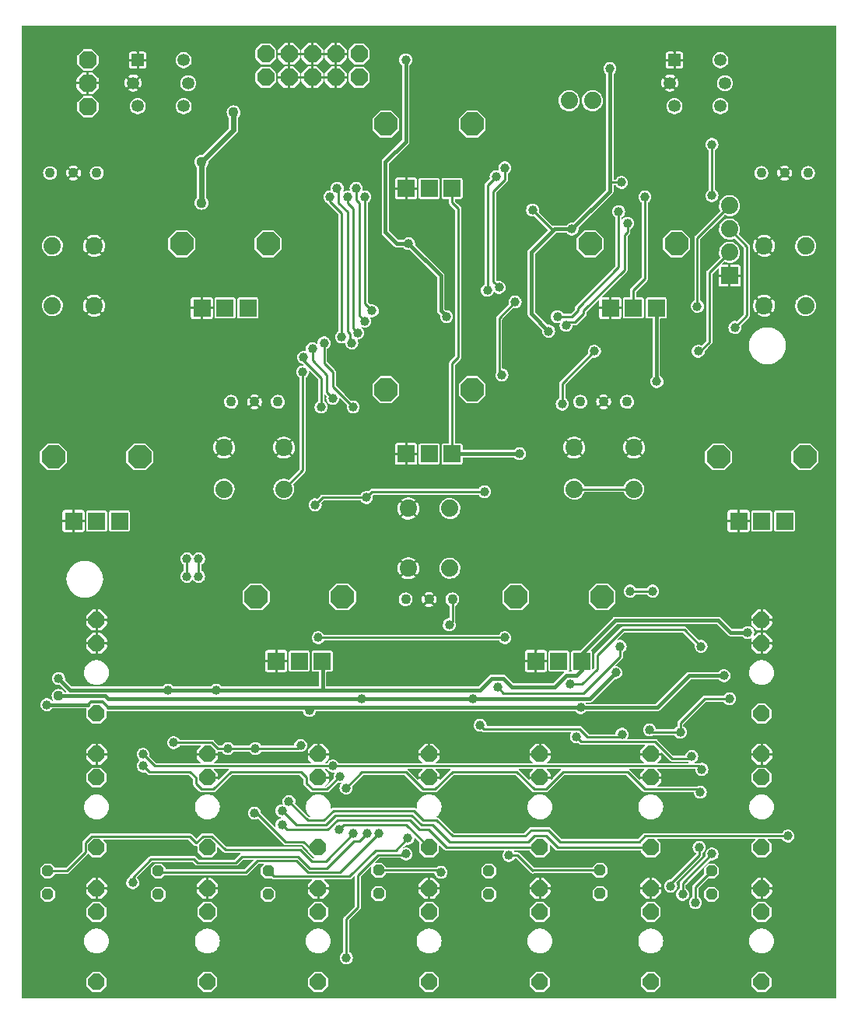
<source format=gbr>
%TF.GenerationSoftware,KiCad,Pcbnew,(6.0.11-0)*%
%TF.CreationDate,2023-03-06T21:55:09+01:00*%
%TF.ProjectId,marbles,6d617262-6c65-4732-9e6b-696361645f70,rev?*%
%TF.SameCoordinates,Original*%
%TF.FileFunction,Copper,L2,Bot*%
%TF.FilePolarity,Positive*%
%FSLAX46Y46*%
G04 Gerber Fmt 4.6, Leading zero omitted, Abs format (unit mm)*
G04 Created by KiCad (PCBNEW (6.0.11-0)) date 2023-03-06 21:55:09*
%MOMM*%
%LPD*%
G01*
G04 APERTURE LIST*
G04 Aperture macros list*
%AMOutline5P*
0 Free polygon, 5 corners , with rotation*
0 The origin of the aperture is its center*
0 number of corners: always 5*
0 $1 to $10 corner X, Y*
0 $11 Rotation angle, in degrees counterclockwise*
0 create outline with 5 corners*
4,1,5,$1,$2,$3,$4,$5,$6,$7,$8,$9,$10,$1,$2,$11*%
%AMOutline6P*
0 Free polygon, 6 corners , with rotation*
0 The origin of the aperture is its center*
0 number of corners: always 6*
0 $1 to $12 corner X, Y*
0 $13 Rotation angle, in degrees counterclockwise*
0 create outline with 6 corners*
4,1,6,$1,$2,$3,$4,$5,$6,$7,$8,$9,$10,$11,$12,$1,$2,$13*%
%AMOutline7P*
0 Free polygon, 7 corners , with rotation*
0 The origin of the aperture is its center*
0 number of corners: always 7*
0 $1 to $14 corner X, Y*
0 $15 Rotation angle, in degrees counterclockwise*
0 create outline with 7 corners*
4,1,7,$1,$2,$3,$4,$5,$6,$7,$8,$9,$10,$11,$12,$13,$14,$1,$2,$15*%
%AMOutline8P*
0 Free polygon, 8 corners , with rotation*
0 The origin of the aperture is its center*
0 number of corners: always 8*
0 $1 to $16 corner X, Y*
0 $17 Rotation angle, in degrees counterclockwise*
0 create outline with 8 corners*
4,1,8,$1,$2,$3,$4,$5,$6,$7,$8,$9,$10,$11,$12,$13,$14,$15,$16,$1,$2,$17*%
G04 Aperture macros list end*
%TA.AperFunction,ComponentPad*%
%ADD10R,1.879600X1.879600*%
%TD*%
%TA.AperFunction,ComponentPad*%
%ADD11Outline8P,-1.270000X0.526051X-0.526051X1.270000X0.526051X1.270000X1.270000X0.526051X1.270000X-0.526051X0.526051X-1.270000X-0.526051X-1.270000X-1.270000X-0.526051X90.000000*%
%TD*%
%TA.AperFunction,ComponentPad*%
%ADD12Outline8P,-0.889000X0.368236X-0.368236X0.889000X0.368236X0.889000X0.889000X0.368236X0.889000X-0.368236X0.368236X-0.889000X-0.368236X-0.889000X-0.889000X-0.368236X180.000000*%
%TD*%
%TA.AperFunction,ComponentPad*%
%ADD13C,1.106400*%
%TD*%
%TA.AperFunction,ComponentPad*%
%ADD14Outline8P,-0.609600X0.252505X-0.252505X0.609600X0.252505X0.609600X0.609600X0.252505X0.609600X-0.252505X0.252505X-0.609600X-0.252505X-0.609600X-0.609600X-0.252505X270.000000*%
%TD*%
%TA.AperFunction,ComponentPad*%
%ADD15C,1.350000*%
%TD*%
%TA.AperFunction,ComponentPad*%
%ADD16R,1.350000X1.350000*%
%TD*%
%TA.AperFunction,ComponentPad*%
%ADD17C,1.879600*%
%TD*%
%TA.AperFunction,ComponentPad*%
%ADD18Outline8P,-0.965200X0.399799X-0.399799X0.965200X0.399799X0.965200X0.965200X0.399799X0.965200X-0.399799X0.399799X-0.965200X-0.399799X-0.965200X-0.965200X-0.399799X180.000000*%
%TD*%
%TA.AperFunction,ComponentPad*%
%ADD19Outline8P,-0.939800X0.389278X-0.389278X0.939800X0.389278X0.939800X0.939800X0.389278X0.939800X-0.389278X0.389278X-0.939800X-0.389278X-0.939800X-0.939800X-0.389278X180.000000*%
%TD*%
%TA.AperFunction,ViaPad*%
%ADD20C,1.008000*%
%TD*%
%TA.AperFunction,ViaPad*%
%ADD21C,1.108000*%
%TD*%
%TA.AperFunction,Conductor*%
%ADD22C,0.254000*%
%TD*%
%TA.AperFunction,Conductor*%
%ADD23C,0.406400*%
%TD*%
%TA.AperFunction,Conductor*%
%ADD24C,0.609600*%
%TD*%
%TA.AperFunction,Conductor*%
%ADD25C,0.304800*%
%TD*%
%TA.AperFunction,Conductor*%
%ADD26C,0.250000*%
%TD*%
G04 APERTURE END LIST*
D10*
%TO.P,R38,P$1,E*%
%TO.N,+3V3_A*%
X165129800Y-121211100D03*
%TO.P,R38,P$2,S*%
%TO.N,ADC_X_STEPS_POT*%
X162629800Y-121211100D03*
%TO.P,R38,P$3,A*%
%TO.N,GND*%
X160129800Y-121211100D03*
D11*
%TO.P,R38,P$4*%
%TO.N,N/C*%
X167329800Y-114211100D03*
%TO.P,R38,P$5*%
X157929800Y-114211100D03*
%TD*%
D10*
%TO.P,R14,P$1,E*%
%TO.N,+3V3_A*%
X173226100Y-82793600D03*
%TO.P,R14,P$2,S*%
%TO.N,ADC_X_SPREAD_POT*%
X170726100Y-82793600D03*
%TO.P,R14,P$3,A*%
%TO.N,GND*%
X168226100Y-82793600D03*
D11*
%TO.P,R14,P$4*%
%TO.N,N/C*%
X175426100Y-75793600D03*
%TO.P,R14,P$5*%
X166026100Y-75793600D03*
%TD*%
D12*
%TO.P,J11,P1,1*%
%TO.N,GND*%
X124371100Y-145961100D03*
%TO.P,J11,P2,2*%
%TO.N,unconnected-(J11-PadP2)*%
X124371100Y-148501100D03*
%TO.P,J11,P3,3*%
%TO.N,Net-(J11-PadP3)*%
X124371100Y-156121100D03*
%TD*%
%TO.P,J7,P1,1*%
%TO.N,GND*%
X160566100Y-131356100D03*
%TO.P,J7,P2,2*%
X160566100Y-133896100D03*
%TO.P,J7,P3,3*%
%TO.N,Net-(C55-Pad1)*%
X160566100Y-141516100D03*
%TD*%
D13*
%TO.P,LED5,1,GRN*%
%TO.N,Net-(LED5-2-PadAG)*%
X151040000Y-114500000D03*
%TO.P,LED5,2,C*%
%TO.N,GND*%
X148500000Y-114500000D03*
%TO.P,LED5,3,RED*%
%TO.N,unconnected-(LED5-Pad3)*%
X145960000Y-114500000D03*
%TD*%
D10*
%TO.P,R16,P$1,E*%
%TO.N,+3V3_A*%
X151001100Y-98668600D03*
%TO.P,R16,P$2,S*%
%TO.N,ADC_LENGTH_POT*%
X148501100Y-98668600D03*
%TO.P,R16,P$3,A*%
%TO.N,GND*%
X146001100Y-98668600D03*
D11*
%TO.P,R16,P$4*%
%TO.N,N/C*%
X153201100Y-91668600D03*
%TO.P,R16,P$5*%
X143801100Y-91668600D03*
%TD*%
D10*
%TO.P,R13,P$1,E*%
%TO.N,+3V3_A*%
X128776100Y-82793600D03*
%TO.P,R13,P$2,S*%
%TO.N,ADC_T_RATE_POT*%
X126276100Y-82793600D03*
%TO.P,R13,P$3,A*%
%TO.N,GND*%
X123776100Y-82793600D03*
D11*
%TO.P,R13,P$4*%
%TO.N,N/C*%
X130976100Y-75793600D03*
%TO.P,R13,P$5*%
X121576100Y-75793600D03*
%TD*%
D14*
%TO.P,LED10,1,1*%
%TO.N,Net-(IC10-Pad1)*%
X155000000Y-144056100D03*
%TO.P,LED10,2,2*%
%TO.N,Net-(IC10-Pad2)*%
X155000000Y-146596100D03*
%TD*%
D10*
%TO.P,R4,P$1,E*%
%TO.N,+3V3_A*%
X151001100Y-69776100D03*
%TO.P,R4,P$2,S*%
%TO.N,ADC_DV_POT*%
X148501100Y-69776100D03*
%TO.P,R4,P$3,A*%
%TO.N,GND*%
X146001100Y-69776100D03*
D11*
%TO.P,R4,P$4*%
%TO.N,N/C*%
X153201100Y-62776100D03*
%TO.P,R4,P$5*%
X143801100Y-62776100D03*
%TD*%
D14*
%TO.P,LED8,1,1*%
%TO.N,GATE_T_3*%
X131000000Y-144030000D03*
%TO.P,LED8,2,2*%
%TO.N,Net-(LED8-2-PadAR)*%
X131000000Y-146570000D03*
%TD*%
D12*
%TO.P,J16,P1,1*%
%TO.N,GND*%
X184696100Y-145961100D03*
%TO.P,J16,P2,2*%
%TO.N,unconnected-(J16-PadP2)*%
X184696100Y-148501100D03*
%TO.P,J16,P3,3*%
%TO.N,Net-(J16-PadP3)*%
X184696100Y-156121100D03*
%TD*%
D14*
%TO.P,LED6,1,1*%
%TO.N,GATE_T_1*%
X107000000Y-144030000D03*
%TO.P,LED6,2,2*%
%TO.N,Net-(LED6-2-PadAR)*%
X107000000Y-146570000D03*
%TD*%
D10*
%TO.P,R37,P$1,E*%
%TO.N,+3V3_A*%
X136872400Y-121211100D03*
%TO.P,R37,P$2,S*%
%TO.N,ADC_T_JITTER_POT*%
X134372400Y-121211100D03*
%TO.P,R37,P$3,A*%
%TO.N,GND*%
X131872400Y-121211100D03*
D11*
%TO.P,R37,P$4*%
%TO.N,N/C*%
X139072400Y-114211100D03*
%TO.P,R37,P$5*%
X129672400Y-114211100D03*
%TD*%
D15*
%TO.P,SW1,*%
%TO.N,*%
X121791100Y-55831100D03*
X121791100Y-60831100D03*
D16*
%TO.P,SW1,1,1*%
%TO.N,GND*%
X116791100Y-55831100D03*
D15*
%TO.P,SW1,2,2*%
X116291100Y-58331100D03*
%TO.P,SW1,3,3*%
%TO.N,Net-(R1-Pad2)*%
X122291100Y-58331100D03*
%TO.P,SW1,4,4*%
%TO.N,SW_T_DV*%
X116791100Y-60831100D03*
%TD*%
D12*
%TO.P,J4,P1,1*%
%TO.N,GND*%
X124371100Y-131356100D03*
%TO.P,J4,P2,2*%
X124371100Y-133896100D03*
%TO.P,J4,P3,3*%
%TO.N,Net-(C56-Pad1)*%
X124371100Y-141516100D03*
%TD*%
%TO.P,J9,P1,1*%
%TO.N,GND*%
X184696100Y-131356100D03*
%TO.P,J9,P2,2*%
%TO.N,Net-(J9-PadP2)*%
X184696100Y-133896100D03*
%TO.P,J9,P3,3*%
%TO.N,Net-(J9-PadP3)*%
X184696100Y-141516100D03*
%TD*%
D14*
%TO.P,LED12,1,1*%
%TO.N,Net-(IC10-Pad8)*%
X179250000Y-144030000D03*
%TO.P,LED12,2,2*%
%TO.N,Net-(IC10-Pad9)*%
X179250000Y-146570000D03*
%TD*%
%TO.P,LED11,1,1*%
%TO.N,Net-(IC10-Pad14)*%
X167100000Y-143980000D03*
%TO.P,LED11,2,2*%
%TO.N,Net-(IC10-Pad13)*%
X167100000Y-146520000D03*
%TD*%
D12*
%TO.P,J1,P1,1*%
%TO.N,GND*%
X112306100Y-116751100D03*
%TO.P,J1,P2,2*%
X112306100Y-119291100D03*
%TO.P,J1,P3,3*%
%TO.N,Net-(C53-Pad1)*%
X112306100Y-126911100D03*
%TD*%
D17*
%TO.P,SW6,1,1*%
%TO.N,GND*%
X164299900Y-97980500D03*
%TO.P,SW6,2,2*%
X170802300Y-97980500D03*
%TO.P,SW6,3,3*%
%TO.N,SW_X_RANGE*%
X164299900Y-102501700D03*
%TO.P,SW6,4,4*%
X170802300Y-102501700D03*
%TD*%
D12*
%TO.P,J12,P1,1*%
%TO.N,GND*%
X136436100Y-145961100D03*
%TO.P,J12,P2,2*%
%TO.N,unconnected-(J12-PadP2)*%
X136436100Y-148501100D03*
%TO.P,J12,P3,3*%
%TO.N,Net-(J12-PadP3)*%
X136436100Y-156121100D03*
%TD*%
D14*
%TO.P,LED9,1,1*%
%TO.N,Net-(IC10-Pad7)*%
X143000000Y-143980000D03*
%TO.P,LED9,2,2*%
%TO.N,Net-(IC10-Pad6)*%
X143000000Y-146520000D03*
%TD*%
D17*
%TO.P,SW3,1,1*%
%TO.N,GND*%
X112026700Y-76034900D03*
%TO.P,SW3,2,2*%
X112026700Y-82537300D03*
%TO.P,SW3,3,3*%
%TO.N,SW_T_MODE*%
X107505500Y-76034900D03*
%TO.P,SW3,4,4*%
X107505500Y-82537300D03*
%TD*%
D13*
%TO.P,LED1,1,GRN*%
%TO.N,Net-(LED1-2-PadAG)*%
X112340000Y-68100000D03*
%TO.P,LED1,2,C*%
%TO.N,GND*%
X109800000Y-68100000D03*
%TO.P,LED1,3,RED*%
%TO.N,Net-(LED1-2-PadAR)*%
X107260000Y-68100000D03*
%TD*%
%TO.P,LED4,1,GRN*%
%TO.N,Net-(LED4-2-PadAG)*%
X170040000Y-93000000D03*
%TO.P,LED4,2,C*%
%TO.N,GND*%
X167500000Y-93000000D03*
%TO.P,LED4,3,RED*%
%TO.N,Net-(LED4-2-PadAR)*%
X164960000Y-93000000D03*
%TD*%
D17*
%TO.P,SW4,1,1*%
%TO.N,GND*%
X184975500Y-82537300D03*
%TO.P,SW4,2,2*%
X184975500Y-76034900D03*
%TO.P,SW4,3,3*%
%TO.N,SW_X_MODE*%
X189496700Y-82537300D03*
%TO.P,SW4,4,4*%
X189496700Y-76034900D03*
%TD*%
D13*
%TO.P,LED2,1,GRN*%
%TO.N,Net-(LED2-2-PadAG)*%
X189740000Y-68100000D03*
%TO.P,LED2,2,C*%
%TO.N,GND*%
X187200000Y-68100000D03*
%TO.P,LED2,3,RED*%
%TO.N,Net-(LED2-2-PadAR)*%
X184660000Y-68100000D03*
%TD*%
D17*
%TO.P,SW5,1,1*%
%TO.N,GND*%
X126199900Y-97980500D03*
%TO.P,SW5,2,2*%
X132702300Y-97980500D03*
%TO.P,SW5,3,3*%
%TO.N,SW_T_RANGE*%
X126199900Y-102501700D03*
%TO.P,SW5,4,4*%
X132702300Y-102501700D03*
%TD*%
D12*
%TO.P,J6,P1,1*%
%TO.N,GND*%
X148501100Y-131356100D03*
%TO.P,J6,P2,2*%
X148501100Y-133896100D03*
%TO.P,J6,P3,3*%
%TO.N,Net-(C54-Pad1)*%
X148501100Y-141516100D03*
%TD*%
D15*
%TO.P,SW2,*%
%TO.N,*%
X180211100Y-55831100D03*
X180211100Y-60831100D03*
D16*
%TO.P,SW2,1,1*%
%TO.N,GND*%
X175211100Y-55831100D03*
D15*
%TO.P,SW2,2,2*%
X174711100Y-58331100D03*
%TO.P,SW2,3,3*%
%TO.N,Net-(R5-Pad2)*%
X180711100Y-58331100D03*
%TO.P,SW2,4,4*%
%TO.N,SW_X_DV*%
X175211100Y-60831100D03*
%TD*%
D18*
%TO.P,IC1,1,VI*%
%TO.N,Net-(C3-Pad1)*%
X111353600Y-60871100D03*
%TO.P,IC1,2,GND*%
%TO.N,GND*%
X111353600Y-58331100D03*
%TO.P,IC1,3,VO*%
%TO.N,+3V3*%
X111353600Y-55791100D03*
%TD*%
D10*
%TO.P,R21,P$1,E*%
%TO.N,+3V3_A*%
X187196100Y-105971100D03*
%TO.P,R21,P$2,S*%
%TO.N,ADC_X_BIAS_POT*%
X184696100Y-105971100D03*
%TO.P,R21,P$3,A*%
%TO.N,GND*%
X182196100Y-105971100D03*
D11*
%TO.P,R21,P$4*%
%TO.N,N/C*%
X189396100Y-98971100D03*
%TO.P,R21,P$5*%
X179996100Y-98971100D03*
%TD*%
D13*
%TO.P,LED3,1,GRN*%
%TO.N,Net-(LED3-2-PadAG)*%
X132040000Y-93000000D03*
%TO.P,LED3,2,C*%
%TO.N,GND*%
X129500000Y-93000000D03*
%TO.P,LED3,3,RED*%
%TO.N,Net-(LED3-2-PadAR)*%
X126960000Y-93000000D03*
%TD*%
D12*
%TO.P,J15,P1,1*%
%TO.N,GND*%
X172631100Y-145961100D03*
%TO.P,J15,P2,2*%
%TO.N,unconnected-(J15-PadP2)*%
X172631100Y-148501100D03*
%TO.P,J15,P3,3*%
%TO.N,Net-(J15-PadP3)*%
X172631100Y-156121100D03*
%TD*%
%TO.P,J8,P1,1*%
%TO.N,GND*%
X172631100Y-131356100D03*
%TO.P,J8,P2,2*%
X172631100Y-133896100D03*
%TO.P,J8,P3,3*%
%TO.N,Net-(C57-Pad1)*%
X172631100Y-141516100D03*
%TD*%
%TO.P,J5,P1,1*%
%TO.N,GND*%
X136436100Y-131356100D03*
%TO.P,J5,P2,2*%
X136436100Y-133896100D03*
%TO.P,J5,P3,3*%
%TO.N,Net-(C58-Pad1)*%
X136436100Y-141516100D03*
%TD*%
%TO.P,J14,P1,1*%
%TO.N,GND*%
X160566100Y-145961100D03*
%TO.P,J14,P2,2*%
%TO.N,unconnected-(J14-PadP2)*%
X160566100Y-148501100D03*
%TO.P,J14,P3,3*%
%TO.N,Net-(J14-PadP3)*%
X160566100Y-156121100D03*
%TD*%
%TO.P,J3,P1,1*%
%TO.N,GND*%
X112306100Y-131356100D03*
%TO.P,J3,P2,2*%
%TO.N,Net-(J3-PadP2)*%
X112306100Y-133896100D03*
%TO.P,J3,P3,3*%
%TO.N,Net-(J3-PadP3)*%
X112306100Y-141516100D03*
%TD*%
D17*
%TO.P,SW7,1,1*%
%TO.N,GND*%
X146240500Y-111112300D03*
%TO.P,SW7,2,2*%
X146240500Y-104609900D03*
%TO.P,SW7,3,3*%
%TO.N,SW_X_EXT*%
X150761700Y-111112300D03*
%TO.P,SW7,4,4*%
X150761700Y-104609900D03*
%TD*%
D10*
%TO.P,R20,P$1,E*%
%TO.N,+3V3_A*%
X114806100Y-105971100D03*
%TO.P,R20,P$2,S*%
%TO.N,ADC_T_BIAS_POT*%
X112306100Y-105971100D03*
%TO.P,R20,P$3,A*%
%TO.N,GND*%
X109806100Y-105971100D03*
D11*
%TO.P,R20,P$4*%
%TO.N,N/C*%
X117006100Y-98971100D03*
%TO.P,R20,P$5*%
X107606100Y-98971100D03*
%TD*%
D14*
%TO.P,LED7,1,1*%
%TO.N,GATE_T_2*%
X119000000Y-144056100D03*
%TO.P,LED7,2,2*%
%TO.N,Net-(LED7-2-PadAR)*%
X119000000Y-146596100D03*
%TD*%
D12*
%TO.P,J2,P1,1*%
%TO.N,GND*%
X184696100Y-116751100D03*
%TO.P,J2,P2,2*%
X184696100Y-119291100D03*
%TO.P,J2,P3,3*%
%TO.N,Net-(C45-Pad1)*%
X184696100Y-126911100D03*
%TD*%
%TO.P,J10,P1,1*%
%TO.N,GND*%
X112306100Y-145961100D03*
%TO.P,J10,P2,2*%
%TO.N,unconnected-(J10-PadP2)*%
X112306100Y-148501100D03*
%TO.P,J10,P3,3*%
%TO.N,Net-(J10-PadP3)*%
X112306100Y-156121100D03*
%TD*%
%TO.P,J13,P1,1*%
%TO.N,GND*%
X148501100Y-145961100D03*
%TO.P,J13,P2,2*%
%TO.N,unconnected-(J13-PadP2)*%
X148501100Y-148501100D03*
%TO.P,J13,P3,3*%
%TO.N,Net-(J13-PadP3)*%
X148501100Y-156121100D03*
%TD*%
D17*
%TO.P,JP2,1,1*%
%TO.N,Net-(JP2-Pad1)*%
X163741100Y-60236100D03*
%TO.P,JP2,2,2*%
%TO.N,Net-(JP2-Pad2)*%
X166281100Y-60236100D03*
%TD*%
D19*
%TO.P,JP4,1,1*%
%TO.N,Net-(D2-PadC)*%
X140881100Y-57696100D03*
%TO.P,JP4,2,2*%
X140881100Y-55156100D03*
%TO.P,JP4,3,3*%
%TO.N,GND*%
X138341100Y-57696100D03*
%TO.P,JP4,4,4*%
X138341100Y-55156100D03*
%TO.P,JP4,5,5*%
X135801100Y-57696100D03*
%TO.P,JP4,6,6*%
X135801100Y-55156100D03*
%TO.P,JP4,7,7*%
X133261100Y-57696100D03*
%TO.P,JP4,8,8*%
X133261100Y-55156100D03*
%TO.P,JP4,9,9*%
%TO.N,Net-(D1-PadA)*%
X130721100Y-57696100D03*
%TO.P,JP4,10,10*%
X130721100Y-55156100D03*
%TD*%
D10*
%TO.P,JP1,1,1*%
%TO.N,GND*%
X181203600Y-79286100D03*
D17*
%TO.P,JP1,2,2*%
%TO.N,/marbles_2/SWDIO*%
X181203600Y-76746100D03*
%TO.P,JP1,3,3*%
%TO.N,/marbles_2/SWCLK*%
X181203600Y-74206100D03*
%TO.P,JP1,4,4*%
%TO.N,/marbles_2/RESET*%
X181203600Y-71666100D03*
%TD*%
D20*
%TO.N,/marbles_2/SWDIO*%
X177800000Y-87500000D03*
%TO.N,/marbles_2/SWCLK*%
X181800000Y-84900000D03*
%TO.N,/marbles_2/RESET*%
X177700000Y-82600000D03*
%TO.N,GND*%
X180600000Y-120700000D03*
D21*
%TO.N,Net-(C5-Pad1)*%
X127228600Y-61506100D03*
X123736100Y-66903600D03*
X123736100Y-71348600D03*
D20*
%TO.N,+3V3_A*%
X158343600Y-98653700D03*
X108178600Y-123101100D03*
X120084900Y-124371100D03*
X125323600Y-124371100D03*
X183200000Y-118100000D03*
X173300000Y-90800000D03*
%TO.N,VCC*%
X141198600Y-125323600D03*
X153263700Y-125323600D03*
D21*
X108178600Y-125006100D03*
D20*
X168821100Y-122466100D03*
%TO.N,AREF_-10*%
X134531100Y-130403600D03*
X126593600Y-130721100D03*
X129609800Y-130721100D03*
X120719900Y-130086100D03*
%TO.N,VEE*%
X180600000Y-122800000D03*
X165011100Y-126276100D03*
X106908600Y-125958600D03*
X135483600Y-126593600D03*
%TO.N,ADC_LENGTH_POT*%
X140246100Y-93573600D03*
X137071100Y-86588600D03*
%TO.N,SW_T_RANGE*%
X134750000Y-89750000D03*
%TO.N,SW_T_MODE*%
X138976100Y-85953600D03*
X137706100Y-70713600D03*
%TO.N,+3V3*%
X145961100Y-55791100D03*
X136118600Y-104209800D03*
X146278600Y-75793600D03*
X169456100Y-69126100D03*
X168186100Y-56743600D03*
X154533600Y-102781100D03*
X164058600Y-74206100D03*
X141674900Y-103416100D03*
X161518600Y-85318600D03*
X150406100Y-83731100D03*
X159772400Y-72142300D03*
%TO.N,Net-(C34-Pad2)*%
X155962400Y-124053600D03*
X169300000Y-119600000D03*
%TO.N,Net-(C35-Pad2)*%
X163899900Y-123736100D03*
X178100000Y-119600000D03*
%TO.N,ADC_T_JITTER_POT*%
X136753600Y-93573600D03*
X134848600Y-88176100D03*
%TO.N,ADC_X_STEPS_POT*%
X156756100Y-118656100D03*
X136436100Y-118656100D03*
X135801100Y-87223600D03*
X138023600Y-92621100D03*
%TO.N,Net-(C43-Pad2)*%
X169500000Y-129169500D03*
X154057400Y-128181100D03*
%TO.N,Net-(C44-Pad2)*%
X164534800Y-129451100D03*
X177097643Y-131590245D03*
%TO.N,ADC_X_SPREAD_POT*%
X171996100Y-70713600D03*
%TO.N,Net-(C45-Pad1)*%
X133250000Y-136500000D03*
X187553600Y-140246100D03*
%TO.N,/marbles_5/VREF_BIAS*%
X181200000Y-125300000D03*
X175847253Y-128952747D03*
X172500000Y-128700000D03*
%TO.N,NORMALIZATION_PROBE*%
X178200000Y-133000000D03*
X138023600Y-132626100D03*
X117386100Y-131356100D03*
%TO.N,Net-(C54-Pad1)*%
X138750000Y-139500000D03*
%TO.N,GND*%
X128181100Y-134213600D03*
X158343600Y-75793600D03*
X164250000Y-135750000D03*
X148342400Y-129451200D03*
X173750000Y-144000000D03*
X141833600Y-66903600D03*
X107226100Y-87541100D03*
X167500000Y-86000000D03*
X158661100Y-61347400D03*
X120561100Y-81826200D03*
X142468600Y-119608600D03*
X174300000Y-101100000D03*
X153750000Y-120250000D03*
X105321100Y-89446100D03*
X121513600Y-63728600D03*
X138023600Y-87541100D03*
X183200000Y-121300000D03*
X166750000Y-154250000D03*
X143738600Y-81508600D03*
X106300000Y-55000000D03*
X125323600Y-128181100D03*
X153581100Y-110401100D03*
X152311100Y-58966100D03*
X175806100Y-138976100D03*
X153581100Y-123101100D03*
X157708600Y-96113600D03*
X150723600Y-81826100D03*
X107226100Y-91351100D03*
X149771100Y-107861100D03*
X105321100Y-119926100D03*
X143421100Y-75634800D03*
X154250000Y-116500000D03*
X115957300Y-83731000D03*
X152300000Y-143000000D03*
X191681100Y-130086100D03*
X163106100Y-109766100D03*
X152311100Y-134531100D03*
X157391100Y-107226200D03*
X147548600Y-121513600D03*
X138976100Y-95161100D03*
X170726100Y-76111100D03*
X133578600Y-134213600D03*
X120243600Y-134213600D03*
X118656100Y-77381100D03*
X170091100Y-53251100D03*
X166916100Y-131356100D03*
X138023600Y-123101100D03*
X145326100Y-134531100D03*
X163600000Y-146300000D03*
X115957300Y-87541200D03*
X141674800Y-110242400D03*
X145643600Y-66903600D03*
X150088600Y-93573600D03*
X139293600Y-119608600D03*
X138023600Y-77698600D03*
X142468600Y-117703600D03*
X159931100Y-53251100D03*
X152946100Y-78016100D03*
X118338600Y-74206100D03*
X123101100Y-139611100D03*
X142151100Y-128816100D03*
X125323600Y-121672400D03*
X121354900Y-127546100D03*
X173266100Y-68491100D03*
X191681100Y-109766100D03*
X170300000Y-154300000D03*
X154750000Y-155000000D03*
X191681100Y-119926100D03*
X147231100Y-142786100D03*
X166281100Y-73571100D03*
X138500000Y-136250000D03*
X158343600Y-79286100D03*
X132626100Y-128181100D03*
X191681100Y-150406100D03*
X161836100Y-98494900D03*
X126911100Y-104686100D03*
X140246100Y-91351100D03*
X152946100Y-81826100D03*
X132467400Y-147866100D03*
X139293600Y-117703600D03*
X120243600Y-131673600D03*
X151993600Y-93573600D03*
X150406100Y-85001100D03*
X163899900Y-75793600D03*
X152311100Y-131356100D03*
X137071100Y-72301100D03*
X145750000Y-131750000D03*
X117227300Y-87541100D03*
X116116100Y-91351100D03*
X146913700Y-127387400D03*
X163500000Y-142500000D03*
X183743600Y-74206100D03*
X164800000Y-127789600D03*
X160248700Y-87382400D03*
X180251100Y-53251100D03*
X133250000Y-88250000D03*
X178981100Y-153750000D03*
X120719800Y-147866100D03*
X121196100Y-155486100D03*
X105321100Y-150406100D03*
X149771100Y-53251100D03*
X150088600Y-90398600D03*
X145326100Y-85001100D03*
X164693600Y-72301100D03*
X153263600Y-74841100D03*
X172948600Y-80873600D03*
X191681100Y-139611100D03*
X173266100Y-76111100D03*
X105321100Y-130086100D03*
X191681100Y-58966100D03*
X125323700Y-119291100D03*
X158819900Y-127228600D03*
X115798600Y-74206100D03*
X151676100Y-145326100D03*
X142151100Y-131356100D03*
X160750000Y-93750000D03*
X168250000Y-134500000D03*
X136753600Y-127546100D03*
X165646100Y-118021100D03*
X191681100Y-79286100D03*
X131991100Y-104686100D03*
X121513600Y-65951100D03*
X142151100Y-134531100D03*
X122148600Y-121672300D03*
X155168600Y-139293600D03*
X168750000Y-138500000D03*
X150000000Y-119750000D03*
X139928600Y-128816100D03*
X119767400Y-116116100D03*
X167551100Y-104686100D03*
X105321100Y-109766100D03*
X165011100Y-66109800D03*
X144691100Y-120402300D03*
X168946497Y-112653503D03*
X139611100Y-146278600D03*
X165169900Y-80714800D03*
X143103600Y-155486100D03*
X115957300Y-86271000D03*
X134531100Y-64046100D03*
X169456100Y-65316100D03*
X145484900Y-74682400D03*
X152946100Y-69284800D03*
X146913600Y-123418700D03*
X135801100Y-94526100D03*
X150723600Y-76111100D03*
X178028600Y-71983600D03*
X128498600Y-72618600D03*
X134531100Y-66268600D03*
X105321100Y-140246100D03*
X191681100Y-90081100D03*
X115957300Y-85001100D03*
X183250000Y-65316100D03*
X182400000Y-114800000D03*
X191681100Y-99606100D03*
%TO.N,Net-(C55-Pad1)*%
X132500000Y-139000000D03*
X123418600Y-110083600D03*
X123418600Y-111988600D03*
%TO.N,Net-(C57-Pad1)*%
X122148600Y-110083600D03*
X132500000Y-137500000D03*
X122148600Y-111988600D03*
%TO.N,Net-(C58-Pad1)*%
X129500000Y-137750000D03*
%TO.N,GATE_T_2*%
X143000000Y-140000000D03*
%TO.N,GATE_T_3*%
X146200000Y-140500000D03*
%TO.N,/marbles_2/TX*%
X155803600Y-68491100D03*
X154851100Y-80873600D03*
%TO.N,/marbles_2/RX*%
X156121100Y-80556100D03*
X156756100Y-67538600D03*
%TO.N,/marbles_2/SWDIO*%
X170091100Y-73571100D03*
X163423600Y-84683600D03*
%TO.N,/marbles_2/SWCLK*%
X169138600Y-72301100D03*
X162471100Y-83731100D03*
%TO.N,VREF*%
X170400000Y-113600000D03*
X172826600Y-113600000D03*
%TO.N,SW_T_DV*%
X141516100Y-84207400D03*
X140563600Y-69761100D03*
%TO.N,LED_T_DV*%
X142309900Y-83096100D03*
X141516100Y-70713600D03*
%TO.N,LED_X_DV*%
X179298600Y-70554800D03*
X179298600Y-64998600D03*
%TO.N,Net-(IC9-Pad1)*%
X141750000Y-140000000D03*
X116250000Y-145326100D03*
%TO.N,Net-(IC9-Pad8)*%
X139500000Y-153500000D03*
X146000000Y-142200000D03*
%TO.N,LED_T_MODE_G*%
X140722400Y-85477300D03*
X139611100Y-70713600D03*
%TO.N,LED_T_MODE_R*%
X138499900Y-69761100D03*
X140087400Y-86588600D03*
%TO.N,Net-(IC10-Pad7)*%
X149800000Y-144200000D03*
%TO.N,Net-(IC10-Pad14)*%
X157200000Y-142346600D03*
%TO.N,Net-(IC10-Pad8)*%
X177500000Y-147500000D03*
%TO.N,Net-(J3-PadP3)*%
X138817300Y-133737300D03*
X117386100Y-132626100D03*
%TO.N,Net-(J9-PadP3)*%
X178028600Y-135483600D03*
X139452400Y-135007300D03*
%TO.N,Net-(J13-PadP3)*%
X177900000Y-141500000D03*
X174800000Y-145700000D03*
%TO.N,Net-(J14-PadP3)*%
X176100000Y-146600000D03*
X179300000Y-142200000D03*
%TO.N,GATE_T_1*%
X157867400Y-82143600D03*
X140250000Y-140000000D03*
X156438600Y-90081100D03*
%TO.N,LED_X_EXT_G*%
X163000000Y-93250000D03*
X166500000Y-87500000D03*
%TO.N,Net-(LED5-2-PadAG)*%
X150709100Y-117250000D03*
%TD*%
D22*
%TO.N,/marbles_2/SWCLK*%
X181203600Y-74206100D02*
X183100000Y-76102500D01*
X183100000Y-76102500D02*
X183100000Y-83600000D01*
X183100000Y-83600000D02*
X181800000Y-84900000D01*
%TO.N,/marbles_2/SWDIO*%
X179000000Y-78949700D02*
X179000000Y-86500000D01*
X181203600Y-76746100D02*
X179000000Y-78949700D01*
X178000000Y-87500000D02*
X177800000Y-87500000D01*
X179000000Y-86500000D02*
X178000000Y-87500000D01*
%TO.N,/marbles_2/RESET*%
X181203600Y-71666100D02*
X177700000Y-75169700D01*
X177700000Y-75169700D02*
X177700000Y-82600000D01*
D23*
%TO.N,+3V3_A*%
X173226100Y-90726100D02*
X173226100Y-82793600D01*
X173300000Y-90800000D02*
X173226100Y-90726100D01*
D22*
%TO.N,/marbles_5/VREF_BIAS*%
X172752747Y-128952747D02*
X175847253Y-128952747D01*
X172500000Y-128700000D02*
X172752747Y-128952747D01*
%TO.N,Net-(C44-Pad2)*%
X176887888Y-131800000D02*
X174923400Y-131800000D01*
X174923400Y-131800000D02*
X173123400Y-130000000D01*
X177097643Y-131590245D02*
X176887888Y-131800000D01*
X173123400Y-130000000D02*
X165083700Y-130000000D01*
X165083700Y-130000000D02*
X164534800Y-129451100D01*
D23*
%TO.N,VEE*%
X180600000Y-122800000D02*
X176800000Y-122800000D01*
X173323900Y-126276100D02*
X165011100Y-126276100D01*
X176800000Y-122800000D02*
X173323900Y-126276100D01*
%TO.N,+3V3_A*%
X181282500Y-118100000D02*
X179982500Y-116800000D01*
X183200000Y-118100000D02*
X181282500Y-118100000D01*
X165129800Y-120442400D02*
X165129800Y-121211100D01*
X168772200Y-116800000D02*
X165129800Y-120442400D01*
X179982500Y-116800000D02*
X168772200Y-116800000D01*
D22*
%TO.N,/marbles_5/VREF_BIAS*%
X175847253Y-127952747D02*
X175847253Y-128952747D01*
X181200000Y-125300000D02*
X178500000Y-125300000D01*
X178500000Y-125300000D02*
X175847253Y-127952747D01*
%TO.N,Net-(C35-Pad2)*%
X169600000Y-117800000D02*
X166800000Y-120600000D01*
X165138400Y-123736100D02*
X163899900Y-123736100D01*
X176300000Y-117800000D02*
X169600000Y-117800000D01*
X178100000Y-119600000D02*
X176300000Y-117800000D01*
X166800000Y-120600000D02*
X166800000Y-122074500D01*
X166800000Y-122074500D02*
X165138400Y-123736100D01*
%TO.N,Net-(C43-Pad2)*%
X169500000Y-129169500D02*
X169169500Y-129500000D01*
X169169500Y-129500000D02*
X165758912Y-129500000D01*
X164879012Y-128620100D02*
X154496400Y-128620100D01*
X165758912Y-129500000D02*
X164879012Y-128620100D01*
X154496400Y-128620100D02*
X154057400Y-128181100D01*
%TO.N,Net-(C34-Pad2)*%
X169300000Y-120717200D02*
X165328600Y-124688600D01*
X169300000Y-119600000D02*
X169300000Y-120717200D01*
X165328600Y-124688600D02*
X156597400Y-124688600D01*
X156597400Y-124688600D02*
X155962400Y-124053600D01*
%TO.N,VREF*%
X172826600Y-113600000D02*
X170400000Y-113600000D01*
%TO.N,NORMALIZATION_PROBE*%
X178200000Y-133000000D02*
X177826100Y-132626100D01*
X177826100Y-132626100D02*
X138023600Y-132626100D01*
D24*
%TO.N,Net-(C5-Pad1)*%
X123736100Y-71348600D02*
X123736100Y-66903600D01*
X123736100Y-66903600D02*
X127228600Y-63411100D01*
X127228600Y-63411100D02*
X127228600Y-61506100D01*
D22*
%TO.N,+3V3_A*%
X151001100Y-71308600D02*
X151001100Y-69776100D01*
D23*
X156597400Y-123101100D02*
X157549900Y-124053600D01*
X108178600Y-123101100D02*
X109448600Y-124371100D01*
X136912300Y-124371100D02*
X136912300Y-121251100D01*
X120084900Y-124371100D02*
X125323600Y-124371100D01*
D22*
X151001100Y-98668600D02*
X151001100Y-88851100D01*
D23*
X151016000Y-98653700D02*
X158343600Y-98653700D01*
X155327400Y-123101100D02*
X156597400Y-123101100D01*
X125323600Y-124371100D02*
X136912300Y-124371100D01*
D22*
X151001100Y-88851100D02*
X151676100Y-88176100D01*
D23*
X162153600Y-124053600D02*
X163423600Y-122783600D01*
X151001100Y-98668600D02*
X151016100Y-98653600D01*
X165129800Y-122188700D02*
X165129800Y-121211100D01*
X154057400Y-124371100D02*
X155327400Y-123101100D01*
X164534900Y-122783600D02*
X165129800Y-122188700D01*
X157549900Y-124053600D02*
X162153600Y-124053600D01*
X163423600Y-122783600D02*
X164534900Y-122783600D01*
D22*
X151676100Y-71983600D02*
X151001100Y-71308600D01*
X151676100Y-88176100D02*
X151676100Y-71983600D01*
D23*
X136912300Y-121251100D02*
X136872400Y-121211100D01*
X151001100Y-98668600D02*
X151016000Y-98653700D01*
X109448600Y-124371100D02*
X120084900Y-124371100D01*
X136912300Y-124371100D02*
X154057400Y-124371100D01*
%TO.N,VCC*%
X165963600Y-125323600D02*
X168821100Y-122466100D01*
X113576100Y-125323600D02*
X141198600Y-125323600D01*
X153263700Y-125323600D02*
X165963600Y-125323600D01*
X141198600Y-125323600D02*
X153263700Y-125323600D01*
X113258600Y-125006100D02*
X113576100Y-125323600D01*
X108178600Y-125006100D02*
X113258600Y-125006100D01*
D22*
%TO.N,AREF_-10*%
X125482400Y-130721100D02*
X126593600Y-130721100D01*
X126593600Y-130721100D02*
X129609800Y-130721100D01*
X134213600Y-130721100D02*
X134531100Y-130403600D01*
X120719900Y-130086100D02*
X124847400Y-130086100D01*
X129609800Y-130721100D02*
X134213600Y-130721100D01*
X124847400Y-130086100D02*
X125482400Y-130721100D01*
D23*
%TO.N,VEE*%
X113576100Y-126276100D02*
X135483600Y-126276100D01*
D25*
X111353600Y-125958600D02*
X111671100Y-125641100D01*
D23*
X135483600Y-126276100D02*
X165011100Y-126276100D01*
X106908600Y-125958600D02*
X111353600Y-125958600D01*
D25*
X112941100Y-125641100D02*
X113576100Y-126276100D01*
X111671100Y-125641100D02*
X112941100Y-125641100D01*
D23*
X135483600Y-126276100D02*
X135483600Y-126593600D01*
D22*
%TO.N,ADC_LENGTH_POT*%
X138023600Y-91351100D02*
X138023600Y-89763600D01*
X140246100Y-93573600D02*
X138023600Y-91351100D01*
X138023600Y-89763600D02*
X137071100Y-88811100D01*
X137071100Y-88811100D02*
X137071100Y-86588600D01*
%TO.N,SW_T_RANGE*%
X134750000Y-100454000D02*
X132702300Y-102501700D01*
X134750000Y-89750000D02*
X134750000Y-100454000D01*
%TO.N,SW_T_MODE*%
X137706100Y-70713600D02*
X137706100Y-71189800D01*
X138976100Y-76111100D02*
X138976100Y-85953600D01*
X138976100Y-72459800D02*
X138976100Y-76111100D01*
X137706100Y-71189800D02*
X138976100Y-72459800D01*
D23*
%TO.N,+3V3*%
X143738600Y-66903600D02*
X143738600Y-74523600D01*
X143738600Y-74523600D02*
X145008600Y-75793600D01*
X161518600Y-85318600D02*
X159613600Y-83413600D01*
X145008600Y-75793600D02*
X146278600Y-75793600D01*
X149771100Y-83096100D02*
X150406100Y-83731100D01*
X159613600Y-83413600D02*
X159613600Y-76746100D01*
X159613600Y-76746100D02*
X162153600Y-74206100D01*
D22*
X142309900Y-102781100D02*
X154533600Y-102781100D01*
X141674900Y-103416100D02*
X142309900Y-102781100D01*
D23*
X162153600Y-74206100D02*
X164058600Y-74206100D01*
D22*
X168186100Y-69126100D02*
X169456100Y-69126100D01*
X136912400Y-103416100D02*
X141674900Y-103416100D01*
D23*
X149771100Y-79286100D02*
X149771100Y-83096100D01*
X164058600Y-74206100D02*
X168186100Y-70078600D01*
X145961100Y-55791100D02*
X145961100Y-64681100D01*
X168186100Y-70078600D02*
X168186100Y-69126100D01*
X168186100Y-69126100D02*
X168186100Y-56743600D01*
D22*
X161836200Y-74206100D02*
X159772400Y-72142300D01*
D23*
X145961100Y-64681100D02*
X143738600Y-66903600D01*
D22*
X136118600Y-104209800D02*
X136912400Y-103416100D01*
X164058600Y-74206100D02*
X161836200Y-74206100D01*
D23*
X146278600Y-75793600D02*
X149771100Y-79286100D01*
D22*
%TO.N,ADC_T_JITTER_POT*%
X136753600Y-93573600D02*
X136753600Y-90398600D01*
X136753600Y-90398600D02*
X134848600Y-88493600D01*
X134848600Y-88493600D02*
X134848600Y-88176100D01*
%TO.N,ADC_X_STEPS_POT*%
X137388600Y-91986100D02*
X137388600Y-90081100D01*
X137388600Y-90081100D02*
X135801100Y-88493600D01*
X135801100Y-88493600D02*
X135801100Y-87223600D01*
X138023600Y-92621100D02*
X137388600Y-91986100D01*
X136436100Y-118656100D02*
X156756100Y-118656100D01*
%TO.N,SW_X_RANGE*%
X164299900Y-102501700D02*
X170802300Y-102501700D01*
%TO.N,ADC_X_SPREAD_POT*%
X171996100Y-79603600D02*
X170726100Y-80873600D01*
X170726100Y-80873600D02*
X170726100Y-82793600D01*
X171996100Y-70713600D02*
X171996100Y-79603600D01*
%TO.N,Net-(C45-Pad1)*%
X137047894Y-138548101D02*
X138095995Y-137500000D01*
X159613600Y-139611100D02*
X161518600Y-139611100D01*
X147889306Y-138548101D02*
X149343101Y-138548101D01*
X133250000Y-136500000D02*
X135298101Y-138548101D01*
X146841205Y-137500000D02*
X147889306Y-138548101D01*
X161518600Y-139611100D02*
X162788600Y-140881100D01*
X162788600Y-140881100D02*
X171361100Y-140881100D01*
X138095995Y-137500000D02*
X146841205Y-137500000D01*
X151041100Y-140246100D02*
X158978600Y-140246100D01*
X171996100Y-140246100D02*
X187553600Y-140246100D01*
X135298101Y-138548101D02*
X137047894Y-138548101D01*
X171361100Y-140881100D02*
X171996100Y-140246100D01*
X149343101Y-138548101D02*
X151041100Y-140246100D01*
X158978600Y-140246100D02*
X159613600Y-139611100D01*
%TO.N,NORMALIZATION_PROBE*%
X117386100Y-131356100D02*
X118656100Y-132626100D01*
X118656100Y-132626100D02*
X138023600Y-132626100D01*
%TO.N,Net-(C54-Pad1)*%
X145985000Y-139000000D02*
X148501100Y-141516100D01*
X139250000Y-139000000D02*
X145985000Y-139000000D01*
X138750000Y-139500000D02*
X139250000Y-139000000D01*
%TO.N,Net-(C55-Pad1)*%
X123418600Y-110083600D02*
X123418600Y-111988600D01*
X148446101Y-139556101D02*
X150406100Y-141516100D01*
X132500000Y-139000000D02*
X133056101Y-139556101D01*
X147471778Y-139556101D02*
X148446101Y-139556101D01*
X146423677Y-138508000D02*
X147471778Y-139556101D01*
X137465422Y-139556101D02*
X138513523Y-138508000D01*
X138513523Y-138508000D02*
X146423677Y-138508000D01*
X133056101Y-139556101D02*
X137465422Y-139556101D01*
X150406100Y-141516100D02*
X160566100Y-141516100D01*
%TO.N,Net-(C57-Pad1)*%
X146632441Y-138004000D02*
X147680542Y-139052101D01*
X161201100Y-140246100D02*
X162471100Y-141516100D01*
X122148600Y-110083600D02*
X122148600Y-111988600D01*
X162471100Y-141516100D02*
X172631100Y-141516100D01*
X159296100Y-140881100D02*
X159931100Y-140246100D01*
X147680542Y-139052101D02*
X148894601Y-139052101D01*
X159931100Y-140246100D02*
X161201100Y-140246100D01*
X132500000Y-137500000D02*
X134052101Y-139052101D01*
X148894601Y-139052101D02*
X150723600Y-140881100D01*
X150723600Y-140881100D02*
X159296100Y-140881100D01*
X134052101Y-139052101D02*
X137256658Y-139052101D01*
X137256658Y-139052101D02*
X138304759Y-138004000D01*
X138304759Y-138004000D02*
X146632441Y-138004000D01*
%TO.N,Net-(C58-Pad1)*%
X129500000Y-137750000D02*
X129750000Y-137750000D01*
X129750000Y-137750000D02*
X132881100Y-140881100D01*
X134848600Y-140881100D02*
X135483600Y-141516100D01*
X132881100Y-140881100D02*
X134848600Y-140881100D01*
X135483600Y-141516100D02*
X136436100Y-141516100D01*
%TO.N,GATE_T_2*%
X134054900Y-142944800D02*
X129805200Y-142944800D01*
X129805200Y-142944800D02*
X128535200Y-144214800D01*
X128535200Y-144214800D02*
X119158700Y-144214800D01*
X138807400Y-144192600D02*
X135302700Y-144192600D01*
X143000000Y-140000000D02*
X138807400Y-144192600D01*
X119158700Y-144214800D02*
X119000000Y-144056100D01*
X135302700Y-144192600D02*
X134054900Y-142944800D01*
%TO.N,GATE_T_3*%
X131616600Y-144646600D02*
X131000000Y-144030000D01*
X144866400Y-141833600D02*
X142666400Y-141833600D01*
X142666400Y-141833600D02*
X139853400Y-144646600D01*
X146200000Y-140500000D02*
X144866400Y-141833600D01*
X139853400Y-144646600D02*
X131616600Y-144646600D01*
%TO.N,/marbles_2/TX*%
X154851100Y-80873600D02*
X154851100Y-69443600D01*
X154851100Y-69443600D02*
X155803600Y-68491100D01*
%TO.N,/marbles_2/RX*%
X155486100Y-79921100D02*
X155486100Y-70078600D01*
X156121100Y-80556100D02*
X155486100Y-79921100D01*
X155486100Y-70078600D02*
X156756100Y-68808600D01*
X156756100Y-68808600D02*
X156756100Y-67538600D01*
%TO.N,/marbles_2/SWDIO*%
X163423600Y-84683600D02*
X163741100Y-84366100D01*
X165328600Y-83096100D02*
X169773600Y-78651100D01*
X164376100Y-84366100D02*
X165328600Y-83413600D01*
X169773600Y-78651100D02*
X169773600Y-74841100D01*
X169773600Y-74841100D02*
X170091100Y-74523600D01*
X163741100Y-84366100D02*
X164376100Y-84366100D01*
X170091100Y-74523600D02*
X170091100Y-73571100D01*
X165328600Y-83413600D02*
X165328600Y-83096100D01*
%TO.N,/marbles_2/SWCLK*%
X164058600Y-83731100D02*
X164693600Y-83096100D01*
X169138600Y-78333600D02*
X169138600Y-72301100D01*
X164693600Y-82778600D02*
X169138600Y-78333600D01*
X162471100Y-83731100D02*
X164058600Y-83731100D01*
X164693600Y-83096100D02*
X164693600Y-82778600D01*
%TO.N,SW_T_DV*%
X140881100Y-83572300D02*
X140881100Y-71348600D01*
X140881100Y-71348600D02*
X140563600Y-71031100D01*
X140563600Y-71031100D02*
X140563600Y-69761100D01*
X141516100Y-84207400D02*
X140881100Y-83572300D01*
%TO.N,LED_T_DV*%
X141516100Y-82302300D02*
X142309900Y-83096100D01*
X141516100Y-82302300D02*
X141516100Y-81508600D01*
X141516100Y-81508600D02*
X141516100Y-70713600D01*
%TO.N,LED_X_DV*%
X179298600Y-70554800D02*
X179298600Y-64998600D01*
%TO.N,Net-(IC9-Pad1)*%
X123281043Y-143141700D02*
X122889342Y-142750000D01*
X141750000Y-140000000D02*
X140919000Y-140831000D01*
X140919000Y-140831000D02*
X140289148Y-140831000D01*
X116250000Y-144750000D02*
X116250000Y-145326100D01*
X140289148Y-140831000D02*
X137381548Y-143738600D01*
X134220752Y-142468600D02*
X128142058Y-142468600D01*
X122889342Y-142750000D02*
X118250000Y-142750000D01*
X118250000Y-142750000D02*
X116250000Y-144750000D01*
X128142058Y-142468600D02*
X127468958Y-143141700D01*
X137381548Y-143738600D02*
X135490752Y-143738600D01*
X127468958Y-143141700D02*
X123281043Y-143141700D01*
X135490752Y-143738600D02*
X134220752Y-142468600D01*
%TO.N,Net-(IC9-Pad8)*%
X140750000Y-144500000D02*
X140750000Y-147997200D01*
X145912400Y-142287600D02*
X142962400Y-142287600D01*
X140750000Y-147997200D02*
X139500000Y-149247200D01*
X142962400Y-142287600D02*
X140750000Y-144500000D01*
X139500000Y-149247200D02*
X139500000Y-153500000D01*
X146000000Y-142200000D02*
X145912400Y-142287600D01*
%TO.N,LED_T_MODE_G*%
X140246100Y-71983600D02*
X140246100Y-85001100D01*
X139611100Y-70713600D02*
X139611100Y-71348600D01*
X140246100Y-85001100D02*
X140722400Y-85477300D01*
X139611100Y-71348600D02*
X140246100Y-71983600D01*
%TO.N,LED_T_MODE_R*%
X139611100Y-77381100D02*
X139611100Y-85318500D01*
X138499900Y-69761100D02*
X138658600Y-69919900D01*
X138658600Y-71348600D02*
X139611100Y-72301100D01*
X139928600Y-85636100D02*
X139928600Y-86429800D01*
X139611100Y-85318500D02*
X139928600Y-85636100D01*
X139928600Y-86429800D02*
X140087400Y-86588600D01*
X138658600Y-69919900D02*
X138658600Y-71348600D01*
X139611100Y-72301100D02*
X139611100Y-77381100D01*
%TO.N,Net-(IC10-Pad7)*%
X149800000Y-144200000D02*
X149580000Y-143980000D01*
X149580000Y-143980000D02*
X143000000Y-143980000D01*
%TO.N,Net-(IC10-Pad14)*%
X159820000Y-143980000D02*
X167100000Y-143980000D01*
X157200000Y-142346600D02*
X158146600Y-142346600D01*
X158146600Y-142346600D02*
X159800000Y-144000000D01*
X159800000Y-144000000D02*
X159820000Y-143980000D01*
%TO.N,Net-(IC10-Pad8)*%
X177500000Y-147500000D02*
X177500000Y-145780000D01*
X177500000Y-145780000D02*
X179250000Y-144030000D01*
%TO.N,Net-(J3-PadP3)*%
X126911100Y-133261100D02*
X134531100Y-133261100D01*
X123736100Y-135166100D02*
X125006100Y-135166100D01*
X123101100Y-133896100D02*
X123101100Y-134531100D01*
X123101100Y-134531100D02*
X123736100Y-135166100D01*
X135801100Y-135166100D02*
X137388600Y-135166100D01*
X134531100Y-133261100D02*
X135166100Y-133896100D01*
X135166100Y-133896100D02*
X135166100Y-134531100D01*
X117386100Y-132626100D02*
X118021100Y-133261100D01*
X122466100Y-133261100D02*
X123101100Y-133896100D01*
X125006100Y-135166100D02*
X126911100Y-133261100D01*
X135166100Y-134531100D02*
X135801100Y-135166100D01*
X137388600Y-135166100D02*
X138817300Y-133737300D01*
X118021100Y-133261100D02*
X122466100Y-133261100D01*
%TO.N,Net-(J9-PadP3)*%
X147866100Y-135166100D02*
X149136100Y-135166100D01*
X177711100Y-135166100D02*
X178028600Y-135483600D01*
X163106100Y-133261100D02*
X170091100Y-133261100D01*
X171996100Y-135166100D02*
X177711100Y-135166100D01*
X141198600Y-133261100D02*
X145961100Y-133261100D01*
X158026100Y-133261100D02*
X159931100Y-135166100D01*
X170091100Y-133261100D02*
X171996100Y-135166100D01*
X145961100Y-133261100D02*
X147866100Y-135166100D01*
X151041100Y-133261100D02*
X158026100Y-133261100D01*
X149136100Y-135166100D02*
X151041100Y-133261100D01*
X139452400Y-135007300D02*
X141198600Y-133261100D01*
X161201100Y-135166100D02*
X163106100Y-133261100D01*
X159931100Y-135166100D02*
X161201100Y-135166100D01*
%TO.N,Net-(J13-PadP3)*%
X174800000Y-145450000D02*
X174800000Y-145700000D01*
X177900000Y-142350000D02*
X174800000Y-145450000D01*
X177900000Y-141500000D02*
X177900000Y-142350000D01*
%TO.N,Net-(J14-PadP3)*%
X176100000Y-146600000D02*
X176100000Y-145400000D01*
X176100000Y-145400000D02*
X179300000Y-142200000D01*
%TO.N,GATE_T_1*%
X122442784Y-140300100D02*
X111802416Y-140300100D01*
X140250000Y-140000000D02*
X137250000Y-143000000D01*
X123155100Y-141012416D02*
X122442784Y-140300100D01*
X156438600Y-90081100D02*
X156121100Y-89763600D01*
X111802416Y-140300100D02*
X111090100Y-141012416D01*
X124874784Y-140300100D02*
X123867416Y-140300100D01*
X156121100Y-89763600D02*
X156121100Y-83889800D01*
X135750000Y-143000000D02*
X134500000Y-141750000D01*
X123867416Y-140300100D02*
X123155100Y-141012416D01*
X126324684Y-141750000D02*
X124874784Y-140300100D01*
X109079884Y-144030000D02*
X107000000Y-144030000D01*
X134500000Y-141750000D02*
X126324684Y-141750000D01*
X111090100Y-142019784D02*
X109079884Y-144030000D01*
X111090100Y-141012416D02*
X111090100Y-142019784D01*
X156121100Y-83889800D02*
X157867400Y-82143600D01*
X137250000Y-143000000D02*
X135750000Y-143000000D01*
%TO.N,LED_X_EXT_G*%
X166500000Y-87500000D02*
X163000000Y-91000000D01*
X163000000Y-91000000D02*
X163000000Y-93250000D01*
D26*
%TO.N,Net-(LED5-2-PadAG)*%
X151040000Y-114500000D02*
X151040000Y-116919100D01*
X151040000Y-116919100D02*
X150709100Y-117250000D01*
%TD*%
%TA.AperFunction,Conductor*%
%TO.N,GND*%
G36*
X192834414Y-52097786D02*
G01*
X192849000Y-52133000D01*
X192849000Y-157874200D01*
X192834414Y-157909414D01*
X192799200Y-157924000D01*
X104203000Y-157924000D01*
X104167786Y-157909414D01*
X104153200Y-157874200D01*
X104153200Y-156509177D01*
X111216599Y-156509177D01*
X111228369Y-156567897D01*
X111231093Y-156571966D01*
X111259940Y-156615058D01*
X111259944Y-156615063D01*
X111261295Y-156617081D01*
X111810118Y-157165904D01*
X111859963Y-157199103D01*
X111864766Y-157200054D01*
X111915636Y-157210127D01*
X111915638Y-157210127D01*
X111918026Y-157210600D01*
X112303808Y-157210600D01*
X112691709Y-157210601D01*
X112694177Y-157210601D01*
X112752897Y-157198831D01*
X112758533Y-157195058D01*
X112800058Y-157167260D01*
X112800063Y-157167256D01*
X112802081Y-157165905D01*
X113350904Y-156617082D01*
X113384103Y-156567237D01*
X113386408Y-156555599D01*
X113395127Y-156511564D01*
X113395127Y-156511562D01*
X113395599Y-156509177D01*
X123281599Y-156509177D01*
X123293369Y-156567897D01*
X123296093Y-156571966D01*
X123324940Y-156615058D01*
X123324944Y-156615063D01*
X123326295Y-156617081D01*
X123875118Y-157165904D01*
X123924963Y-157199103D01*
X123929766Y-157200054D01*
X123980636Y-157210127D01*
X123980638Y-157210127D01*
X123983026Y-157210600D01*
X124368808Y-157210600D01*
X124756709Y-157210601D01*
X124759177Y-157210601D01*
X124817897Y-157198831D01*
X124823533Y-157195058D01*
X124865058Y-157167260D01*
X124865063Y-157167256D01*
X124867081Y-157165905D01*
X125415904Y-156617082D01*
X125449103Y-156567237D01*
X125451408Y-156555599D01*
X125460127Y-156511564D01*
X125460127Y-156511562D01*
X125460599Y-156509177D01*
X135346599Y-156509177D01*
X135358369Y-156567897D01*
X135361093Y-156571966D01*
X135389940Y-156615058D01*
X135389944Y-156615063D01*
X135391295Y-156617081D01*
X135940118Y-157165904D01*
X135989963Y-157199103D01*
X135994766Y-157200054D01*
X136045636Y-157210127D01*
X136045638Y-157210127D01*
X136048026Y-157210600D01*
X136433808Y-157210600D01*
X136821709Y-157210601D01*
X136824177Y-157210601D01*
X136882897Y-157198831D01*
X136888533Y-157195058D01*
X136930058Y-157167260D01*
X136930063Y-157167256D01*
X136932081Y-157165905D01*
X137480904Y-156617082D01*
X137514103Y-156567237D01*
X137516408Y-156555599D01*
X137525127Y-156511564D01*
X137525127Y-156511562D01*
X137525599Y-156509177D01*
X147411599Y-156509177D01*
X147423369Y-156567897D01*
X147426093Y-156571966D01*
X147454940Y-156615058D01*
X147454944Y-156615063D01*
X147456295Y-156617081D01*
X148005118Y-157165904D01*
X148054963Y-157199103D01*
X148059766Y-157200054D01*
X148110636Y-157210127D01*
X148110638Y-157210127D01*
X148113026Y-157210600D01*
X148498808Y-157210600D01*
X148886709Y-157210601D01*
X148889177Y-157210601D01*
X148947897Y-157198831D01*
X148953533Y-157195058D01*
X148995058Y-157167260D01*
X148995063Y-157167256D01*
X148997081Y-157165905D01*
X149545904Y-156617082D01*
X149579103Y-156567237D01*
X149581408Y-156555599D01*
X149590127Y-156511564D01*
X149590127Y-156511562D01*
X149590599Y-156509177D01*
X159476599Y-156509177D01*
X159488369Y-156567897D01*
X159491093Y-156571966D01*
X159519940Y-156615058D01*
X159519944Y-156615063D01*
X159521295Y-156617081D01*
X160070118Y-157165904D01*
X160119963Y-157199103D01*
X160124766Y-157200054D01*
X160175636Y-157210127D01*
X160175638Y-157210127D01*
X160178026Y-157210600D01*
X160563808Y-157210600D01*
X160951709Y-157210601D01*
X160954177Y-157210601D01*
X161012897Y-157198831D01*
X161018533Y-157195058D01*
X161060058Y-157167260D01*
X161060063Y-157167256D01*
X161062081Y-157165905D01*
X161610904Y-156617082D01*
X161644103Y-156567237D01*
X161646408Y-156555599D01*
X161655127Y-156511564D01*
X161655127Y-156511562D01*
X161655599Y-156509177D01*
X171541599Y-156509177D01*
X171553369Y-156567897D01*
X171556093Y-156571966D01*
X171584940Y-156615058D01*
X171584944Y-156615063D01*
X171586295Y-156617081D01*
X172135118Y-157165904D01*
X172184963Y-157199103D01*
X172189766Y-157200054D01*
X172240636Y-157210127D01*
X172240638Y-157210127D01*
X172243026Y-157210600D01*
X172628808Y-157210600D01*
X173016709Y-157210601D01*
X173019177Y-157210601D01*
X173077897Y-157198831D01*
X173083533Y-157195058D01*
X173125058Y-157167260D01*
X173125063Y-157167256D01*
X173127081Y-157165905D01*
X173675904Y-156617082D01*
X173709103Y-156567237D01*
X173711408Y-156555599D01*
X173720127Y-156511564D01*
X173720127Y-156511562D01*
X173720599Y-156509177D01*
X183606599Y-156509177D01*
X183618369Y-156567897D01*
X183621093Y-156571966D01*
X183649940Y-156615058D01*
X183649944Y-156615063D01*
X183651295Y-156617081D01*
X184200118Y-157165904D01*
X184249963Y-157199103D01*
X184254766Y-157200054D01*
X184305636Y-157210127D01*
X184305638Y-157210127D01*
X184308026Y-157210600D01*
X184693808Y-157210600D01*
X185081709Y-157210601D01*
X185084177Y-157210601D01*
X185142897Y-157198831D01*
X185148533Y-157195058D01*
X185190058Y-157167260D01*
X185190063Y-157167256D01*
X185192081Y-157165905D01*
X185740904Y-156617082D01*
X185774103Y-156567237D01*
X185776408Y-156555599D01*
X185785127Y-156511564D01*
X185785127Y-156511562D01*
X185785600Y-156509174D01*
X185785601Y-155733023D01*
X185773831Y-155674303D01*
X185742277Y-155627168D01*
X185742260Y-155627142D01*
X185742256Y-155627137D01*
X185740905Y-155625119D01*
X185192082Y-155076296D01*
X185142237Y-155043097D01*
X185130599Y-155040792D01*
X185086564Y-155032073D01*
X185086562Y-155032073D01*
X185084174Y-155031600D01*
X184698392Y-155031600D01*
X184310491Y-155031599D01*
X184308023Y-155031599D01*
X184249303Y-155043369D01*
X184245234Y-155046093D01*
X184202142Y-155074940D01*
X184202137Y-155074944D01*
X184200119Y-155076295D01*
X183651296Y-155625118D01*
X183618097Y-155674963D01*
X183617146Y-155679766D01*
X183607080Y-155730604D01*
X183606600Y-155733026D01*
X183606599Y-156509177D01*
X173720599Y-156509177D01*
X173720600Y-156509174D01*
X173720601Y-155733023D01*
X173708831Y-155674303D01*
X173677277Y-155627168D01*
X173677260Y-155627142D01*
X173677256Y-155627137D01*
X173675905Y-155625119D01*
X173127082Y-155076296D01*
X173077237Y-155043097D01*
X173065599Y-155040792D01*
X173021564Y-155032073D01*
X173021562Y-155032073D01*
X173019174Y-155031600D01*
X172633392Y-155031600D01*
X172245491Y-155031599D01*
X172243023Y-155031599D01*
X172184303Y-155043369D01*
X172180234Y-155046093D01*
X172137142Y-155074940D01*
X172137137Y-155074944D01*
X172135119Y-155076295D01*
X171586296Y-155625118D01*
X171553097Y-155674963D01*
X171552146Y-155679766D01*
X171542080Y-155730604D01*
X171541600Y-155733026D01*
X171541599Y-156509177D01*
X161655599Y-156509177D01*
X161655600Y-156509174D01*
X161655601Y-155733023D01*
X161643831Y-155674303D01*
X161612277Y-155627168D01*
X161612260Y-155627142D01*
X161612256Y-155627137D01*
X161610905Y-155625119D01*
X161062082Y-155076296D01*
X161012237Y-155043097D01*
X161000599Y-155040792D01*
X160956564Y-155032073D01*
X160956562Y-155032073D01*
X160954174Y-155031600D01*
X160568392Y-155031600D01*
X160180491Y-155031599D01*
X160178023Y-155031599D01*
X160119303Y-155043369D01*
X160115234Y-155046093D01*
X160072142Y-155074940D01*
X160072137Y-155074944D01*
X160070119Y-155076295D01*
X159521296Y-155625118D01*
X159488097Y-155674963D01*
X159487146Y-155679766D01*
X159477080Y-155730604D01*
X159476600Y-155733026D01*
X159476599Y-156509177D01*
X149590599Y-156509177D01*
X149590600Y-156509174D01*
X149590601Y-155733023D01*
X149578831Y-155674303D01*
X149547277Y-155627168D01*
X149547260Y-155627142D01*
X149547256Y-155627137D01*
X149545905Y-155625119D01*
X148997082Y-155076296D01*
X148947237Y-155043097D01*
X148935599Y-155040792D01*
X148891564Y-155032073D01*
X148891562Y-155032073D01*
X148889174Y-155031600D01*
X148503392Y-155031600D01*
X148115491Y-155031599D01*
X148113023Y-155031599D01*
X148054303Y-155043369D01*
X148050234Y-155046093D01*
X148007142Y-155074940D01*
X148007137Y-155074944D01*
X148005119Y-155076295D01*
X147456296Y-155625118D01*
X147423097Y-155674963D01*
X147422146Y-155679766D01*
X147412080Y-155730604D01*
X147411600Y-155733026D01*
X147411599Y-156509177D01*
X137525599Y-156509177D01*
X137525600Y-156509174D01*
X137525601Y-155733023D01*
X137513831Y-155674303D01*
X137482277Y-155627168D01*
X137482260Y-155627142D01*
X137482256Y-155627137D01*
X137480905Y-155625119D01*
X136932082Y-155076296D01*
X136882237Y-155043097D01*
X136870599Y-155040792D01*
X136826564Y-155032073D01*
X136826562Y-155032073D01*
X136824174Y-155031600D01*
X136438392Y-155031600D01*
X136050491Y-155031599D01*
X136048023Y-155031599D01*
X135989303Y-155043369D01*
X135985234Y-155046093D01*
X135942142Y-155074940D01*
X135942137Y-155074944D01*
X135940119Y-155076295D01*
X135391296Y-155625118D01*
X135358097Y-155674963D01*
X135357146Y-155679766D01*
X135347080Y-155730604D01*
X135346600Y-155733026D01*
X135346599Y-156509177D01*
X125460599Y-156509177D01*
X125460600Y-156509174D01*
X125460601Y-155733023D01*
X125448831Y-155674303D01*
X125417277Y-155627168D01*
X125417260Y-155627142D01*
X125417256Y-155627137D01*
X125415905Y-155625119D01*
X124867082Y-155076296D01*
X124817237Y-155043097D01*
X124805599Y-155040792D01*
X124761564Y-155032073D01*
X124761562Y-155032073D01*
X124759174Y-155031600D01*
X124373392Y-155031600D01*
X123985491Y-155031599D01*
X123983023Y-155031599D01*
X123924303Y-155043369D01*
X123920234Y-155046093D01*
X123877142Y-155074940D01*
X123877137Y-155074944D01*
X123875119Y-155076295D01*
X123326296Y-155625118D01*
X123293097Y-155674963D01*
X123292146Y-155679766D01*
X123282080Y-155730604D01*
X123281600Y-155733026D01*
X123281599Y-156509177D01*
X113395599Y-156509177D01*
X113395600Y-156509174D01*
X113395601Y-155733023D01*
X113383831Y-155674303D01*
X113352277Y-155627168D01*
X113352260Y-155627142D01*
X113352256Y-155627137D01*
X113350905Y-155625119D01*
X112802082Y-155076296D01*
X112752237Y-155043097D01*
X112740599Y-155040792D01*
X112696564Y-155032073D01*
X112696562Y-155032073D01*
X112694174Y-155031600D01*
X112308392Y-155031600D01*
X111920491Y-155031599D01*
X111918023Y-155031599D01*
X111859303Y-155043369D01*
X111855234Y-155046093D01*
X111812142Y-155074940D01*
X111812137Y-155074944D01*
X111810119Y-155076295D01*
X111261296Y-155625118D01*
X111228097Y-155674963D01*
X111227146Y-155679766D01*
X111217080Y-155730604D01*
X111216600Y-155733026D01*
X111216599Y-156509177D01*
X104153200Y-156509177D01*
X104153200Y-151676100D01*
X110950441Y-151676100D01*
X110971037Y-151911508D01*
X111032197Y-152139763D01*
X111132065Y-152353929D01*
X111267605Y-152547501D01*
X111434699Y-152714595D01*
X111628271Y-152850135D01*
X111630236Y-152851051D01*
X111630239Y-152851053D01*
X111684150Y-152876192D01*
X111842437Y-152950003D01*
X112070692Y-153011163D01*
X112247134Y-153026600D01*
X112365066Y-153026600D01*
X112541508Y-153011163D01*
X112769763Y-152950003D01*
X112928050Y-152876192D01*
X112981961Y-152851053D01*
X112981964Y-152851051D01*
X112983929Y-152850135D01*
X113177501Y-152714595D01*
X113344595Y-152547501D01*
X113480135Y-152353930D01*
X113580003Y-152139763D01*
X113641163Y-151911508D01*
X113661759Y-151676100D01*
X123015441Y-151676100D01*
X123036037Y-151911508D01*
X123097197Y-152139763D01*
X123197065Y-152353929D01*
X123332605Y-152547501D01*
X123499699Y-152714595D01*
X123693271Y-152850135D01*
X123695236Y-152851051D01*
X123695239Y-152851053D01*
X123749150Y-152876192D01*
X123907437Y-152950003D01*
X124135692Y-153011163D01*
X124312134Y-153026600D01*
X124430066Y-153026600D01*
X124606508Y-153011163D01*
X124834763Y-152950003D01*
X124993050Y-152876192D01*
X125046961Y-152851053D01*
X125046964Y-152851051D01*
X125048929Y-152850135D01*
X125242501Y-152714595D01*
X125409595Y-152547501D01*
X125545135Y-152353930D01*
X125645003Y-152139763D01*
X125706163Y-151911508D01*
X125726759Y-151676100D01*
X135080441Y-151676100D01*
X135101037Y-151911508D01*
X135162197Y-152139763D01*
X135262065Y-152353929D01*
X135397605Y-152547501D01*
X135564699Y-152714595D01*
X135758271Y-152850135D01*
X135760236Y-152851051D01*
X135760239Y-152851053D01*
X135814150Y-152876192D01*
X135972437Y-152950003D01*
X136200692Y-153011163D01*
X136377134Y-153026600D01*
X136495066Y-153026600D01*
X136671508Y-153011163D01*
X136899763Y-152950003D01*
X137058050Y-152876192D01*
X137111961Y-152851053D01*
X137111964Y-152851051D01*
X137113929Y-152850135D01*
X137307501Y-152714595D01*
X137474595Y-152547501D01*
X137610135Y-152353930D01*
X137710003Y-152139763D01*
X137771163Y-151911508D01*
X137791759Y-151676100D01*
X137771163Y-151440692D01*
X137710003Y-151212437D01*
X137610135Y-150998271D01*
X137474595Y-150804699D01*
X137307501Y-150637605D01*
X137113929Y-150502065D01*
X137111964Y-150501149D01*
X137111961Y-150501147D01*
X137006846Y-150452131D01*
X136899763Y-150402197D01*
X136671508Y-150341037D01*
X136495066Y-150325600D01*
X136377134Y-150325600D01*
X136200692Y-150341037D01*
X135972437Y-150402197D01*
X135865354Y-150452131D01*
X135760239Y-150501147D01*
X135760236Y-150501149D01*
X135758271Y-150502065D01*
X135564699Y-150637605D01*
X135397605Y-150804699D01*
X135262065Y-150998270D01*
X135162197Y-151212437D01*
X135101037Y-151440692D01*
X135080441Y-151676100D01*
X125726759Y-151676100D01*
X125706163Y-151440692D01*
X125645003Y-151212437D01*
X125545135Y-150998271D01*
X125409595Y-150804699D01*
X125242501Y-150637605D01*
X125048929Y-150502065D01*
X125046964Y-150501149D01*
X125046961Y-150501147D01*
X124941846Y-150452131D01*
X124834763Y-150402197D01*
X124606508Y-150341037D01*
X124430066Y-150325600D01*
X124312134Y-150325600D01*
X124135692Y-150341037D01*
X123907437Y-150402197D01*
X123800354Y-150452131D01*
X123695239Y-150501147D01*
X123695236Y-150501149D01*
X123693271Y-150502065D01*
X123499699Y-150637605D01*
X123332605Y-150804699D01*
X123197065Y-150998270D01*
X123097197Y-151212437D01*
X123036037Y-151440692D01*
X123015441Y-151676100D01*
X113661759Y-151676100D01*
X113641163Y-151440692D01*
X113580003Y-151212437D01*
X113480135Y-150998271D01*
X113344595Y-150804699D01*
X113177501Y-150637605D01*
X112983929Y-150502065D01*
X112981964Y-150501149D01*
X112981961Y-150501147D01*
X112876846Y-150452131D01*
X112769763Y-150402197D01*
X112541508Y-150341037D01*
X112365066Y-150325600D01*
X112247134Y-150325600D01*
X112070692Y-150341037D01*
X111842437Y-150402197D01*
X111735354Y-150452131D01*
X111630239Y-150501147D01*
X111630236Y-150501149D01*
X111628271Y-150502065D01*
X111434699Y-150637605D01*
X111267605Y-150804699D01*
X111132065Y-150998270D01*
X111032197Y-151212437D01*
X110971037Y-151440692D01*
X110950441Y-151676100D01*
X104153200Y-151676100D01*
X104153200Y-148889177D01*
X111216599Y-148889177D01*
X111228369Y-148947897D01*
X111231093Y-148951966D01*
X111259940Y-148995058D01*
X111259944Y-148995063D01*
X111261295Y-148997081D01*
X111810118Y-149545904D01*
X111859963Y-149579103D01*
X111864766Y-149580054D01*
X111915636Y-149590127D01*
X111915638Y-149590127D01*
X111918026Y-149590600D01*
X112303808Y-149590600D01*
X112691709Y-149590601D01*
X112694177Y-149590601D01*
X112752897Y-149578831D01*
X112758533Y-149575058D01*
X112800058Y-149547260D01*
X112800063Y-149547256D01*
X112802081Y-149545905D01*
X113350904Y-148997082D01*
X113384103Y-148947237D01*
X113386408Y-148935599D01*
X113395127Y-148891564D01*
X113395127Y-148891562D01*
X113395599Y-148889177D01*
X123281599Y-148889177D01*
X123293369Y-148947897D01*
X123296093Y-148951966D01*
X123324940Y-148995058D01*
X123324944Y-148995063D01*
X123326295Y-148997081D01*
X123875118Y-149545904D01*
X123924963Y-149579103D01*
X123929766Y-149580054D01*
X123980636Y-149590127D01*
X123980638Y-149590127D01*
X123983026Y-149590600D01*
X124368808Y-149590600D01*
X124756709Y-149590601D01*
X124759177Y-149590601D01*
X124817897Y-149578831D01*
X124823533Y-149575058D01*
X124865058Y-149547260D01*
X124865063Y-149547256D01*
X124867081Y-149545905D01*
X125415904Y-148997082D01*
X125449103Y-148947237D01*
X125451408Y-148935599D01*
X125460127Y-148891564D01*
X125460127Y-148891562D01*
X125460599Y-148889177D01*
X135346599Y-148889177D01*
X135358369Y-148947897D01*
X135361093Y-148951966D01*
X135389940Y-148995058D01*
X135389944Y-148995063D01*
X135391295Y-148997081D01*
X135940118Y-149545904D01*
X135989963Y-149579103D01*
X135994766Y-149580054D01*
X136045636Y-149590127D01*
X136045638Y-149590127D01*
X136048026Y-149590600D01*
X136433808Y-149590600D01*
X136821709Y-149590601D01*
X136824177Y-149590601D01*
X136882897Y-149578831D01*
X136888533Y-149575058D01*
X136930058Y-149547260D01*
X136930063Y-149547256D01*
X136932081Y-149545905D01*
X137480904Y-148997082D01*
X137514103Y-148947237D01*
X137516408Y-148935599D01*
X137525127Y-148891564D01*
X137525127Y-148891562D01*
X137525600Y-148889174D01*
X137525601Y-148113023D01*
X137513831Y-148054303D01*
X137495007Y-148026184D01*
X137482260Y-148007142D01*
X137482256Y-148007137D01*
X137480905Y-148005119D01*
X136932082Y-147456296D01*
X136882237Y-147423097D01*
X136870599Y-147420792D01*
X136826564Y-147412073D01*
X136826562Y-147412073D01*
X136824174Y-147411600D01*
X136438392Y-147411600D01*
X136050491Y-147411599D01*
X136048023Y-147411599D01*
X135989303Y-147423369D01*
X135985234Y-147426093D01*
X135942142Y-147454940D01*
X135942137Y-147454944D01*
X135940119Y-147456295D01*
X135391296Y-148005118D01*
X135358097Y-148054963D01*
X135357146Y-148059766D01*
X135347080Y-148110604D01*
X135346600Y-148113026D01*
X135346599Y-148889177D01*
X125460599Y-148889177D01*
X125460600Y-148889174D01*
X125460601Y-148113023D01*
X125448831Y-148054303D01*
X125430007Y-148026184D01*
X125417260Y-148007142D01*
X125417256Y-148007137D01*
X125415905Y-148005119D01*
X124867082Y-147456296D01*
X124817237Y-147423097D01*
X124805599Y-147420792D01*
X124761564Y-147412073D01*
X124761562Y-147412073D01*
X124759174Y-147411600D01*
X124373392Y-147411600D01*
X123985491Y-147411599D01*
X123983023Y-147411599D01*
X123924303Y-147423369D01*
X123920234Y-147426093D01*
X123877142Y-147454940D01*
X123877137Y-147454944D01*
X123875119Y-147456295D01*
X123326296Y-148005118D01*
X123293097Y-148054963D01*
X123292146Y-148059766D01*
X123282080Y-148110604D01*
X123281600Y-148113026D01*
X123281599Y-148889177D01*
X113395599Y-148889177D01*
X113395600Y-148889174D01*
X113395601Y-148113023D01*
X113383831Y-148054303D01*
X113365007Y-148026184D01*
X113352260Y-148007142D01*
X113352256Y-148007137D01*
X113350905Y-148005119D01*
X112802082Y-147456296D01*
X112752237Y-147423097D01*
X112740599Y-147420792D01*
X112696564Y-147412073D01*
X112696562Y-147412073D01*
X112694174Y-147411600D01*
X112308392Y-147411600D01*
X111920491Y-147411599D01*
X111918023Y-147411599D01*
X111859303Y-147423369D01*
X111855234Y-147426093D01*
X111812142Y-147454940D01*
X111812137Y-147454944D01*
X111810119Y-147456295D01*
X111261296Y-148005118D01*
X111228097Y-148054963D01*
X111227146Y-148059766D01*
X111217080Y-148110604D01*
X111216600Y-148113026D01*
X111216599Y-148889177D01*
X104153200Y-148889177D01*
X104153200Y-146842346D01*
X106189899Y-146842346D01*
X106201669Y-146901066D01*
X106204393Y-146905135D01*
X106233240Y-146948227D01*
X106233244Y-146948232D01*
X106234595Y-146950250D01*
X106619749Y-147335404D01*
X106669594Y-147368603D01*
X106674397Y-147369554D01*
X106725267Y-147379627D01*
X106725269Y-147379627D01*
X106727657Y-147380100D01*
X106998392Y-147380100D01*
X107269878Y-147380101D01*
X107272346Y-147380101D01*
X107331066Y-147368331D01*
X107339225Y-147362869D01*
X107378227Y-147336760D01*
X107378232Y-147336756D01*
X107380250Y-147335405D01*
X107765404Y-146950251D01*
X107798603Y-146900406D01*
X107807567Y-146855135D01*
X107809627Y-146844733D01*
X107809627Y-146844731D01*
X107810100Y-146842343D01*
X107810101Y-146351916D01*
X111163900Y-146351916D01*
X111164385Y-146356803D01*
X111177803Y-146423744D01*
X111181489Y-146432614D01*
X111218996Y-146488641D01*
X111222072Y-146492386D01*
X111774797Y-147045113D01*
X111778588Y-147048219D01*
X111835411Y-147086066D01*
X111844290Y-147089732D01*
X111910424Y-147102827D01*
X111915253Y-147103300D01*
X112169594Y-147103300D01*
X112176599Y-147100399D01*
X112179500Y-147093394D01*
X112432700Y-147093394D01*
X112435601Y-147100399D01*
X112442606Y-147103300D01*
X112696916Y-147103300D01*
X112701803Y-147102815D01*
X112768744Y-147089397D01*
X112777614Y-147085711D01*
X112833641Y-147048204D01*
X112837386Y-147045128D01*
X113014069Y-146868446D01*
X118189899Y-146868446D01*
X118201669Y-146927166D01*
X118204393Y-146931235D01*
X118233240Y-146974327D01*
X118233244Y-146974332D01*
X118234595Y-146976350D01*
X118619749Y-147361504D01*
X118669594Y-147394703D01*
X118674397Y-147395654D01*
X118725267Y-147405727D01*
X118725269Y-147405727D01*
X118727657Y-147406200D01*
X118998392Y-147406200D01*
X119269878Y-147406201D01*
X119272346Y-147406201D01*
X119331066Y-147394431D01*
X119352472Y-147380101D01*
X119378227Y-147362860D01*
X119378232Y-147362856D01*
X119380250Y-147361505D01*
X119765404Y-146976351D01*
X119798603Y-146926506D01*
X119803802Y-146900250D01*
X119809627Y-146870833D01*
X119809627Y-146870831D01*
X119810100Y-146868443D01*
X119810101Y-146351916D01*
X123228900Y-146351916D01*
X123229385Y-146356803D01*
X123242803Y-146423744D01*
X123246489Y-146432614D01*
X123283996Y-146488641D01*
X123287072Y-146492386D01*
X123839797Y-147045113D01*
X123843588Y-147048219D01*
X123900411Y-147086066D01*
X123909290Y-147089732D01*
X123975424Y-147102827D01*
X123980253Y-147103300D01*
X124234594Y-147103300D01*
X124241599Y-147100399D01*
X124244500Y-147093394D01*
X124497700Y-147093394D01*
X124500601Y-147100399D01*
X124507606Y-147103300D01*
X124761916Y-147103300D01*
X124766803Y-147102815D01*
X124833744Y-147089397D01*
X124842614Y-147085711D01*
X124898641Y-147048204D01*
X124902386Y-147045128D01*
X125105169Y-146842346D01*
X130189899Y-146842346D01*
X130201669Y-146901066D01*
X130204393Y-146905135D01*
X130233240Y-146948227D01*
X130233244Y-146948232D01*
X130234595Y-146950250D01*
X130619749Y-147335404D01*
X130669594Y-147368603D01*
X130674397Y-147369554D01*
X130725267Y-147379627D01*
X130725269Y-147379627D01*
X130727657Y-147380100D01*
X130998392Y-147380100D01*
X131269878Y-147380101D01*
X131272346Y-147380101D01*
X131331066Y-147368331D01*
X131339225Y-147362869D01*
X131378227Y-147336760D01*
X131378232Y-147336756D01*
X131380250Y-147335405D01*
X131765404Y-146950251D01*
X131798603Y-146900406D01*
X131807567Y-146855135D01*
X131809627Y-146844733D01*
X131809627Y-146844731D01*
X131810100Y-146842343D01*
X131810101Y-146351916D01*
X135293900Y-146351916D01*
X135294385Y-146356803D01*
X135307803Y-146423744D01*
X135311489Y-146432614D01*
X135348996Y-146488641D01*
X135352072Y-146492386D01*
X135904797Y-147045113D01*
X135908588Y-147048219D01*
X135965411Y-147086066D01*
X135974290Y-147089732D01*
X136040424Y-147102827D01*
X136045253Y-147103300D01*
X136299594Y-147103300D01*
X136306599Y-147100399D01*
X136309500Y-147093394D01*
X136562700Y-147093394D01*
X136565601Y-147100399D01*
X136572606Y-147103300D01*
X136826916Y-147103300D01*
X136831803Y-147102815D01*
X136898744Y-147089397D01*
X136907614Y-147085711D01*
X136963641Y-147048204D01*
X136967386Y-147045128D01*
X137520113Y-146492403D01*
X137523219Y-146488612D01*
X137561066Y-146431789D01*
X137564732Y-146422910D01*
X137577827Y-146356776D01*
X137578300Y-146351947D01*
X137578300Y-146097606D01*
X137575399Y-146090601D01*
X137568394Y-146087700D01*
X136572606Y-146087700D01*
X136565601Y-146090601D01*
X136562700Y-146097606D01*
X136562700Y-147093394D01*
X136309500Y-147093394D01*
X136309500Y-146097606D01*
X136306599Y-146090601D01*
X136299594Y-146087700D01*
X135303806Y-146087700D01*
X135296801Y-146090601D01*
X135293900Y-146097606D01*
X135293900Y-146351916D01*
X131810101Y-146351916D01*
X131810101Y-146297654D01*
X131798331Y-146238934D01*
X131781725Y-146214128D01*
X131766760Y-146191773D01*
X131766756Y-146191768D01*
X131765405Y-146189750D01*
X131380251Y-145804596D01*
X131330406Y-145771397D01*
X131318768Y-145769092D01*
X131274733Y-145760373D01*
X131274731Y-145760373D01*
X131272343Y-145759900D01*
X131001608Y-145759900D01*
X130730122Y-145759899D01*
X130727654Y-145759899D01*
X130668934Y-145771669D01*
X130664865Y-145774393D01*
X130621773Y-145803240D01*
X130621768Y-145803244D01*
X130619750Y-145804595D01*
X130234596Y-146189749D01*
X130201397Y-146239594D01*
X130200446Y-146244397D01*
X130190380Y-146295235D01*
X130189900Y-146297657D01*
X130189899Y-146842346D01*
X125105169Y-146842346D01*
X125455113Y-146492403D01*
X125458219Y-146488612D01*
X125496066Y-146431789D01*
X125499732Y-146422910D01*
X125512827Y-146356776D01*
X125513300Y-146351947D01*
X125513300Y-146097606D01*
X125510399Y-146090601D01*
X125503394Y-146087700D01*
X124507606Y-146087700D01*
X124500601Y-146090601D01*
X124497700Y-146097606D01*
X124497700Y-147093394D01*
X124244500Y-147093394D01*
X124244500Y-146097606D01*
X124241599Y-146090601D01*
X124234594Y-146087700D01*
X123238806Y-146087700D01*
X123231801Y-146090601D01*
X123228900Y-146097606D01*
X123228900Y-146351916D01*
X119810101Y-146351916D01*
X119810101Y-146323754D01*
X119798331Y-146265034D01*
X119784516Y-146244397D01*
X119766760Y-146217873D01*
X119766756Y-146217868D01*
X119765405Y-146215850D01*
X119380251Y-145830696D01*
X119371089Y-145824594D01*
X123228900Y-145824594D01*
X123231801Y-145831599D01*
X123238806Y-145834500D01*
X124234594Y-145834500D01*
X124241599Y-145831599D01*
X124244500Y-145824594D01*
X124497700Y-145824594D01*
X124500601Y-145831599D01*
X124507606Y-145834500D01*
X125503394Y-145834500D01*
X125510399Y-145831599D01*
X125513300Y-145824594D01*
X125513300Y-145570284D01*
X125512815Y-145565397D01*
X125499397Y-145498456D01*
X125495711Y-145489586D01*
X125458204Y-145433559D01*
X125455128Y-145429814D01*
X124902403Y-144877087D01*
X124898612Y-144873981D01*
X124841789Y-144836134D01*
X124832910Y-144832468D01*
X124766776Y-144819373D01*
X124761947Y-144818900D01*
X124507606Y-144818900D01*
X124500601Y-144821801D01*
X124497700Y-144828806D01*
X124497700Y-145824594D01*
X124244500Y-145824594D01*
X124244500Y-144828806D01*
X124241599Y-144821801D01*
X124234594Y-144818900D01*
X123980284Y-144818900D01*
X123975397Y-144819385D01*
X123908456Y-144832803D01*
X123899586Y-144836489D01*
X123843559Y-144873996D01*
X123839814Y-144877072D01*
X123287087Y-145429797D01*
X123283981Y-145433588D01*
X123246134Y-145490411D01*
X123242468Y-145499290D01*
X123229373Y-145565424D01*
X123228900Y-145570253D01*
X123228900Y-145824594D01*
X119371089Y-145824594D01*
X119330406Y-145797497D01*
X119303281Y-145792126D01*
X119274733Y-145786473D01*
X119274731Y-145786473D01*
X119272343Y-145786000D01*
X119001608Y-145786000D01*
X118730122Y-145785999D01*
X118727654Y-145785999D01*
X118668934Y-145797769D01*
X118664865Y-145800493D01*
X118621773Y-145829340D01*
X118621768Y-145829344D01*
X118619750Y-145830695D01*
X118234596Y-146215849D01*
X118201397Y-146265694D01*
X118200446Y-146270497D01*
X118190380Y-146321335D01*
X118189900Y-146323757D01*
X118189899Y-146868446D01*
X113014069Y-146868446D01*
X113390113Y-146492403D01*
X113393219Y-146488612D01*
X113431066Y-146431789D01*
X113434732Y-146422910D01*
X113447827Y-146356776D01*
X113448300Y-146351947D01*
X113448300Y-146097606D01*
X113445399Y-146090601D01*
X113438394Y-146087700D01*
X112442606Y-146087700D01*
X112435601Y-146090601D01*
X112432700Y-146097606D01*
X112432700Y-147093394D01*
X112179500Y-147093394D01*
X112179500Y-146097606D01*
X112176599Y-146090601D01*
X112169594Y-146087700D01*
X111173806Y-146087700D01*
X111166801Y-146090601D01*
X111163900Y-146097606D01*
X111163900Y-146351916D01*
X107810101Y-146351916D01*
X107810101Y-146297654D01*
X107798331Y-146238934D01*
X107781725Y-146214128D01*
X107766760Y-146191773D01*
X107766756Y-146191768D01*
X107765405Y-146189750D01*
X107400249Y-145824594D01*
X111163900Y-145824594D01*
X111166801Y-145831599D01*
X111173806Y-145834500D01*
X112169594Y-145834500D01*
X112176599Y-145831599D01*
X112179500Y-145824594D01*
X112432700Y-145824594D01*
X112435601Y-145831599D01*
X112442606Y-145834500D01*
X113438394Y-145834500D01*
X113445399Y-145831599D01*
X113448300Y-145824594D01*
X113448300Y-145570284D01*
X113447815Y-145565397D01*
X113434397Y-145498456D01*
X113430711Y-145489586D01*
X113393204Y-145433559D01*
X113390128Y-145429814D01*
X112837403Y-144877087D01*
X112833612Y-144873981D01*
X112776789Y-144836134D01*
X112767910Y-144832468D01*
X112701776Y-144819373D01*
X112696947Y-144818900D01*
X112442606Y-144818900D01*
X112435601Y-144821801D01*
X112432700Y-144828806D01*
X112432700Y-145824594D01*
X112179500Y-145824594D01*
X112179500Y-144828806D01*
X112176599Y-144821801D01*
X112169594Y-144818900D01*
X111915284Y-144818900D01*
X111910397Y-144819385D01*
X111843456Y-144832803D01*
X111834586Y-144836489D01*
X111778559Y-144873996D01*
X111774814Y-144877072D01*
X111222087Y-145429797D01*
X111218981Y-145433588D01*
X111181134Y-145490411D01*
X111177468Y-145499290D01*
X111164373Y-145565424D01*
X111163900Y-145570253D01*
X111163900Y-145824594D01*
X107400249Y-145824594D01*
X107380251Y-145804596D01*
X107330406Y-145771397D01*
X107318768Y-145769092D01*
X107274733Y-145760373D01*
X107274731Y-145760373D01*
X107272343Y-145759900D01*
X107001608Y-145759900D01*
X106730122Y-145759899D01*
X106727654Y-145759899D01*
X106668934Y-145771669D01*
X106664865Y-145774393D01*
X106621773Y-145803240D01*
X106621768Y-145803244D01*
X106619750Y-145804595D01*
X106234596Y-146189749D01*
X106201397Y-146239594D01*
X106200446Y-146244397D01*
X106190380Y-146295235D01*
X106189900Y-146297657D01*
X106189899Y-146842346D01*
X104153200Y-146842346D01*
X104153200Y-144302346D01*
X106189899Y-144302346D01*
X106201669Y-144361066D01*
X106204393Y-144365135D01*
X106233240Y-144408227D01*
X106233244Y-144408232D01*
X106234595Y-144410250D01*
X106619749Y-144795404D01*
X106669594Y-144828603D01*
X106674397Y-144829554D01*
X106725267Y-144839627D01*
X106725269Y-144839627D01*
X106727657Y-144840100D01*
X106998392Y-144840100D01*
X107269878Y-144840101D01*
X107272346Y-144840101D01*
X107331066Y-144828331D01*
X107339225Y-144822869D01*
X107378227Y-144796760D01*
X107378232Y-144796756D01*
X107380250Y-144795405D01*
X107765404Y-144410251D01*
X107785757Y-144379694D01*
X107817416Y-144358471D01*
X107827204Y-144357500D01*
X109063417Y-144357500D01*
X109067758Y-144357690D01*
X109104523Y-144360907D01*
X109104524Y-144360907D01*
X109108868Y-144361287D01*
X109148740Y-144350603D01*
X109152975Y-144349665D01*
X109193623Y-144342497D01*
X109200618Y-144338459D01*
X109212628Y-144333484D01*
X109216218Y-144332522D01*
X109216219Y-144332522D01*
X109220427Y-144331394D01*
X109224637Y-144328446D01*
X109254234Y-144307722D01*
X109257898Y-144305388D01*
X109289873Y-144286927D01*
X109293644Y-144284750D01*
X109320177Y-144253129D01*
X109323111Y-144249927D01*
X111310033Y-142263006D01*
X111313236Y-142260071D01*
X111326826Y-142248668D01*
X111344850Y-142233544D01*
X111362878Y-142202319D01*
X111393118Y-142179117D01*
X111430907Y-142184092D01*
X111441220Y-142192006D01*
X111810118Y-142560904D01*
X111859963Y-142594103D01*
X111864766Y-142595054D01*
X111915636Y-142605127D01*
X111915638Y-142605127D01*
X111918026Y-142605600D01*
X112303808Y-142605600D01*
X112691709Y-142605601D01*
X112694177Y-142605601D01*
X112752897Y-142593831D01*
X112771590Y-142581317D01*
X112800058Y-142562260D01*
X112800063Y-142562256D01*
X112802081Y-142560905D01*
X113350904Y-142012082D01*
X113384103Y-141962237D01*
X113386408Y-141950599D01*
X113395127Y-141906564D01*
X113395127Y-141906562D01*
X113395600Y-141904174D01*
X113395601Y-141128023D01*
X113383831Y-141069303D01*
X113371529Y-141050927D01*
X113352260Y-141022142D01*
X113352256Y-141022137D01*
X113350905Y-141020119D01*
X113043400Y-140712614D01*
X113028814Y-140677400D01*
X113043400Y-140642186D01*
X113078614Y-140627600D01*
X122286502Y-140627600D01*
X122321716Y-140642186D01*
X122882689Y-141203160D01*
X122964356Y-141284827D01*
X122968306Y-141286669D01*
X122986775Y-141295281D01*
X122994291Y-141299621D01*
X123010982Y-141311308D01*
X123010987Y-141311310D01*
X123014557Y-141313810D01*
X123028601Y-141317573D01*
X123038456Y-141320214D01*
X123046611Y-141323182D01*
X123069030Y-141333636D01*
X123073372Y-141334016D01*
X123093667Y-141335792D01*
X123102215Y-141337299D01*
X123126116Y-141343703D01*
X123130461Y-141343323D01*
X123130462Y-141343323D01*
X123150760Y-141341547D01*
X123159440Y-141341547D01*
X123179738Y-141343323D01*
X123179739Y-141343323D01*
X123184084Y-141343703D01*
X123207985Y-141337299D01*
X123216533Y-141335792D01*
X123227459Y-141334836D01*
X123263810Y-141346297D01*
X123281410Y-141380105D01*
X123281600Y-141384443D01*
X123281599Y-141904177D01*
X123293369Y-141962897D01*
X123296093Y-141966966D01*
X123324940Y-142010058D01*
X123324944Y-142010063D01*
X123326295Y-142012081D01*
X123875118Y-142560904D01*
X123924963Y-142594103D01*
X123929766Y-142595054D01*
X123980636Y-142605127D01*
X123980638Y-142605127D01*
X123983026Y-142605600D01*
X124368808Y-142605600D01*
X124756709Y-142605601D01*
X124759177Y-142605601D01*
X124817897Y-142593831D01*
X124836590Y-142581317D01*
X124865058Y-142562260D01*
X124865063Y-142562256D01*
X124867081Y-142560905D01*
X125415904Y-142012082D01*
X125449103Y-141962237D01*
X125451408Y-141950599D01*
X125460127Y-141906564D01*
X125460127Y-141906562D01*
X125460600Y-141904174D01*
X125460600Y-141686463D01*
X125460601Y-141469299D01*
X125475187Y-141434085D01*
X125510401Y-141419499D01*
X125545615Y-141434085D01*
X125834692Y-141723163D01*
X126081462Y-141969933D01*
X126084396Y-141973135D01*
X126110924Y-142004750D01*
X126126549Y-142013771D01*
X126146668Y-142025387D01*
X126150332Y-142027721D01*
X126178873Y-142047705D01*
X126184141Y-142051394D01*
X126191940Y-142053484D01*
X126203948Y-142058458D01*
X126207170Y-142060318D01*
X126207173Y-142060319D01*
X126210945Y-142062497D01*
X126251599Y-142069666D01*
X126255834Y-142070604D01*
X126295700Y-142081286D01*
X126300044Y-142080906D01*
X126300045Y-142080906D01*
X126336802Y-142077690D01*
X126341142Y-142077500D01*
X127971683Y-142077500D01*
X128006897Y-142092086D01*
X128021483Y-142127300D01*
X128006897Y-142162514D01*
X128000247Y-142168094D01*
X127967706Y-142190879D01*
X127964042Y-142193213D01*
X127959993Y-142195551D01*
X127928298Y-142213850D01*
X127911773Y-142233544D01*
X127901770Y-142245465D01*
X127898835Y-142248668D01*
X127617437Y-142530067D01*
X127347890Y-142799614D01*
X127312676Y-142814200D01*
X123437326Y-142814200D01*
X123402112Y-142799614D01*
X123132564Y-142530067D01*
X123129629Y-142526864D01*
X123129012Y-142526129D01*
X123103102Y-142495250D01*
X123067359Y-142474613D01*
X123063700Y-142472282D01*
X123051499Y-142463739D01*
X123029885Y-142448605D01*
X123022077Y-142446513D01*
X123010071Y-142441539D01*
X123006855Y-142439682D01*
X123003081Y-142437503D01*
X122998790Y-142436746D01*
X122998789Y-142436746D01*
X122975508Y-142432641D01*
X122962438Y-142430336D01*
X122958203Y-142429398D01*
X122918326Y-142418713D01*
X122913982Y-142419093D01*
X122913981Y-142419093D01*
X122877216Y-142422310D01*
X122872875Y-142422500D01*
X118266467Y-142422500D01*
X118262126Y-142422310D01*
X118225361Y-142419093D01*
X118225360Y-142419093D01*
X118221016Y-142418713D01*
X118181144Y-142429397D01*
X118176909Y-142430335D01*
X118136261Y-142437503D01*
X118132486Y-142439682D01*
X118132487Y-142439682D01*
X118129267Y-142441541D01*
X118117255Y-142446516D01*
X118109457Y-142448606D01*
X118105888Y-142451105D01*
X118075648Y-142472279D01*
X118071984Y-142474613D01*
X118071979Y-142474616D01*
X118036240Y-142495250D01*
X118010330Y-142526129D01*
X118009713Y-142526864D01*
X118006778Y-142530067D01*
X116030073Y-144506773D01*
X116026871Y-144509707D01*
X115995250Y-144536240D01*
X115993073Y-144540011D01*
X115974612Y-144571986D01*
X115972278Y-144575650D01*
X115948606Y-144609457D01*
X115947478Y-144613665D01*
X115947478Y-144613666D01*
X115946516Y-144617256D01*
X115941541Y-144629266D01*
X115937503Y-144636261D01*
X115936746Y-144640552D01*
X115936746Y-144640553D01*
X115930479Y-144676093D01*
X115909999Y-144708238D01*
X115904277Y-144711697D01*
X115878257Y-144725127D01*
X115851104Y-144739142D01*
X115722609Y-144851235D01*
X115624562Y-144990743D01*
X115623473Y-144993536D01*
X115623472Y-144993538D01*
X115622001Y-144997311D01*
X115562622Y-145149611D01*
X115540365Y-145318668D01*
X115540694Y-145321648D01*
X115540694Y-145321651D01*
X115546624Y-145375361D01*
X115559076Y-145488155D01*
X115617676Y-145648285D01*
X115619348Y-145650774D01*
X115619349Y-145650775D01*
X115659079Y-145709900D01*
X115712780Y-145789816D01*
X115838899Y-145904575D01*
X115841535Y-145906006D01*
X115841539Y-145906009D01*
X115986114Y-145984506D01*
X115986116Y-145984507D01*
X115988752Y-145985938D01*
X116071219Y-146007573D01*
X116150784Y-146028447D01*
X116150787Y-146028447D01*
X116153686Y-146029208D01*
X116228310Y-146030380D01*
X116321180Y-146031839D01*
X116321181Y-146031839D01*
X116324181Y-146031886D01*
X116327105Y-146031216D01*
X116327108Y-146031216D01*
X116412468Y-146011666D01*
X116490393Y-145993819D01*
X116493073Y-145992471D01*
X116493076Y-145992470D01*
X116640043Y-145918554D01*
X116640047Y-145918552D01*
X116642728Y-145917203D01*
X116772389Y-145806461D01*
X116774710Y-145803231D01*
X116870141Y-145670425D01*
X116870142Y-145670424D01*
X116871892Y-145667988D01*
X116935492Y-145509777D01*
X116938169Y-145490971D01*
X116959287Y-145342585D01*
X116959518Y-145340962D01*
X116959674Y-145326100D01*
X116939189Y-145156819D01*
X116938128Y-145154011D01*
X116938127Y-145154007D01*
X116879977Y-145000118D01*
X116879976Y-145000116D01*
X116878916Y-144997311D01*
X116874402Y-144990743D01*
X116784034Y-144859257D01*
X116784032Y-144859255D01*
X116782334Y-144856784D01*
X116780094Y-144854788D01*
X116728667Y-144808968D01*
X116712079Y-144774653D01*
X116726582Y-144736572D01*
X118371069Y-143092086D01*
X118406283Y-143077500D01*
X122733059Y-143077500D01*
X122768273Y-143092086D01*
X123037821Y-143361633D01*
X123040751Y-143364830D01*
X123067283Y-143396450D01*
X123071054Y-143398627D01*
X123103025Y-143417086D01*
X123106689Y-143419420D01*
X123140500Y-143443094D01*
X123144708Y-143444222D01*
X123144709Y-143444222D01*
X123148299Y-143445184D01*
X123160309Y-143450159D01*
X123167304Y-143454197D01*
X123207952Y-143461365D01*
X123212187Y-143462303D01*
X123252059Y-143472987D01*
X123256403Y-143472607D01*
X123256404Y-143472607D01*
X123293169Y-143469390D01*
X123297510Y-143469200D01*
X127452491Y-143469200D01*
X127456832Y-143469390D01*
X127493597Y-143472607D01*
X127493598Y-143472607D01*
X127497942Y-143472987D01*
X127537814Y-143462303D01*
X127542049Y-143461365D01*
X127582697Y-143454197D01*
X127589692Y-143450159D01*
X127601702Y-143445184D01*
X127605292Y-143444222D01*
X127605293Y-143444222D01*
X127609501Y-143443094D01*
X127643308Y-143419422D01*
X127646972Y-143417088D01*
X127678947Y-143398627D01*
X127682718Y-143396450D01*
X127709251Y-143364829D01*
X127712185Y-143361627D01*
X128263127Y-142810686D01*
X128298341Y-142796100D01*
X129370517Y-142796100D01*
X129405731Y-142810686D01*
X129420317Y-142845900D01*
X129405731Y-142881114D01*
X128414132Y-143872714D01*
X128378918Y-143887300D01*
X119859901Y-143887300D01*
X119824687Y-143872714D01*
X119810101Y-143837500D01*
X119810101Y-143783754D01*
X119798331Y-143725034D01*
X119784516Y-143704397D01*
X119766760Y-143677873D01*
X119766756Y-143677868D01*
X119765405Y-143675850D01*
X119380251Y-143290696D01*
X119330406Y-143257497D01*
X119316533Y-143254750D01*
X119274733Y-143246473D01*
X119274731Y-143246473D01*
X119272343Y-143246000D01*
X119001608Y-143246000D01*
X118730122Y-143245999D01*
X118727654Y-143245999D01*
X118668934Y-143257769D01*
X118664865Y-143260493D01*
X118621773Y-143289340D01*
X118621768Y-143289344D01*
X118619750Y-143290695D01*
X118234596Y-143675849D01*
X118201397Y-143725694D01*
X118200446Y-143730497D01*
X118190380Y-143781335D01*
X118189900Y-143783757D01*
X118189899Y-144328446D01*
X118201669Y-144387166D01*
X118204393Y-144391235D01*
X118233240Y-144434327D01*
X118233244Y-144434332D01*
X118234595Y-144436350D01*
X118619749Y-144821504D01*
X118669594Y-144854703D01*
X118674397Y-144855654D01*
X118725267Y-144865727D01*
X118725269Y-144865727D01*
X118727657Y-144866200D01*
X118998392Y-144866200D01*
X119269878Y-144866201D01*
X119272346Y-144866201D01*
X119331066Y-144854431D01*
X119342913Y-144846500D01*
X119378227Y-144822860D01*
X119378232Y-144822856D01*
X119380250Y-144821505D01*
X119644869Y-144556886D01*
X119680083Y-144542300D01*
X128518733Y-144542300D01*
X128523074Y-144542490D01*
X128559839Y-144545707D01*
X128559840Y-144545707D01*
X128564184Y-144546087D01*
X128604056Y-144535403D01*
X128608291Y-144534465D01*
X128648939Y-144527297D01*
X128655934Y-144523259D01*
X128667944Y-144518284D01*
X128671534Y-144517322D01*
X128671535Y-144517322D01*
X128675743Y-144516194D01*
X128685006Y-144509708D01*
X128709550Y-144492522D01*
X128713214Y-144490188D01*
X128745189Y-144471727D01*
X128748960Y-144469550D01*
X128775493Y-144437929D01*
X128778427Y-144434727D01*
X129926269Y-143286886D01*
X129961483Y-143272300D01*
X130491817Y-143272300D01*
X130527031Y-143286886D01*
X130541617Y-143322100D01*
X130527031Y-143357314D01*
X130234596Y-143649749D01*
X130201397Y-143699594D01*
X130200446Y-143704397D01*
X130190380Y-143755235D01*
X130189900Y-143757657D01*
X130189899Y-144302346D01*
X130201669Y-144361066D01*
X130204393Y-144365135D01*
X130233240Y-144408227D01*
X130233244Y-144408232D01*
X130234595Y-144410250D01*
X130619749Y-144795404D01*
X130669594Y-144828603D01*
X130674397Y-144829554D01*
X130725267Y-144839627D01*
X130725269Y-144839627D01*
X130727657Y-144840100D01*
X130998392Y-144840100D01*
X131269878Y-144840101D01*
X131272346Y-144840101D01*
X131308345Y-144832885D01*
X131345737Y-144840266D01*
X131353345Y-144846500D01*
X131373377Y-144866532D01*
X131376311Y-144869734D01*
X131402840Y-144901350D01*
X131418465Y-144910371D01*
X131438584Y-144921987D01*
X131442248Y-144924321D01*
X131472488Y-144945495D01*
X131476057Y-144947994D01*
X131480265Y-144949122D01*
X131480266Y-144949122D01*
X131483856Y-144950084D01*
X131495866Y-144955059D01*
X131502861Y-144959097D01*
X131543509Y-144966265D01*
X131547744Y-144967203D01*
X131587616Y-144977887D01*
X131591960Y-144977507D01*
X131591961Y-144977507D01*
X131628726Y-144974290D01*
X131633067Y-144974100D01*
X135687558Y-144974100D01*
X135722772Y-144988686D01*
X135737358Y-145023900D01*
X135722772Y-145059114D01*
X135352087Y-145429797D01*
X135348981Y-145433588D01*
X135311134Y-145490411D01*
X135307468Y-145499290D01*
X135294373Y-145565424D01*
X135293900Y-145570253D01*
X135293900Y-145824594D01*
X135296801Y-145831599D01*
X135303806Y-145834500D01*
X137568394Y-145834500D01*
X137575399Y-145831599D01*
X137578300Y-145824594D01*
X137578300Y-145570284D01*
X137577815Y-145565397D01*
X137564397Y-145498456D01*
X137560711Y-145489586D01*
X137523204Y-145433559D01*
X137520128Y-145429814D01*
X137149430Y-145059114D01*
X137134844Y-145023900D01*
X137149430Y-144988686D01*
X137184644Y-144974100D01*
X139836933Y-144974100D01*
X139841274Y-144974290D01*
X139878039Y-144977507D01*
X139878040Y-144977507D01*
X139882384Y-144977887D01*
X139922256Y-144967203D01*
X139926491Y-144966265D01*
X139967139Y-144959097D01*
X139974134Y-144955059D01*
X139986144Y-144950084D01*
X139989734Y-144949122D01*
X139989735Y-144949122D01*
X139993943Y-144947994D01*
X140027750Y-144924322D01*
X140031414Y-144921988D01*
X140052020Y-144910091D01*
X140067160Y-144901350D01*
X140093693Y-144869729D01*
X140096627Y-144866527D01*
X140337486Y-144625668D01*
X140372700Y-144611082D01*
X140407914Y-144625668D01*
X140422500Y-144660882D01*
X140422500Y-147840917D01*
X140407914Y-147876131D01*
X139280073Y-149003973D01*
X139276871Y-149006907D01*
X139245250Y-149033440D01*
X139243073Y-149037211D01*
X139224612Y-149069186D01*
X139222278Y-149072850D01*
X139198606Y-149106657D01*
X139197478Y-149110865D01*
X139197478Y-149110866D01*
X139196516Y-149114456D01*
X139191541Y-149126466D01*
X139187503Y-149133461D01*
X139186746Y-149137754D01*
X139180336Y-149174106D01*
X139179397Y-149178344D01*
X139168713Y-149218216D01*
X139169093Y-149222560D01*
X139169093Y-149222561D01*
X139172310Y-149259326D01*
X139172500Y-149263667D01*
X139172500Y-152845853D01*
X139157914Y-152881067D01*
X139145541Y-152890106D01*
X139125468Y-152900467D01*
X139101104Y-152913042D01*
X138972609Y-153025135D01*
X138874562Y-153164643D01*
X138812622Y-153323511D01*
X138790365Y-153492568D01*
X138809076Y-153662055D01*
X138867676Y-153822185D01*
X138962780Y-153963716D01*
X139088899Y-154078475D01*
X139091535Y-154079906D01*
X139091539Y-154079909D01*
X139236114Y-154158406D01*
X139236116Y-154158407D01*
X139238752Y-154159838D01*
X139321219Y-154181473D01*
X139400784Y-154202347D01*
X139400787Y-154202347D01*
X139403686Y-154203108D01*
X139478310Y-154204280D01*
X139571180Y-154205739D01*
X139571181Y-154205739D01*
X139574181Y-154205786D01*
X139577105Y-154205116D01*
X139577108Y-154205116D01*
X139657287Y-154186753D01*
X139740393Y-154167719D01*
X139743073Y-154166371D01*
X139743076Y-154166370D01*
X139890043Y-154092454D01*
X139890047Y-154092452D01*
X139892728Y-154091103D01*
X140022389Y-153980361D01*
X140121892Y-153841888D01*
X140185492Y-153683677D01*
X140188169Y-153664871D01*
X140209287Y-153516485D01*
X140209518Y-153514862D01*
X140209674Y-153500000D01*
X140189189Y-153330719D01*
X140188128Y-153327911D01*
X140188127Y-153327907D01*
X140129977Y-153174018D01*
X140129976Y-153174016D01*
X140128916Y-153171211D01*
X140122716Y-153162189D01*
X140095262Y-153122244D01*
X140032334Y-153030684D01*
X139905021Y-152917252D01*
X139902367Y-152915847D01*
X139902363Y-152915844D01*
X139853997Y-152890235D01*
X139829701Y-152860867D01*
X139827500Y-152846224D01*
X139827500Y-151676100D01*
X147145441Y-151676100D01*
X147166037Y-151911508D01*
X147227197Y-152139763D01*
X147327065Y-152353929D01*
X147462605Y-152547501D01*
X147629699Y-152714595D01*
X147823271Y-152850135D01*
X147825236Y-152851051D01*
X147825239Y-152851053D01*
X147879150Y-152876192D01*
X148037437Y-152950003D01*
X148265692Y-153011163D01*
X148442134Y-153026600D01*
X148560066Y-153026600D01*
X148736508Y-153011163D01*
X148964763Y-152950003D01*
X149123050Y-152876192D01*
X149176961Y-152851053D01*
X149176964Y-152851051D01*
X149178929Y-152850135D01*
X149372501Y-152714595D01*
X149539595Y-152547501D01*
X149675135Y-152353930D01*
X149775003Y-152139763D01*
X149836163Y-151911508D01*
X149856759Y-151676100D01*
X159210441Y-151676100D01*
X159231037Y-151911508D01*
X159292197Y-152139763D01*
X159392065Y-152353929D01*
X159527605Y-152547501D01*
X159694699Y-152714595D01*
X159888271Y-152850135D01*
X159890236Y-152851051D01*
X159890239Y-152851053D01*
X159944150Y-152876192D01*
X160102437Y-152950003D01*
X160330692Y-153011163D01*
X160507134Y-153026600D01*
X160625066Y-153026600D01*
X160801508Y-153011163D01*
X161029763Y-152950003D01*
X161188050Y-152876192D01*
X161241961Y-152851053D01*
X161241964Y-152851051D01*
X161243929Y-152850135D01*
X161437501Y-152714595D01*
X161604595Y-152547501D01*
X161740135Y-152353930D01*
X161840003Y-152139763D01*
X161901163Y-151911508D01*
X161921759Y-151676100D01*
X171275441Y-151676100D01*
X171296037Y-151911508D01*
X171357197Y-152139763D01*
X171457065Y-152353929D01*
X171592605Y-152547501D01*
X171759699Y-152714595D01*
X171953271Y-152850135D01*
X171955236Y-152851051D01*
X171955239Y-152851053D01*
X172009150Y-152876192D01*
X172167437Y-152950003D01*
X172395692Y-153011163D01*
X172572134Y-153026600D01*
X172690066Y-153026600D01*
X172866508Y-153011163D01*
X173094763Y-152950003D01*
X173253050Y-152876192D01*
X173306961Y-152851053D01*
X173306964Y-152851051D01*
X173308929Y-152850135D01*
X173502501Y-152714595D01*
X173669595Y-152547501D01*
X173805135Y-152353930D01*
X173905003Y-152139763D01*
X173966163Y-151911508D01*
X173986759Y-151676100D01*
X183340441Y-151676100D01*
X183361037Y-151911508D01*
X183422197Y-152139763D01*
X183522065Y-152353929D01*
X183657605Y-152547501D01*
X183824699Y-152714595D01*
X184018271Y-152850135D01*
X184020236Y-152851051D01*
X184020239Y-152851053D01*
X184074150Y-152876192D01*
X184232437Y-152950003D01*
X184460692Y-153011163D01*
X184637134Y-153026600D01*
X184755066Y-153026600D01*
X184931508Y-153011163D01*
X185159763Y-152950003D01*
X185318050Y-152876192D01*
X185371961Y-152851053D01*
X185371964Y-152851051D01*
X185373929Y-152850135D01*
X185567501Y-152714595D01*
X185734595Y-152547501D01*
X185870135Y-152353930D01*
X185970003Y-152139763D01*
X186031163Y-151911508D01*
X186051759Y-151676100D01*
X186031163Y-151440692D01*
X185970003Y-151212437D01*
X185870135Y-150998271D01*
X185734595Y-150804699D01*
X185567501Y-150637605D01*
X185373929Y-150502065D01*
X185371964Y-150501149D01*
X185371961Y-150501147D01*
X185266846Y-150452131D01*
X185159763Y-150402197D01*
X184931508Y-150341037D01*
X184755066Y-150325600D01*
X184637134Y-150325600D01*
X184460692Y-150341037D01*
X184232437Y-150402197D01*
X184125354Y-150452131D01*
X184020239Y-150501147D01*
X184020236Y-150501149D01*
X184018271Y-150502065D01*
X183824699Y-150637605D01*
X183657605Y-150804699D01*
X183522065Y-150998270D01*
X183422197Y-151212437D01*
X183361037Y-151440692D01*
X183340441Y-151676100D01*
X173986759Y-151676100D01*
X173966163Y-151440692D01*
X173905003Y-151212437D01*
X173805135Y-150998271D01*
X173669595Y-150804699D01*
X173502501Y-150637605D01*
X173308929Y-150502065D01*
X173306964Y-150501149D01*
X173306961Y-150501147D01*
X173201846Y-150452131D01*
X173094763Y-150402197D01*
X172866508Y-150341037D01*
X172690066Y-150325600D01*
X172572134Y-150325600D01*
X172395692Y-150341037D01*
X172167437Y-150402197D01*
X172060354Y-150452131D01*
X171955239Y-150501147D01*
X171955236Y-150501149D01*
X171953271Y-150502065D01*
X171759699Y-150637605D01*
X171592605Y-150804699D01*
X171457065Y-150998270D01*
X171357197Y-151212437D01*
X171296037Y-151440692D01*
X171275441Y-151676100D01*
X161921759Y-151676100D01*
X161901163Y-151440692D01*
X161840003Y-151212437D01*
X161740135Y-150998271D01*
X161604595Y-150804699D01*
X161437501Y-150637605D01*
X161243929Y-150502065D01*
X161241964Y-150501149D01*
X161241961Y-150501147D01*
X161136846Y-150452131D01*
X161029763Y-150402197D01*
X160801508Y-150341037D01*
X160625066Y-150325600D01*
X160507134Y-150325600D01*
X160330692Y-150341037D01*
X160102437Y-150402197D01*
X159995354Y-150452131D01*
X159890239Y-150501147D01*
X159890236Y-150501149D01*
X159888271Y-150502065D01*
X159694699Y-150637605D01*
X159527605Y-150804699D01*
X159392065Y-150998270D01*
X159292197Y-151212437D01*
X159231037Y-151440692D01*
X159210441Y-151676100D01*
X149856759Y-151676100D01*
X149836163Y-151440692D01*
X149775003Y-151212437D01*
X149675135Y-150998271D01*
X149539595Y-150804699D01*
X149372501Y-150637605D01*
X149178929Y-150502065D01*
X149176964Y-150501149D01*
X149176961Y-150501147D01*
X149071846Y-150452131D01*
X148964763Y-150402197D01*
X148736508Y-150341037D01*
X148560066Y-150325600D01*
X148442134Y-150325600D01*
X148265692Y-150341037D01*
X148037437Y-150402197D01*
X147930354Y-150452131D01*
X147825239Y-150501147D01*
X147825236Y-150501149D01*
X147823271Y-150502065D01*
X147629699Y-150637605D01*
X147462605Y-150804699D01*
X147327065Y-150998270D01*
X147227197Y-151212437D01*
X147166037Y-151440692D01*
X147145441Y-151676100D01*
X139827500Y-151676100D01*
X139827500Y-149403482D01*
X139842086Y-149368268D01*
X140321177Y-148889177D01*
X147411599Y-148889177D01*
X147423369Y-148947897D01*
X147426093Y-148951966D01*
X147454940Y-148995058D01*
X147454944Y-148995063D01*
X147456295Y-148997081D01*
X148005118Y-149545904D01*
X148054963Y-149579103D01*
X148059766Y-149580054D01*
X148110636Y-149590127D01*
X148110638Y-149590127D01*
X148113026Y-149590600D01*
X148498808Y-149590600D01*
X148886709Y-149590601D01*
X148889177Y-149590601D01*
X148947897Y-149578831D01*
X148953533Y-149575058D01*
X148995058Y-149547260D01*
X148995063Y-149547256D01*
X148997081Y-149545905D01*
X149545904Y-148997082D01*
X149579103Y-148947237D01*
X149581408Y-148935599D01*
X149590127Y-148891564D01*
X149590127Y-148891562D01*
X149590599Y-148889177D01*
X159476599Y-148889177D01*
X159488369Y-148947897D01*
X159491093Y-148951966D01*
X159519940Y-148995058D01*
X159519944Y-148995063D01*
X159521295Y-148997081D01*
X160070118Y-149545904D01*
X160119963Y-149579103D01*
X160124766Y-149580054D01*
X160175636Y-149590127D01*
X160175638Y-149590127D01*
X160178026Y-149590600D01*
X160563808Y-149590600D01*
X160951709Y-149590601D01*
X160954177Y-149590601D01*
X161012897Y-149578831D01*
X161018533Y-149575058D01*
X161060058Y-149547260D01*
X161060063Y-149547256D01*
X161062081Y-149545905D01*
X161610904Y-148997082D01*
X161644103Y-148947237D01*
X161646408Y-148935599D01*
X161655127Y-148891564D01*
X161655127Y-148891562D01*
X161655599Y-148889177D01*
X171541599Y-148889177D01*
X171553369Y-148947897D01*
X171556093Y-148951966D01*
X171584940Y-148995058D01*
X171584944Y-148995063D01*
X171586295Y-148997081D01*
X172135118Y-149545904D01*
X172184963Y-149579103D01*
X172189766Y-149580054D01*
X172240636Y-149590127D01*
X172240638Y-149590127D01*
X172243026Y-149590600D01*
X172628808Y-149590600D01*
X173016709Y-149590601D01*
X173019177Y-149590601D01*
X173077897Y-149578831D01*
X173083533Y-149575058D01*
X173125058Y-149547260D01*
X173125063Y-149547256D01*
X173127081Y-149545905D01*
X173675904Y-148997082D01*
X173709103Y-148947237D01*
X173711408Y-148935599D01*
X173720127Y-148891564D01*
X173720127Y-148891562D01*
X173720599Y-148889177D01*
X183606599Y-148889177D01*
X183618369Y-148947897D01*
X183621093Y-148951966D01*
X183649940Y-148995058D01*
X183649944Y-148995063D01*
X183651295Y-148997081D01*
X184200118Y-149545904D01*
X184249963Y-149579103D01*
X184254766Y-149580054D01*
X184305636Y-149590127D01*
X184305638Y-149590127D01*
X184308026Y-149590600D01*
X184693808Y-149590600D01*
X185081709Y-149590601D01*
X185084177Y-149590601D01*
X185142897Y-149578831D01*
X185148533Y-149575058D01*
X185190058Y-149547260D01*
X185190063Y-149547256D01*
X185192081Y-149545905D01*
X185740904Y-148997082D01*
X185774103Y-148947237D01*
X185776408Y-148935599D01*
X185785127Y-148891564D01*
X185785127Y-148891562D01*
X185785600Y-148889174D01*
X185785601Y-148113023D01*
X185773831Y-148054303D01*
X185755007Y-148026184D01*
X185742260Y-148007142D01*
X185742256Y-148007137D01*
X185740905Y-148005119D01*
X185192082Y-147456296D01*
X185142237Y-147423097D01*
X185130599Y-147420792D01*
X185086564Y-147412073D01*
X185086562Y-147412073D01*
X185084174Y-147411600D01*
X184698392Y-147411600D01*
X184310491Y-147411599D01*
X184308023Y-147411599D01*
X184249303Y-147423369D01*
X184245234Y-147426093D01*
X184202142Y-147454940D01*
X184202137Y-147454944D01*
X184200119Y-147456295D01*
X183651296Y-148005118D01*
X183618097Y-148054963D01*
X183617146Y-148059766D01*
X183607080Y-148110604D01*
X183606600Y-148113026D01*
X183606599Y-148889177D01*
X173720599Y-148889177D01*
X173720600Y-148889174D01*
X173720601Y-148113023D01*
X173708831Y-148054303D01*
X173690007Y-148026184D01*
X173677260Y-148007142D01*
X173677256Y-148007137D01*
X173675905Y-148005119D01*
X173163354Y-147492568D01*
X176790365Y-147492568D01*
X176809076Y-147662055D01*
X176867676Y-147822185D01*
X176869348Y-147824674D01*
X176869349Y-147824675D01*
X176903926Y-147876131D01*
X176962780Y-147963716D01*
X177088899Y-148078475D01*
X177091535Y-148079906D01*
X177091539Y-148079909D01*
X177236114Y-148158406D01*
X177236116Y-148158407D01*
X177238752Y-148159838D01*
X177297377Y-148175218D01*
X177400784Y-148202347D01*
X177400787Y-148202347D01*
X177403686Y-148203108D01*
X177478310Y-148204280D01*
X177571180Y-148205739D01*
X177571181Y-148205739D01*
X177574181Y-148205786D01*
X177577105Y-148205116D01*
X177577108Y-148205116D01*
X177657287Y-148186752D01*
X177740393Y-148167719D01*
X177743073Y-148166371D01*
X177743076Y-148166370D01*
X177890043Y-148092454D01*
X177890047Y-148092452D01*
X177892728Y-148091103D01*
X178022389Y-147980361D01*
X178121892Y-147841888D01*
X178185492Y-147683677D01*
X178188169Y-147664871D01*
X178209287Y-147516485D01*
X178209518Y-147514862D01*
X178209674Y-147500000D01*
X178189189Y-147330719D01*
X178188128Y-147327911D01*
X178188127Y-147327907D01*
X178129977Y-147174018D01*
X178129976Y-147174016D01*
X178128916Y-147171211D01*
X178122716Y-147162189D01*
X178081917Y-147102827D01*
X178032334Y-147030684D01*
X177905021Y-146917252D01*
X177902367Y-146915847D01*
X177902363Y-146915844D01*
X177853997Y-146890235D01*
X177829701Y-146860867D01*
X177827500Y-146846224D01*
X177827500Y-146842346D01*
X178439899Y-146842346D01*
X178451669Y-146901066D01*
X178454393Y-146905135D01*
X178483240Y-146948227D01*
X178483244Y-146948232D01*
X178484595Y-146950250D01*
X178869749Y-147335404D01*
X178919594Y-147368603D01*
X178924397Y-147369554D01*
X178975267Y-147379627D01*
X178975269Y-147379627D01*
X178977657Y-147380100D01*
X179248392Y-147380100D01*
X179519878Y-147380101D01*
X179522346Y-147380101D01*
X179581066Y-147368331D01*
X179589225Y-147362869D01*
X179628227Y-147336760D01*
X179628232Y-147336756D01*
X179630250Y-147335405D01*
X180015404Y-146950251D01*
X180048603Y-146900406D01*
X180057567Y-146855135D01*
X180059627Y-146844733D01*
X180059627Y-146844731D01*
X180060100Y-146842343D01*
X180060101Y-146351916D01*
X183553900Y-146351916D01*
X183554385Y-146356803D01*
X183567803Y-146423744D01*
X183571489Y-146432614D01*
X183608996Y-146488641D01*
X183612072Y-146492386D01*
X184164797Y-147045113D01*
X184168588Y-147048219D01*
X184225411Y-147086066D01*
X184234290Y-147089732D01*
X184300424Y-147102827D01*
X184305253Y-147103300D01*
X184559594Y-147103300D01*
X184566599Y-147100399D01*
X184569500Y-147093394D01*
X184822700Y-147093394D01*
X184825601Y-147100399D01*
X184832606Y-147103300D01*
X185086916Y-147103300D01*
X185091803Y-147102815D01*
X185158744Y-147089397D01*
X185167614Y-147085711D01*
X185223641Y-147048204D01*
X185227386Y-147045128D01*
X185780113Y-146492403D01*
X185783219Y-146488612D01*
X185821066Y-146431789D01*
X185824732Y-146422910D01*
X185837827Y-146356776D01*
X185838300Y-146351947D01*
X185838300Y-146097606D01*
X185835399Y-146090601D01*
X185828394Y-146087700D01*
X184832606Y-146087700D01*
X184825601Y-146090601D01*
X184822700Y-146097606D01*
X184822700Y-147093394D01*
X184569500Y-147093394D01*
X184569500Y-146097606D01*
X184566599Y-146090601D01*
X184559594Y-146087700D01*
X183563806Y-146087700D01*
X183556801Y-146090601D01*
X183553900Y-146097606D01*
X183553900Y-146351916D01*
X180060101Y-146351916D01*
X180060101Y-146297654D01*
X180048331Y-146238934D01*
X180031725Y-146214128D01*
X180016760Y-146191773D01*
X180016756Y-146191768D01*
X180015405Y-146189750D01*
X179650249Y-145824594D01*
X183553900Y-145824594D01*
X183556801Y-145831599D01*
X183563806Y-145834500D01*
X184559594Y-145834500D01*
X184566599Y-145831599D01*
X184569500Y-145824594D01*
X184822700Y-145824594D01*
X184825601Y-145831599D01*
X184832606Y-145834500D01*
X185828394Y-145834500D01*
X185835399Y-145831599D01*
X185838300Y-145824594D01*
X185838300Y-145570284D01*
X185837815Y-145565397D01*
X185824397Y-145498456D01*
X185820711Y-145489586D01*
X185783204Y-145433559D01*
X185780128Y-145429814D01*
X185227403Y-144877087D01*
X185223612Y-144873981D01*
X185166789Y-144836134D01*
X185157910Y-144832468D01*
X185091776Y-144819373D01*
X185086947Y-144818900D01*
X184832606Y-144818900D01*
X184825601Y-144821801D01*
X184822700Y-144828806D01*
X184822700Y-145824594D01*
X184569500Y-145824594D01*
X184569500Y-144828806D01*
X184566599Y-144821801D01*
X184559594Y-144818900D01*
X184305284Y-144818900D01*
X184300397Y-144819385D01*
X184233456Y-144832803D01*
X184224586Y-144836489D01*
X184168559Y-144873996D01*
X184164814Y-144877072D01*
X183612087Y-145429797D01*
X183608981Y-145433588D01*
X183571134Y-145490411D01*
X183567468Y-145499290D01*
X183554373Y-145565424D01*
X183553900Y-145570253D01*
X183553900Y-145824594D01*
X179650249Y-145824594D01*
X179630251Y-145804596D01*
X179580406Y-145771397D01*
X179568768Y-145769092D01*
X179524733Y-145760373D01*
X179524731Y-145760373D01*
X179522343Y-145759900D01*
X179251608Y-145759900D01*
X178980122Y-145759899D01*
X178977654Y-145759899D01*
X178918934Y-145771669D01*
X178914865Y-145774393D01*
X178871773Y-145803240D01*
X178871768Y-145803244D01*
X178869750Y-145804595D01*
X178484596Y-146189749D01*
X178451397Y-146239594D01*
X178450446Y-146244397D01*
X178440380Y-146295235D01*
X178439900Y-146297657D01*
X178439899Y-146842346D01*
X177827500Y-146842346D01*
X177827500Y-145936282D01*
X177842086Y-145901068D01*
X178896582Y-144846572D01*
X178931796Y-144831986D01*
X178941470Y-144832935D01*
X178975259Y-144839626D01*
X178975267Y-144839627D01*
X178977657Y-144840100D01*
X179248392Y-144840100D01*
X179519878Y-144840101D01*
X179522346Y-144840101D01*
X179581066Y-144828331D01*
X179589225Y-144822869D01*
X179628227Y-144796760D01*
X179628232Y-144796756D01*
X179630250Y-144795405D01*
X180015404Y-144410251D01*
X180048603Y-144360406D01*
X180054684Y-144329694D01*
X180059627Y-144304733D01*
X180059627Y-144304731D01*
X180060100Y-144302343D01*
X180060101Y-143757654D01*
X180048331Y-143698934D01*
X180031725Y-143674128D01*
X180016760Y-143651773D01*
X180016756Y-143651768D01*
X180015405Y-143649750D01*
X179630251Y-143264596D01*
X179580406Y-143231397D01*
X179568768Y-143229092D01*
X179524733Y-143220373D01*
X179524731Y-143220373D01*
X179522343Y-143219900D01*
X179251608Y-143219900D01*
X178980122Y-143219899D01*
X178977654Y-143219899D01*
X178918934Y-143231669D01*
X178914865Y-143234393D01*
X178871773Y-143263240D01*
X178871768Y-143263244D01*
X178869750Y-143264595D01*
X178484596Y-143649749D01*
X178451397Y-143699594D01*
X178450446Y-143704397D01*
X178440380Y-143755235D01*
X178439900Y-143757657D01*
X178439899Y-144302346D01*
X178447115Y-144338345D01*
X178439734Y-144375737D01*
X178433500Y-144383345D01*
X177280073Y-145536773D01*
X177276871Y-145539707D01*
X177245250Y-145566240D01*
X177243073Y-145570011D01*
X177224612Y-145601986D01*
X177222278Y-145605650D01*
X177198606Y-145639457D01*
X177197478Y-145643665D01*
X177197478Y-145643666D01*
X177196516Y-145647256D01*
X177191541Y-145659266D01*
X177187503Y-145666261D01*
X177186746Y-145670554D01*
X177180336Y-145706906D01*
X177179397Y-145711144D01*
X177168713Y-145751016D01*
X177169093Y-145755360D01*
X177169093Y-145755361D01*
X177172310Y-145792126D01*
X177172500Y-145796467D01*
X177172500Y-146845853D01*
X177157914Y-146881067D01*
X177145541Y-146890106D01*
X177133609Y-146896265D01*
X177101104Y-146913042D01*
X176972609Y-147025135D01*
X176874562Y-147164643D01*
X176873473Y-147167436D01*
X176873472Y-147167438D01*
X176869169Y-147178475D01*
X176812622Y-147323511D01*
X176812230Y-147326485D01*
X176812230Y-147326487D01*
X176807849Y-147359763D01*
X176790365Y-147492568D01*
X173163354Y-147492568D01*
X173127082Y-147456296D01*
X173077237Y-147423097D01*
X173065599Y-147420792D01*
X173021564Y-147412073D01*
X173021562Y-147412073D01*
X173019174Y-147411600D01*
X172633392Y-147411600D01*
X172245491Y-147411599D01*
X172243023Y-147411599D01*
X172184303Y-147423369D01*
X172180234Y-147426093D01*
X172137142Y-147454940D01*
X172137137Y-147454944D01*
X172135119Y-147456295D01*
X171586296Y-148005118D01*
X171553097Y-148054963D01*
X171552146Y-148059766D01*
X171542080Y-148110604D01*
X171541600Y-148113026D01*
X171541599Y-148889177D01*
X161655599Y-148889177D01*
X161655600Y-148889174D01*
X161655601Y-148113023D01*
X161643831Y-148054303D01*
X161625007Y-148026184D01*
X161612260Y-148007142D01*
X161612256Y-148007137D01*
X161610905Y-148005119D01*
X161062082Y-147456296D01*
X161012237Y-147423097D01*
X161000599Y-147420792D01*
X160956564Y-147412073D01*
X160956562Y-147412073D01*
X160954174Y-147411600D01*
X160568392Y-147411600D01*
X160180491Y-147411599D01*
X160178023Y-147411599D01*
X160119303Y-147423369D01*
X160115234Y-147426093D01*
X160072142Y-147454940D01*
X160072137Y-147454944D01*
X160070119Y-147456295D01*
X159521296Y-148005118D01*
X159488097Y-148054963D01*
X159487146Y-148059766D01*
X159477080Y-148110604D01*
X159476600Y-148113026D01*
X159476599Y-148889177D01*
X149590599Y-148889177D01*
X149590600Y-148889174D01*
X149590601Y-148113023D01*
X149578831Y-148054303D01*
X149560007Y-148026184D01*
X149547260Y-148007142D01*
X149547256Y-148007137D01*
X149545905Y-148005119D01*
X148997082Y-147456296D01*
X148947237Y-147423097D01*
X148935599Y-147420792D01*
X148891564Y-147412073D01*
X148891562Y-147412073D01*
X148889174Y-147411600D01*
X148503392Y-147411600D01*
X148115491Y-147411599D01*
X148113023Y-147411599D01*
X148054303Y-147423369D01*
X148050234Y-147426093D01*
X148007142Y-147454940D01*
X148007137Y-147454944D01*
X148005119Y-147456295D01*
X147456296Y-148005118D01*
X147423097Y-148054963D01*
X147422146Y-148059766D01*
X147412080Y-148110604D01*
X147411600Y-148113026D01*
X147411599Y-148889177D01*
X140321177Y-148889177D01*
X140969933Y-148240422D01*
X140973136Y-148237487D01*
X141001415Y-148213758D01*
X141004750Y-148210960D01*
X141025386Y-148175218D01*
X141027720Y-148171554D01*
X141048895Y-148141312D01*
X141051394Y-148137743D01*
X141053484Y-148129944D01*
X141058459Y-148117933D01*
X141060318Y-148114713D01*
X141062497Y-148110939D01*
X141069665Y-148070291D01*
X141070604Y-148066053D01*
X141072466Y-148059104D01*
X141081287Y-148026184D01*
X141079292Y-148003377D01*
X141077690Y-147985074D01*
X141077500Y-147980733D01*
X141077500Y-146792346D01*
X142189899Y-146792346D01*
X142201669Y-146851066D01*
X142204393Y-146855135D01*
X142233240Y-146898227D01*
X142233244Y-146898232D01*
X142234595Y-146900250D01*
X142619749Y-147285404D01*
X142669594Y-147318603D01*
X142674397Y-147319554D01*
X142725267Y-147329627D01*
X142725269Y-147329627D01*
X142727657Y-147330100D01*
X142998392Y-147330100D01*
X143269878Y-147330101D01*
X143272346Y-147330101D01*
X143331066Y-147318331D01*
X143336702Y-147314558D01*
X143378227Y-147286760D01*
X143378232Y-147286756D01*
X143380250Y-147285405D01*
X143765404Y-146900251D01*
X143798603Y-146850406D01*
X143800908Y-146838768D01*
X143809627Y-146794733D01*
X143809627Y-146794731D01*
X143810100Y-146792343D01*
X143810101Y-146351916D01*
X147358900Y-146351916D01*
X147359385Y-146356803D01*
X147372803Y-146423744D01*
X147376489Y-146432614D01*
X147413996Y-146488641D01*
X147417072Y-146492386D01*
X147969797Y-147045113D01*
X147973588Y-147048219D01*
X148030411Y-147086066D01*
X148039290Y-147089732D01*
X148105424Y-147102827D01*
X148110253Y-147103300D01*
X148364594Y-147103300D01*
X148371599Y-147100399D01*
X148374500Y-147093394D01*
X148627700Y-147093394D01*
X148630601Y-147100399D01*
X148637606Y-147103300D01*
X148891916Y-147103300D01*
X148896803Y-147102815D01*
X148963744Y-147089397D01*
X148972614Y-147085711D01*
X149028641Y-147048204D01*
X149032386Y-147045128D01*
X149209069Y-146868446D01*
X154189899Y-146868446D01*
X154201669Y-146927166D01*
X154204393Y-146931235D01*
X154233240Y-146974327D01*
X154233244Y-146974332D01*
X154234595Y-146976350D01*
X154619749Y-147361504D01*
X154669594Y-147394703D01*
X154674397Y-147395654D01*
X154725267Y-147405727D01*
X154725269Y-147405727D01*
X154727657Y-147406200D01*
X154998392Y-147406200D01*
X155269878Y-147406201D01*
X155272346Y-147406201D01*
X155331066Y-147394431D01*
X155352472Y-147380101D01*
X155378227Y-147362860D01*
X155378232Y-147362856D01*
X155380250Y-147361505D01*
X155765404Y-146976351D01*
X155798603Y-146926506D01*
X155803802Y-146900250D01*
X155809627Y-146870833D01*
X155809627Y-146870831D01*
X155810100Y-146868443D01*
X155810101Y-146351916D01*
X159423900Y-146351916D01*
X159424385Y-146356803D01*
X159437803Y-146423744D01*
X159441489Y-146432614D01*
X159478996Y-146488641D01*
X159482072Y-146492386D01*
X160034797Y-147045113D01*
X160038588Y-147048219D01*
X160095411Y-147086066D01*
X160104290Y-147089732D01*
X160170424Y-147102827D01*
X160175253Y-147103300D01*
X160429594Y-147103300D01*
X160436599Y-147100399D01*
X160439500Y-147093394D01*
X160692700Y-147093394D01*
X160695601Y-147100399D01*
X160702606Y-147103300D01*
X160956916Y-147103300D01*
X160961803Y-147102815D01*
X161028744Y-147089397D01*
X161037614Y-147085711D01*
X161093641Y-147048204D01*
X161097386Y-147045128D01*
X161350169Y-146792346D01*
X166289899Y-146792346D01*
X166301669Y-146851066D01*
X166304393Y-146855135D01*
X166333240Y-146898227D01*
X166333244Y-146898232D01*
X166334595Y-146900250D01*
X166719749Y-147285404D01*
X166769594Y-147318603D01*
X166774397Y-147319554D01*
X166825267Y-147329627D01*
X166825269Y-147329627D01*
X166827657Y-147330100D01*
X167098392Y-147330100D01*
X167369878Y-147330101D01*
X167372346Y-147330101D01*
X167431066Y-147318331D01*
X167436702Y-147314558D01*
X167478227Y-147286760D01*
X167478232Y-147286756D01*
X167480250Y-147285405D01*
X167865404Y-146900251D01*
X167898603Y-146850406D01*
X167900908Y-146838768D01*
X167909627Y-146794733D01*
X167909627Y-146794731D01*
X167910100Y-146792343D01*
X167910101Y-146351916D01*
X171488900Y-146351916D01*
X171489385Y-146356803D01*
X171502803Y-146423744D01*
X171506489Y-146432614D01*
X171543996Y-146488641D01*
X171547072Y-146492386D01*
X172099797Y-147045113D01*
X172103588Y-147048219D01*
X172160411Y-147086066D01*
X172169290Y-147089732D01*
X172235424Y-147102827D01*
X172240253Y-147103300D01*
X172494594Y-147103300D01*
X172501599Y-147100399D01*
X172504500Y-147093394D01*
X172757700Y-147093394D01*
X172760601Y-147100399D01*
X172767606Y-147103300D01*
X173021916Y-147103300D01*
X173026803Y-147102815D01*
X173093744Y-147089397D01*
X173102614Y-147085711D01*
X173158641Y-147048204D01*
X173162386Y-147045128D01*
X173614948Y-146592568D01*
X175390365Y-146592568D01*
X175409076Y-146762055D01*
X175467676Y-146922185D01*
X175469348Y-146924674D01*
X175469349Y-146924675D01*
X175471023Y-146927166D01*
X175562780Y-147063716D01*
X175688899Y-147178475D01*
X175691535Y-147179906D01*
X175691539Y-147179909D01*
X175836114Y-147258406D01*
X175836116Y-147258407D01*
X175838752Y-147259838D01*
X175921219Y-147281473D01*
X176000784Y-147302347D01*
X176000787Y-147302347D01*
X176003686Y-147303108D01*
X176078310Y-147304280D01*
X176171180Y-147305739D01*
X176171181Y-147305739D01*
X176174181Y-147305786D01*
X176177105Y-147305116D01*
X176177108Y-147305116D01*
X176257287Y-147286752D01*
X176340393Y-147267719D01*
X176343073Y-147266371D01*
X176343076Y-147266370D01*
X176490043Y-147192454D01*
X176490047Y-147192452D01*
X176492728Y-147191103D01*
X176622389Y-147080361D01*
X176636139Y-147061226D01*
X176720141Y-146944325D01*
X176720142Y-146944324D01*
X176721892Y-146941888D01*
X176785492Y-146783677D01*
X176788169Y-146764871D01*
X176809287Y-146616485D01*
X176809518Y-146614862D01*
X176809674Y-146600000D01*
X176789189Y-146430719D01*
X176788128Y-146427911D01*
X176788127Y-146427907D01*
X176729977Y-146274018D01*
X176729976Y-146274016D01*
X176728916Y-146271211D01*
X176725125Y-146265694D01*
X176674337Y-146191799D01*
X176632334Y-146130684D01*
X176505021Y-146017252D01*
X176502367Y-146015847D01*
X176502363Y-146015844D01*
X176453997Y-145990235D01*
X176429701Y-145960867D01*
X176427500Y-145946224D01*
X176427500Y-145556282D01*
X176442086Y-145521068D01*
X179069691Y-142893464D01*
X179104905Y-142878878D01*
X179117541Y-142880508D01*
X179141406Y-142886769D01*
X179200784Y-142902347D01*
X179200787Y-142902347D01*
X179203686Y-142903108D01*
X179278310Y-142904280D01*
X179371180Y-142905739D01*
X179371181Y-142905739D01*
X179374181Y-142905786D01*
X179377105Y-142905116D01*
X179377108Y-142905116D01*
X179491669Y-142878878D01*
X179540393Y-142867719D01*
X179543073Y-142866371D01*
X179543076Y-142866370D01*
X179690043Y-142792454D01*
X179690047Y-142792452D01*
X179692728Y-142791103D01*
X179822389Y-142680361D01*
X179828038Y-142672500D01*
X179920141Y-142544325D01*
X179920142Y-142544324D01*
X179921892Y-142541888D01*
X179985492Y-142383677D01*
X180009518Y-142214862D01*
X180009674Y-142200000D01*
X179989189Y-142030719D01*
X179988128Y-142027911D01*
X179988127Y-142027907D01*
X179929977Y-141874018D01*
X179929976Y-141874016D01*
X179928916Y-141871211D01*
X179922716Y-141862189D01*
X179894599Y-141821280D01*
X179832334Y-141730684D01*
X179705021Y-141617252D01*
X179554324Y-141537462D01*
X179388946Y-141495922D01*
X179385942Y-141495906D01*
X179385940Y-141495906D01*
X179306125Y-141495488D01*
X179218432Y-141495029D01*
X179052627Y-141534835D01*
X178901104Y-141613042D01*
X178772609Y-141725135D01*
X178674562Y-141864643D01*
X178673473Y-141867436D01*
X178673472Y-141867438D01*
X178659148Y-141904177D01*
X178612622Y-142023511D01*
X178612230Y-142026485D01*
X178612230Y-142026487D01*
X178610696Y-142038141D01*
X178590365Y-142192568D01*
X178590694Y-142195548D01*
X178590694Y-142195551D01*
X178598141Y-142263006D01*
X178609076Y-142362055D01*
X178610105Y-142364868D01*
X178610107Y-142364875D01*
X178615757Y-142380314D01*
X178614160Y-142418396D01*
X178604204Y-142432641D01*
X175880073Y-145156773D01*
X175876871Y-145159707D01*
X175845250Y-145186240D01*
X175843073Y-145190011D01*
X175824612Y-145221986D01*
X175822278Y-145225650D01*
X175798606Y-145259457D01*
X175797478Y-145263665D01*
X175797478Y-145263666D01*
X175796516Y-145267256D01*
X175791541Y-145279266D01*
X175787503Y-145286261D01*
X175786746Y-145290554D01*
X175780336Y-145326906D01*
X175779397Y-145331144D01*
X175768713Y-145371016D01*
X175769093Y-145375360D01*
X175769093Y-145375361D01*
X175772310Y-145412126D01*
X175772500Y-145416467D01*
X175772500Y-145945853D01*
X175757914Y-145981067D01*
X175745541Y-145990106D01*
X175725468Y-146000467D01*
X175701104Y-146013042D01*
X175572609Y-146125135D01*
X175474562Y-146264643D01*
X175473473Y-146267436D01*
X175473472Y-146267438D01*
X175461690Y-146297657D01*
X175412622Y-146423511D01*
X175412230Y-146426485D01*
X175412230Y-146426487D01*
X175411280Y-146433704D01*
X175390365Y-146592568D01*
X173614948Y-146592568D01*
X173715113Y-146492403D01*
X173718219Y-146488612D01*
X173756066Y-146431789D01*
X173759732Y-146422910D01*
X173772827Y-146356776D01*
X173773300Y-146351947D01*
X173773300Y-146097606D01*
X173770399Y-146090601D01*
X173763394Y-146087700D01*
X172767606Y-146087700D01*
X172760601Y-146090601D01*
X172757700Y-146097606D01*
X172757700Y-147093394D01*
X172504500Y-147093394D01*
X172504500Y-146097606D01*
X172501599Y-146090601D01*
X172494594Y-146087700D01*
X171498806Y-146087700D01*
X171491801Y-146090601D01*
X171488900Y-146097606D01*
X171488900Y-146351916D01*
X167910101Y-146351916D01*
X167910101Y-146247654D01*
X167898331Y-146188934D01*
X167890960Y-146177923D01*
X167866760Y-146141773D01*
X167866756Y-146141768D01*
X167865405Y-146139750D01*
X167550249Y-145824594D01*
X171488900Y-145824594D01*
X171491801Y-145831599D01*
X171498806Y-145834500D01*
X172494594Y-145834500D01*
X172501599Y-145831599D01*
X172504500Y-145824594D01*
X172757700Y-145824594D01*
X172760601Y-145831599D01*
X172767606Y-145834500D01*
X173763394Y-145834500D01*
X173770399Y-145831599D01*
X173773300Y-145824594D01*
X173773300Y-145692568D01*
X174090365Y-145692568D01*
X174090694Y-145695548D01*
X174090694Y-145695551D01*
X174099098Y-145771669D01*
X174109076Y-145862055D01*
X174167676Y-146022185D01*
X174169348Y-146024674D01*
X174169349Y-146024675D01*
X174174163Y-146031839D01*
X174262780Y-146163716D01*
X174388899Y-146278475D01*
X174391535Y-146279906D01*
X174391539Y-146279909D01*
X174536114Y-146358406D01*
X174536116Y-146358407D01*
X174538752Y-146359838D01*
X174621219Y-146381473D01*
X174700784Y-146402347D01*
X174700787Y-146402347D01*
X174703686Y-146403108D01*
X174778310Y-146404280D01*
X174871180Y-146405739D01*
X174871181Y-146405739D01*
X174874181Y-146405786D01*
X174877105Y-146405116D01*
X174877108Y-146405116D01*
X174957287Y-146386752D01*
X175040393Y-146367719D01*
X175043073Y-146366371D01*
X175043076Y-146366370D01*
X175190043Y-146292454D01*
X175190047Y-146292452D01*
X175192728Y-146291103D01*
X175322389Y-146180361D01*
X175421892Y-146041888D01*
X175485492Y-145883677D01*
X175488169Y-145864871D01*
X175509287Y-145716485D01*
X175509518Y-145714862D01*
X175509674Y-145700000D01*
X175489189Y-145530719D01*
X175488128Y-145527911D01*
X175488127Y-145527907D01*
X175429977Y-145374018D01*
X175429976Y-145374016D01*
X175428916Y-145371211D01*
X175422716Y-145362189D01*
X175416949Y-145353799D01*
X175409024Y-145316517D01*
X175422776Y-145290378D01*
X178119926Y-142593228D01*
X178123129Y-142590293D01*
X178151415Y-142566558D01*
X178154750Y-142563760D01*
X178168985Y-142539104D01*
X178175388Y-142528014D01*
X178177722Y-142524350D01*
X178198895Y-142494112D01*
X178201394Y-142490543D01*
X178203484Y-142482744D01*
X178208459Y-142470733D01*
X178210318Y-142467513D01*
X178212497Y-142463739D01*
X178219665Y-142423091D01*
X178220604Y-142418853D01*
X178220642Y-142418713D01*
X178231287Y-142378984D01*
X178230053Y-142364875D01*
X178227690Y-142337874D01*
X178227500Y-142333533D01*
X178227500Y-142154606D01*
X178242086Y-142119392D01*
X178254923Y-142110117D01*
X178292728Y-142091103D01*
X178422389Y-141980361D01*
X178434938Y-141962897D01*
X178520141Y-141844325D01*
X178520142Y-141844324D01*
X178521892Y-141841888D01*
X178585492Y-141683677D01*
X178588169Y-141664871D01*
X178608630Y-141521103D01*
X178609518Y-141514862D01*
X178609674Y-141500000D01*
X178589189Y-141330719D01*
X178588128Y-141327911D01*
X178588127Y-141327907D01*
X178529977Y-141174018D01*
X178529976Y-141174016D01*
X178528916Y-141171211D01*
X178526977Y-141168389D01*
X178480684Y-141101033D01*
X178432334Y-141030684D01*
X178305021Y-140917252D01*
X178154324Y-140837462D01*
X177988946Y-140795922D01*
X177985942Y-140795906D01*
X177985940Y-140795906D01*
X177906125Y-140795488D01*
X177818432Y-140795029D01*
X177652627Y-140834835D01*
X177501104Y-140913042D01*
X177372609Y-141025135D01*
X177274562Y-141164643D01*
X177273473Y-141167436D01*
X177273472Y-141167438D01*
X177259862Y-141202347D01*
X177212622Y-141323511D01*
X177212230Y-141326485D01*
X177212230Y-141326487D01*
X177210247Y-141341547D01*
X177190365Y-141492568D01*
X177190694Y-141495548D01*
X177190694Y-141495551D01*
X177201625Y-141594565D01*
X177209076Y-141662055D01*
X177267676Y-141822185D01*
X177269348Y-141824674D01*
X177269349Y-141824675D01*
X177284355Y-141847006D01*
X177362780Y-141963716D01*
X177378393Y-141977923D01*
X177466901Y-142058458D01*
X177488899Y-142078475D01*
X177491535Y-142079906D01*
X177491539Y-142079909D01*
X177546462Y-142109729D01*
X177570449Y-142139350D01*
X177572500Y-142153494D01*
X177572500Y-142193718D01*
X177557914Y-142228932D01*
X174806129Y-144980717D01*
X174770655Y-144995302D01*
X174746983Y-144995178D01*
X174718432Y-144995029D01*
X174552627Y-145034835D01*
X174401104Y-145113042D01*
X174272609Y-145225135D01*
X174174562Y-145364643D01*
X174112622Y-145523511D01*
X174112230Y-145526485D01*
X174112230Y-145526487D01*
X174107365Y-145563442D01*
X174090365Y-145692568D01*
X173773300Y-145692568D01*
X173773300Y-145570284D01*
X173772815Y-145565397D01*
X173759397Y-145498456D01*
X173755711Y-145489586D01*
X173718204Y-145433559D01*
X173715128Y-145429814D01*
X173162403Y-144877087D01*
X173158612Y-144873981D01*
X173101789Y-144836134D01*
X173092910Y-144832468D01*
X173026776Y-144819373D01*
X173021947Y-144818900D01*
X172767606Y-144818900D01*
X172760601Y-144821801D01*
X172757700Y-144828806D01*
X172757700Y-145824594D01*
X172504500Y-145824594D01*
X172504500Y-144828806D01*
X172501599Y-144821801D01*
X172494594Y-144818900D01*
X172240284Y-144818900D01*
X172235397Y-144819385D01*
X172168456Y-144832803D01*
X172159586Y-144836489D01*
X172103559Y-144873996D01*
X172099814Y-144877072D01*
X171547087Y-145429797D01*
X171543981Y-145433588D01*
X171506134Y-145490411D01*
X171502468Y-145499290D01*
X171489373Y-145565424D01*
X171488900Y-145570253D01*
X171488900Y-145824594D01*
X167550249Y-145824594D01*
X167480251Y-145754596D01*
X167430406Y-145721397D01*
X167405599Y-145716485D01*
X167374733Y-145710373D01*
X167374731Y-145710373D01*
X167372343Y-145709900D01*
X167101608Y-145709900D01*
X166830122Y-145709899D01*
X166827654Y-145709899D01*
X166768934Y-145721669D01*
X166764865Y-145724393D01*
X166721773Y-145753240D01*
X166721768Y-145753244D01*
X166719750Y-145754595D01*
X166334596Y-146139749D01*
X166301397Y-146189594D01*
X166300446Y-146194397D01*
X166290380Y-146245235D01*
X166289900Y-146247657D01*
X166289899Y-146792346D01*
X161350169Y-146792346D01*
X161650113Y-146492403D01*
X161653219Y-146488612D01*
X161691066Y-146431789D01*
X161694732Y-146422910D01*
X161707827Y-146356776D01*
X161708300Y-146351947D01*
X161708300Y-146097606D01*
X161705399Y-146090601D01*
X161698394Y-146087700D01*
X160702606Y-146087700D01*
X160695601Y-146090601D01*
X160692700Y-146097606D01*
X160692700Y-147093394D01*
X160439500Y-147093394D01*
X160439500Y-146097606D01*
X160436599Y-146090601D01*
X160429594Y-146087700D01*
X159433806Y-146087700D01*
X159426801Y-146090601D01*
X159423900Y-146097606D01*
X159423900Y-146351916D01*
X155810101Y-146351916D01*
X155810101Y-146323754D01*
X155798331Y-146265034D01*
X155784516Y-146244397D01*
X155766760Y-146217873D01*
X155766756Y-146217868D01*
X155765405Y-146215850D01*
X155380251Y-145830696D01*
X155371089Y-145824594D01*
X159423900Y-145824594D01*
X159426801Y-145831599D01*
X159433806Y-145834500D01*
X160429594Y-145834500D01*
X160436599Y-145831599D01*
X160439500Y-145824594D01*
X160692700Y-145824594D01*
X160695601Y-145831599D01*
X160702606Y-145834500D01*
X161698394Y-145834500D01*
X161705399Y-145831599D01*
X161708300Y-145824594D01*
X161708300Y-145570284D01*
X161707815Y-145565397D01*
X161694397Y-145498456D01*
X161690711Y-145489586D01*
X161653204Y-145433559D01*
X161650128Y-145429814D01*
X161097403Y-144877087D01*
X161093612Y-144873981D01*
X161036789Y-144836134D01*
X161027910Y-144832468D01*
X160961776Y-144819373D01*
X160956947Y-144818900D01*
X160702606Y-144818900D01*
X160695601Y-144821801D01*
X160692700Y-144828806D01*
X160692700Y-145824594D01*
X160439500Y-145824594D01*
X160439500Y-144828806D01*
X160436599Y-144821801D01*
X160429594Y-144818900D01*
X160175284Y-144818900D01*
X160170397Y-144819385D01*
X160103456Y-144832803D01*
X160094586Y-144836489D01*
X160038559Y-144873996D01*
X160034814Y-144877072D01*
X159482087Y-145429797D01*
X159478981Y-145433588D01*
X159441134Y-145490411D01*
X159437468Y-145499290D01*
X159424373Y-145565424D01*
X159423900Y-145570253D01*
X159423900Y-145824594D01*
X155371089Y-145824594D01*
X155330406Y-145797497D01*
X155303281Y-145792126D01*
X155274733Y-145786473D01*
X155274731Y-145786473D01*
X155272343Y-145786000D01*
X155001608Y-145786000D01*
X154730122Y-145785999D01*
X154727654Y-145785999D01*
X154668934Y-145797769D01*
X154664865Y-145800493D01*
X154621773Y-145829340D01*
X154621768Y-145829344D01*
X154619750Y-145830695D01*
X154234596Y-146215849D01*
X154201397Y-146265694D01*
X154200446Y-146270497D01*
X154190380Y-146321335D01*
X154189900Y-146323757D01*
X154189899Y-146868446D01*
X149209069Y-146868446D01*
X149585113Y-146492403D01*
X149588219Y-146488612D01*
X149626066Y-146431789D01*
X149629732Y-146422910D01*
X149642827Y-146356776D01*
X149643300Y-146351947D01*
X149643300Y-146097606D01*
X149640399Y-146090601D01*
X149633394Y-146087700D01*
X148637606Y-146087700D01*
X148630601Y-146090601D01*
X148627700Y-146097606D01*
X148627700Y-147093394D01*
X148374500Y-147093394D01*
X148374500Y-146097606D01*
X148371599Y-146090601D01*
X148364594Y-146087700D01*
X147368806Y-146087700D01*
X147361801Y-146090601D01*
X147358900Y-146097606D01*
X147358900Y-146351916D01*
X143810101Y-146351916D01*
X143810101Y-146247654D01*
X143798331Y-146188934D01*
X143790960Y-146177923D01*
X143766760Y-146141773D01*
X143766756Y-146141768D01*
X143765405Y-146139750D01*
X143450249Y-145824594D01*
X147358900Y-145824594D01*
X147361801Y-145831599D01*
X147368806Y-145834500D01*
X148364594Y-145834500D01*
X148371599Y-145831599D01*
X148374500Y-145824594D01*
X148627700Y-145824594D01*
X148630601Y-145831599D01*
X148637606Y-145834500D01*
X149633394Y-145834500D01*
X149640399Y-145831599D01*
X149643300Y-145824594D01*
X149643300Y-145570284D01*
X149642815Y-145565397D01*
X149629397Y-145498456D01*
X149625711Y-145489586D01*
X149588204Y-145433559D01*
X149585128Y-145429814D01*
X149032403Y-144877087D01*
X149028612Y-144873981D01*
X148971789Y-144836134D01*
X148962910Y-144832468D01*
X148896776Y-144819373D01*
X148891947Y-144818900D01*
X148637606Y-144818900D01*
X148630601Y-144821801D01*
X148627700Y-144828806D01*
X148627700Y-145824594D01*
X148374500Y-145824594D01*
X148374500Y-144828806D01*
X148371599Y-144821801D01*
X148364594Y-144818900D01*
X148110284Y-144818900D01*
X148105397Y-144819385D01*
X148038456Y-144832803D01*
X148029586Y-144836489D01*
X147973559Y-144873996D01*
X147969814Y-144877072D01*
X147417087Y-145429797D01*
X147413981Y-145433588D01*
X147376134Y-145490411D01*
X147372468Y-145499290D01*
X147359373Y-145565424D01*
X147358900Y-145570253D01*
X147358900Y-145824594D01*
X143450249Y-145824594D01*
X143380251Y-145754596D01*
X143330406Y-145721397D01*
X143305599Y-145716485D01*
X143274733Y-145710373D01*
X143274731Y-145710373D01*
X143272343Y-145709900D01*
X143001608Y-145709900D01*
X142730122Y-145709899D01*
X142727654Y-145709899D01*
X142668934Y-145721669D01*
X142664865Y-145724393D01*
X142621773Y-145753240D01*
X142621768Y-145753244D01*
X142619750Y-145754595D01*
X142234596Y-146139749D01*
X142201397Y-146189594D01*
X142200446Y-146194397D01*
X142190380Y-146245235D01*
X142189900Y-146247657D01*
X142189899Y-146792346D01*
X141077500Y-146792346D01*
X141077500Y-144656282D01*
X141092086Y-144621068D01*
X142123578Y-143589577D01*
X142158792Y-143574991D01*
X142194006Y-143589577D01*
X142208592Y-143624791D01*
X142204823Y-143643797D01*
X142204114Y-143645515D01*
X142201397Y-143649594D01*
X142200446Y-143654399D01*
X142190380Y-143705235D01*
X142189900Y-143707657D01*
X142189899Y-144252346D01*
X142201669Y-144311066D01*
X142204393Y-144315135D01*
X142233240Y-144358227D01*
X142233244Y-144358232D01*
X142234595Y-144360250D01*
X142619749Y-144745404D01*
X142669594Y-144778603D01*
X142674397Y-144779554D01*
X142725267Y-144789627D01*
X142725269Y-144789627D01*
X142727657Y-144790100D01*
X142998392Y-144790100D01*
X143269878Y-144790101D01*
X143272346Y-144790101D01*
X143331066Y-144778331D01*
X143337722Y-144773875D01*
X143378227Y-144746760D01*
X143378232Y-144746756D01*
X143380250Y-144745405D01*
X143765404Y-144360251D01*
X143785757Y-144329694D01*
X143817416Y-144308471D01*
X143827204Y-144307500D01*
X149058449Y-144307500D01*
X149093663Y-144322086D01*
X149107948Y-144351837D01*
X149109076Y-144362055D01*
X149167676Y-144522185D01*
X149169348Y-144524674D01*
X149169349Y-144524675D01*
X149181320Y-144542490D01*
X149262780Y-144663716D01*
X149388899Y-144778475D01*
X149391535Y-144779906D01*
X149391539Y-144779909D01*
X149536114Y-144858406D01*
X149536116Y-144858407D01*
X149538752Y-144859838D01*
X149592719Y-144873996D01*
X149700784Y-144902347D01*
X149700787Y-144902347D01*
X149703686Y-144903108D01*
X149778310Y-144904280D01*
X149871180Y-144905739D01*
X149871181Y-144905739D01*
X149874181Y-144905786D01*
X149877105Y-144905116D01*
X149877108Y-144905116D01*
X149999489Y-144877087D01*
X150040393Y-144867719D01*
X150043073Y-144866371D01*
X150043076Y-144866370D01*
X150190043Y-144792454D01*
X150190047Y-144792452D01*
X150192728Y-144791103D01*
X150322389Y-144680361D01*
X150363184Y-144623589D01*
X150420141Y-144544325D01*
X150420142Y-144544324D01*
X150421892Y-144541888D01*
X150485492Y-144383677D01*
X150488169Y-144364871D01*
X150493353Y-144328446D01*
X154189899Y-144328446D01*
X154201669Y-144387166D01*
X154204393Y-144391235D01*
X154233240Y-144434327D01*
X154233244Y-144434332D01*
X154234595Y-144436350D01*
X154619749Y-144821504D01*
X154669594Y-144854703D01*
X154674397Y-144855654D01*
X154725267Y-144865727D01*
X154725269Y-144865727D01*
X154727657Y-144866200D01*
X154998392Y-144866200D01*
X155269878Y-144866201D01*
X155272346Y-144866201D01*
X155331066Y-144854431D01*
X155342913Y-144846500D01*
X155378227Y-144822860D01*
X155378232Y-144822856D01*
X155380250Y-144821505D01*
X155765404Y-144436351D01*
X155798603Y-144386506D01*
X155804154Y-144358471D01*
X155809627Y-144330833D01*
X155809627Y-144330831D01*
X155810100Y-144328443D01*
X155810101Y-143783754D01*
X155798331Y-143725034D01*
X155784516Y-143704397D01*
X155766760Y-143677873D01*
X155766756Y-143677868D01*
X155765405Y-143675850D01*
X155380251Y-143290696D01*
X155330406Y-143257497D01*
X155316533Y-143254750D01*
X155274733Y-143246473D01*
X155274731Y-143246473D01*
X155272343Y-143246000D01*
X155001608Y-143246000D01*
X154730122Y-143245999D01*
X154727654Y-143245999D01*
X154668934Y-143257769D01*
X154664865Y-143260493D01*
X154621773Y-143289340D01*
X154621768Y-143289344D01*
X154619750Y-143290695D01*
X154234596Y-143675849D01*
X154201397Y-143725694D01*
X154200446Y-143730497D01*
X154190380Y-143781335D01*
X154189900Y-143783757D01*
X154189899Y-144328446D01*
X150493353Y-144328446D01*
X150503839Y-144254765D01*
X150509518Y-144214862D01*
X150509674Y-144200000D01*
X150489189Y-144030719D01*
X150488128Y-144027911D01*
X150488127Y-144027907D01*
X150429977Y-143874018D01*
X150429976Y-143874016D01*
X150428916Y-143871211D01*
X150332334Y-143730684D01*
X150205021Y-143617252D01*
X150054324Y-143537462D01*
X149888946Y-143495922D01*
X149885942Y-143495906D01*
X149885940Y-143495906D01*
X149806125Y-143495488D01*
X149718432Y-143495029D01*
X149552627Y-143534835D01*
X149401104Y-143613042D01*
X149369940Y-143640228D01*
X149337203Y-143652500D01*
X143827309Y-143652500D01*
X143792095Y-143637914D01*
X143785926Y-143630403D01*
X143766763Y-143601778D01*
X143766759Y-143601773D01*
X143765405Y-143599750D01*
X143380251Y-143214596D01*
X143330406Y-143181397D01*
X143318768Y-143179092D01*
X143274733Y-143170373D01*
X143274731Y-143170373D01*
X143272343Y-143169900D01*
X143001608Y-143169900D01*
X142730122Y-143169899D01*
X142727654Y-143169899D01*
X142708819Y-143173674D01*
X142673732Y-143180707D01*
X142673731Y-143180708D01*
X142668934Y-143181669D01*
X142664869Y-143184390D01*
X142663876Y-143184803D01*
X142625761Y-143184847D01*
X142598779Y-143157926D01*
X142598735Y-143119811D01*
X142609550Y-143103604D01*
X143083469Y-142629686D01*
X143118683Y-142615100D01*
X145403577Y-142615100D01*
X145438791Y-142629686D01*
X145444912Y-142637124D01*
X145462780Y-142663716D01*
X145464994Y-142665731D01*
X145464997Y-142665734D01*
X145586679Y-142776455D01*
X145588899Y-142778475D01*
X145591535Y-142779906D01*
X145591539Y-142779909D01*
X145736114Y-142858406D01*
X145736116Y-142858407D01*
X145738752Y-142859838D01*
X145789898Y-142873256D01*
X145900784Y-142902347D01*
X145900787Y-142902347D01*
X145903686Y-142903108D01*
X145978310Y-142904280D01*
X146071180Y-142905739D01*
X146071181Y-142905739D01*
X146074181Y-142905786D01*
X146077105Y-142905116D01*
X146077108Y-142905116D01*
X146191669Y-142878878D01*
X146240393Y-142867719D01*
X146243073Y-142866371D01*
X146243076Y-142866370D01*
X146390043Y-142792454D01*
X146390047Y-142792452D01*
X146392728Y-142791103D01*
X146522389Y-142680361D01*
X146528038Y-142672500D01*
X146620141Y-142544325D01*
X146620142Y-142544324D01*
X146621892Y-142541888D01*
X146685492Y-142383677D01*
X146709518Y-142214862D01*
X146709674Y-142200000D01*
X146689189Y-142030719D01*
X146688128Y-142027911D01*
X146688127Y-142027907D01*
X146629977Y-141874018D01*
X146629976Y-141874016D01*
X146628916Y-141871211D01*
X146622716Y-141862189D01*
X146594599Y-141821280D01*
X146532334Y-141730684D01*
X146405021Y-141617252D01*
X146254324Y-141537462D01*
X146088946Y-141495922D01*
X146085942Y-141495906D01*
X146085940Y-141495906D01*
X146006125Y-141495488D01*
X145918432Y-141495029D01*
X145760746Y-141532886D01*
X145723101Y-141526924D01*
X145700697Y-141496088D01*
X145706659Y-141458442D01*
X145713907Y-141449248D01*
X145969691Y-141193464D01*
X146004905Y-141178878D01*
X146017541Y-141180508D01*
X146025112Y-141182494D01*
X146100784Y-141202347D01*
X146100787Y-141202347D01*
X146103686Y-141203108D01*
X146178310Y-141204280D01*
X146271180Y-141205739D01*
X146271181Y-141205739D01*
X146274181Y-141205786D01*
X146277105Y-141205116D01*
X146277108Y-141205116D01*
X146366755Y-141184584D01*
X146440393Y-141167719D01*
X146443073Y-141166371D01*
X146443076Y-141166370D01*
X146590043Y-141092454D01*
X146590047Y-141092452D01*
X146592728Y-141091103D01*
X146722389Y-140980361D01*
X146730012Y-140969752D01*
X146820141Y-140844325D01*
X146820142Y-140844324D01*
X146821892Y-140841888D01*
X146885492Y-140683677D01*
X146909518Y-140514862D01*
X146909596Y-140507452D01*
X146924552Y-140472393D01*
X146959917Y-140458179D01*
X146994607Y-140472762D01*
X147463916Y-140942070D01*
X147478502Y-140977284D01*
X147463916Y-141012498D01*
X147456296Y-141020118D01*
X147423097Y-141069963D01*
X147422146Y-141074766D01*
X147412080Y-141125604D01*
X147411600Y-141128026D01*
X147411599Y-141904177D01*
X147423369Y-141962897D01*
X147426093Y-141966966D01*
X147454940Y-142010058D01*
X147454944Y-142010063D01*
X147456295Y-142012081D01*
X148005118Y-142560904D01*
X148054963Y-142594103D01*
X148059766Y-142595054D01*
X148110636Y-142605127D01*
X148110638Y-142605127D01*
X148113026Y-142605600D01*
X148498808Y-142605600D01*
X148886709Y-142605601D01*
X148889177Y-142605601D01*
X148947897Y-142593831D01*
X148966590Y-142581317D01*
X148995058Y-142562260D01*
X148995063Y-142562256D01*
X148997081Y-142560905D01*
X149545904Y-142012082D01*
X149579103Y-141962237D01*
X149581408Y-141950599D01*
X149590127Y-141906564D01*
X149590127Y-141906562D01*
X149590600Y-141904174D01*
X149590600Y-141610464D01*
X149590601Y-141283984D01*
X149605187Y-141248770D01*
X149640401Y-141234184D01*
X149675615Y-141248770D01*
X150162878Y-141736033D01*
X150165812Y-141739235D01*
X150192340Y-141770850D01*
X150196111Y-141773027D01*
X150228084Y-141791487D01*
X150231748Y-141793821D01*
X150265557Y-141817494D01*
X150273356Y-141819584D01*
X150285364Y-141824558D01*
X150288586Y-141826418D01*
X150288589Y-141826419D01*
X150292361Y-141828597D01*
X150333015Y-141835766D01*
X150337250Y-141836704D01*
X150377116Y-141847386D01*
X150381460Y-141847006D01*
X150381461Y-141847006D01*
X150418218Y-141843790D01*
X150422558Y-141843600D01*
X156596514Y-141843600D01*
X156631728Y-141858186D01*
X156646314Y-141893400D01*
X156637258Y-141922035D01*
X156574562Y-142011243D01*
X156573473Y-142014036D01*
X156573472Y-142014038D01*
X156565944Y-142033346D01*
X156512622Y-142170111D01*
X156512230Y-142173085D01*
X156512230Y-142173087D01*
X156509514Y-142193718D01*
X156490365Y-142339168D01*
X156490694Y-142342148D01*
X156490694Y-142342151D01*
X156499271Y-142419842D01*
X156509076Y-142508655D01*
X156567676Y-142668785D01*
X156569348Y-142671274D01*
X156569349Y-142671275D01*
X156573816Y-142677923D01*
X156662780Y-142810316D01*
X156788899Y-142925075D01*
X156791535Y-142926506D01*
X156791539Y-142926509D01*
X156936114Y-143005006D01*
X156936116Y-143005007D01*
X156938752Y-143006438D01*
X157021219Y-143028073D01*
X157100784Y-143048947D01*
X157100787Y-143048947D01*
X157103686Y-143049708D01*
X157178310Y-143050880D01*
X157271180Y-143052339D01*
X157271181Y-143052339D01*
X157274181Y-143052386D01*
X157277105Y-143051716D01*
X157277108Y-143051716D01*
X157357287Y-143033353D01*
X157440393Y-143014319D01*
X157443073Y-143012971D01*
X157443076Y-143012970D01*
X157590043Y-142939054D01*
X157590047Y-142939052D01*
X157592728Y-142937703D01*
X157722389Y-142826961D01*
X157749558Y-142789151D01*
X157817328Y-142694840D01*
X157849722Y-142674755D01*
X157857770Y-142674100D01*
X157990318Y-142674100D01*
X158025532Y-142688686D01*
X159527589Y-144190744D01*
X159609256Y-144272411D01*
X159631674Y-144282864D01*
X159639192Y-144287205D01*
X159659457Y-144301395D01*
X159663667Y-144302523D01*
X159683360Y-144307800D01*
X159691516Y-144310768D01*
X159713930Y-144321220D01*
X159738570Y-144323376D01*
X159747111Y-144324882D01*
X159771016Y-144331287D01*
X159775361Y-144330907D01*
X159775362Y-144330907D01*
X159795660Y-144329131D01*
X159804340Y-144329131D01*
X159824638Y-144330907D01*
X159824639Y-144330907D01*
X159828984Y-144331287D01*
X159852884Y-144324883D01*
X159861431Y-144323376D01*
X159866877Y-144322900D01*
X159881730Y-144321600D01*
X159881731Y-144321600D01*
X159886071Y-144321220D01*
X159890019Y-144319379D01*
X159890023Y-144319378D01*
X159905490Y-144312166D01*
X159926536Y-144307500D01*
X166272691Y-144307500D01*
X166307905Y-144322086D01*
X166314074Y-144329597D01*
X166328963Y-144351837D01*
X166334595Y-144360250D01*
X166719749Y-144745404D01*
X166769594Y-144778603D01*
X166774397Y-144779554D01*
X166825267Y-144789627D01*
X166825269Y-144789627D01*
X166827657Y-144790100D01*
X167098392Y-144790100D01*
X167369878Y-144790101D01*
X167372346Y-144790101D01*
X167431066Y-144778331D01*
X167437722Y-144773875D01*
X167478227Y-144746760D01*
X167478232Y-144746756D01*
X167480250Y-144745405D01*
X167865404Y-144360251D01*
X167898603Y-144310406D01*
X167904057Y-144282864D01*
X167909627Y-144254733D01*
X167909627Y-144254731D01*
X167910100Y-144252343D01*
X167910101Y-143707654D01*
X167898331Y-143648934D01*
X167876182Y-143615848D01*
X167866760Y-143601773D01*
X167866756Y-143601768D01*
X167865405Y-143599750D01*
X167480251Y-143214596D01*
X167430406Y-143181397D01*
X167418768Y-143179092D01*
X167374733Y-143170373D01*
X167374731Y-143170373D01*
X167372343Y-143169900D01*
X167101608Y-143169900D01*
X166830122Y-143169899D01*
X166827654Y-143169899D01*
X166768934Y-143181669D01*
X166764865Y-143184393D01*
X166721773Y-143213240D01*
X166721768Y-143213244D01*
X166719750Y-143214595D01*
X166334596Y-143599749D01*
X166321609Y-143619248D01*
X166314244Y-143630306D01*
X166282584Y-143651529D01*
X166272796Y-143652500D01*
X159936283Y-143652500D01*
X159901069Y-143637914D01*
X158389827Y-142126673D01*
X158386892Y-142123470D01*
X158363158Y-142095185D01*
X158360360Y-142091850D01*
X158333695Y-142076455D01*
X158324614Y-142071212D01*
X158320950Y-142068878D01*
X158290712Y-142047705D01*
X158287143Y-142045206D01*
X158279345Y-142043116D01*
X158267333Y-142038141D01*
X158264113Y-142036282D01*
X158264114Y-142036282D01*
X158260339Y-142034103D01*
X158219691Y-142026935D01*
X158215456Y-142025997D01*
X158175584Y-142015313D01*
X158171240Y-142015693D01*
X158171239Y-142015693D01*
X158134474Y-142018910D01*
X158130133Y-142019100D01*
X157856002Y-142019100D01*
X157820788Y-142004514D01*
X157814968Y-141997517D01*
X157762796Y-141921606D01*
X157754872Y-141884324D01*
X157775631Y-141852358D01*
X157803838Y-141843600D01*
X159426799Y-141843600D01*
X159462013Y-141858186D01*
X159476599Y-141893400D01*
X159476599Y-141904177D01*
X159488369Y-141962897D01*
X159491093Y-141966966D01*
X159519940Y-142010058D01*
X159519944Y-142010063D01*
X159521295Y-142012081D01*
X160070118Y-142560904D01*
X160119963Y-142594103D01*
X160124766Y-142595054D01*
X160175636Y-142605127D01*
X160175638Y-142605127D01*
X160178026Y-142605600D01*
X160563808Y-142605600D01*
X160951709Y-142605601D01*
X160954177Y-142605601D01*
X161012897Y-142593831D01*
X161031590Y-142581317D01*
X161060058Y-142562260D01*
X161060063Y-142562256D01*
X161062081Y-142560905D01*
X161610904Y-142012082D01*
X161644103Y-141962237D01*
X161646408Y-141950599D01*
X161655127Y-141906564D01*
X161655127Y-141906562D01*
X161655600Y-141904174D01*
X161655600Y-141610464D01*
X161655601Y-141283983D01*
X161670187Y-141248769D01*
X161705401Y-141234183D01*
X161740615Y-141248769D01*
X161984413Y-141492568D01*
X162227878Y-141736033D01*
X162230812Y-141739235D01*
X162257340Y-141770850D01*
X162261111Y-141773027D01*
X162293084Y-141791487D01*
X162296748Y-141793821D01*
X162330557Y-141817494D01*
X162338356Y-141819584D01*
X162350364Y-141824558D01*
X162353586Y-141826418D01*
X162353589Y-141826419D01*
X162357361Y-141828597D01*
X162398015Y-141835766D01*
X162402250Y-141836704D01*
X162442116Y-141847386D01*
X162446460Y-141847006D01*
X162446461Y-141847006D01*
X162483218Y-141843790D01*
X162487558Y-141843600D01*
X171491799Y-141843600D01*
X171527013Y-141858186D01*
X171541599Y-141893400D01*
X171541599Y-141904177D01*
X171553369Y-141962897D01*
X171556093Y-141966966D01*
X171584940Y-142010058D01*
X171584944Y-142010063D01*
X171586295Y-142012081D01*
X172135118Y-142560904D01*
X172184963Y-142594103D01*
X172189766Y-142595054D01*
X172240636Y-142605127D01*
X172240638Y-142605127D01*
X172243026Y-142605600D01*
X172628808Y-142605600D01*
X173016709Y-142605601D01*
X173019177Y-142605601D01*
X173077897Y-142593831D01*
X173096590Y-142581317D01*
X173125058Y-142562260D01*
X173125063Y-142562256D01*
X173127081Y-142560905D01*
X173675904Y-142012082D01*
X173709103Y-141962237D01*
X173711408Y-141950599D01*
X173720127Y-141906564D01*
X173720127Y-141906562D01*
X173720600Y-141904174D01*
X173720601Y-141128023D01*
X173708831Y-141069303D01*
X173696529Y-141050927D01*
X173677260Y-141022142D01*
X173677256Y-141022137D01*
X173675905Y-141020119D01*
X173314400Y-140658614D01*
X173299814Y-140623400D01*
X173314400Y-140588186D01*
X173349614Y-140573600D01*
X183977586Y-140573600D01*
X184012800Y-140588186D01*
X184027386Y-140623400D01*
X184012800Y-140658614D01*
X183651296Y-141020118D01*
X183618097Y-141069963D01*
X183617146Y-141074766D01*
X183607080Y-141125604D01*
X183606600Y-141128026D01*
X183606599Y-141904177D01*
X183618369Y-141962897D01*
X183621093Y-141966966D01*
X183649940Y-142010058D01*
X183649944Y-142010063D01*
X183651295Y-142012081D01*
X184200118Y-142560904D01*
X184249963Y-142594103D01*
X184254766Y-142595054D01*
X184305636Y-142605127D01*
X184305638Y-142605127D01*
X184308026Y-142605600D01*
X184693808Y-142605600D01*
X185081709Y-142605601D01*
X185084177Y-142605601D01*
X185142897Y-142593831D01*
X185161590Y-142581317D01*
X185190058Y-142562260D01*
X185190063Y-142562256D01*
X185192081Y-142560905D01*
X185740904Y-142012082D01*
X185774103Y-141962237D01*
X185776408Y-141950599D01*
X185785127Y-141906564D01*
X185785127Y-141906562D01*
X185785600Y-141904174D01*
X185785601Y-141128023D01*
X185773831Y-141069303D01*
X185761529Y-141050927D01*
X185742260Y-141022142D01*
X185742256Y-141022137D01*
X185740905Y-141020119D01*
X185379400Y-140658614D01*
X185364814Y-140623400D01*
X185379400Y-140588186D01*
X185414614Y-140573600D01*
X186898311Y-140573600D01*
X186933525Y-140588186D01*
X186939646Y-140595624D01*
X186983693Y-140661173D01*
X187016380Y-140709816D01*
X187142499Y-140824575D01*
X187145135Y-140826006D01*
X187145139Y-140826009D01*
X187289714Y-140904506D01*
X187289716Y-140904507D01*
X187292352Y-140905938D01*
X187374819Y-140927573D01*
X187454384Y-140948447D01*
X187454387Y-140948447D01*
X187457286Y-140949208D01*
X187531910Y-140950380D01*
X187624780Y-140951839D01*
X187624781Y-140951839D01*
X187627781Y-140951886D01*
X187630705Y-140951216D01*
X187630708Y-140951216D01*
X187710887Y-140932852D01*
X187793993Y-140913819D01*
X187796673Y-140912471D01*
X187796676Y-140912470D01*
X187943643Y-140838554D01*
X187943647Y-140838552D01*
X187946328Y-140837203D01*
X188075989Y-140726461D01*
X188077741Y-140724023D01*
X188173741Y-140590425D01*
X188173742Y-140590424D01*
X188175492Y-140587988D01*
X188239092Y-140429777D01*
X188263118Y-140260962D01*
X188263274Y-140246100D01*
X188242789Y-140076819D01*
X188241728Y-140074011D01*
X188241727Y-140074007D01*
X188183577Y-139920118D01*
X188183576Y-139920116D01*
X188182516Y-139917311D01*
X188180800Y-139914813D01*
X188141405Y-139857495D01*
X188085934Y-139776784D01*
X187958621Y-139663352D01*
X187807924Y-139583562D01*
X187642546Y-139542022D01*
X187639542Y-139542006D01*
X187639540Y-139542006D01*
X187559725Y-139541588D01*
X187472032Y-139541129D01*
X187306227Y-139580935D01*
X187154704Y-139659142D01*
X187026209Y-139771235D01*
X186945053Y-139886709D01*
X186937515Y-139897435D01*
X186905333Y-139917858D01*
X186896771Y-139918600D01*
X172012570Y-139918600D01*
X172008230Y-139918410D01*
X171971461Y-139915193D01*
X171971460Y-139915193D01*
X171967116Y-139914813D01*
X171927239Y-139925498D01*
X171923004Y-139926436D01*
X171908584Y-139928979D01*
X171886653Y-139932846D01*
X171886652Y-139932846D01*
X171882361Y-139933603D01*
X171878587Y-139935782D01*
X171875371Y-139937639D01*
X171863365Y-139942613D01*
X171855557Y-139944705D01*
X171837054Y-139957661D01*
X171821742Y-139968382D01*
X171818083Y-139970713D01*
X171782340Y-139991350D01*
X171756303Y-140022380D01*
X171755812Y-140022965D01*
X171752877Y-140026168D01*
X171240032Y-140539014D01*
X171204818Y-140553600D01*
X162944883Y-140553600D01*
X162909669Y-140539014D01*
X161761827Y-139391173D01*
X161758892Y-139387970D01*
X161735158Y-139359685D01*
X161732360Y-139356350D01*
X161699645Y-139337462D01*
X161696614Y-139335712D01*
X161692950Y-139333378D01*
X161662712Y-139312205D01*
X161662710Y-139312204D01*
X161659143Y-139309706D01*
X161651345Y-139307616D01*
X161639333Y-139302641D01*
X161636113Y-139300782D01*
X161636114Y-139300782D01*
X161632339Y-139298603D01*
X161591691Y-139291435D01*
X161587456Y-139290497D01*
X161547584Y-139279813D01*
X161543240Y-139280193D01*
X161543239Y-139280193D01*
X161506474Y-139283410D01*
X161502133Y-139283600D01*
X159630070Y-139283600D01*
X159625730Y-139283410D01*
X159588961Y-139280193D01*
X159588960Y-139280193D01*
X159584616Y-139279813D01*
X159544739Y-139290498D01*
X159540504Y-139291436D01*
X159534228Y-139292543D01*
X159504153Y-139297846D01*
X159504152Y-139297846D01*
X159499861Y-139298603D01*
X159496087Y-139300782D01*
X159492871Y-139302639D01*
X159480865Y-139307613D01*
X159473057Y-139309705D01*
X159455234Y-139322185D01*
X159439242Y-139333382D01*
X159435585Y-139335712D01*
X159399840Y-139356350D01*
X159397042Y-139359685D01*
X159373312Y-139387965D01*
X159370377Y-139391168D01*
X158857532Y-139904014D01*
X158822318Y-139918600D01*
X151197383Y-139918600D01*
X151162169Y-139904014D01*
X149586328Y-138328174D01*
X149583393Y-138324971D01*
X149559659Y-138296686D01*
X149556861Y-138293351D01*
X149541721Y-138284610D01*
X149521115Y-138272713D01*
X149517451Y-138270379D01*
X149487213Y-138249206D01*
X149483644Y-138246707D01*
X149475846Y-138244617D01*
X149463834Y-138239642D01*
X149460614Y-138237783D01*
X149460615Y-138237783D01*
X149456840Y-138235604D01*
X149416192Y-138228436D01*
X149411957Y-138227498D01*
X149372085Y-138216814D01*
X149370546Y-138216949D01*
X149337870Y-138199942D01*
X149326406Y-138163591D01*
X149344003Y-138129781D01*
X149347453Y-138127134D01*
X149370720Y-138110842D01*
X149372501Y-138109595D01*
X149539595Y-137942501D01*
X149675135Y-137748930D01*
X149775003Y-137534763D01*
X149780336Y-137514862D01*
X149831607Y-137323511D01*
X149836163Y-137306508D01*
X149855205Y-137088867D01*
X149856569Y-137073272D01*
X149856569Y-137073271D01*
X149856759Y-137071100D01*
X159210441Y-137071100D01*
X159210631Y-137073271D01*
X159210631Y-137073272D01*
X159211995Y-137088867D01*
X159231037Y-137306508D01*
X159292197Y-137534763D01*
X159312316Y-137577907D01*
X159385199Y-137734204D01*
X159392065Y-137748929D01*
X159527605Y-137942501D01*
X159694699Y-138109595D01*
X159888271Y-138245135D01*
X159890236Y-138246051D01*
X159890239Y-138246053D01*
X159951919Y-138274815D01*
X160102437Y-138345003D01*
X160330692Y-138406163D01*
X160507134Y-138421600D01*
X160625066Y-138421600D01*
X160801508Y-138406163D01*
X161029763Y-138345003D01*
X161180281Y-138274815D01*
X161241961Y-138246053D01*
X161241964Y-138246051D01*
X161243929Y-138245135D01*
X161437501Y-138109595D01*
X161604595Y-137942501D01*
X161740135Y-137748930D01*
X161840003Y-137534763D01*
X161845336Y-137514862D01*
X161896607Y-137323511D01*
X161901163Y-137306508D01*
X161920205Y-137088867D01*
X161921569Y-137073272D01*
X161921569Y-137073271D01*
X161921759Y-137071100D01*
X171275441Y-137071100D01*
X171275631Y-137073271D01*
X171275631Y-137073272D01*
X171276995Y-137088867D01*
X171296037Y-137306508D01*
X171357197Y-137534763D01*
X171377316Y-137577907D01*
X171450199Y-137734204D01*
X171457065Y-137748929D01*
X171592605Y-137942501D01*
X171759699Y-138109595D01*
X171953271Y-138245135D01*
X171955236Y-138246051D01*
X171955239Y-138246053D01*
X172016919Y-138274815D01*
X172167437Y-138345003D01*
X172395692Y-138406163D01*
X172572134Y-138421600D01*
X172690066Y-138421600D01*
X172866508Y-138406163D01*
X173094763Y-138345003D01*
X173245281Y-138274815D01*
X173306961Y-138246053D01*
X173306964Y-138246051D01*
X173308929Y-138245135D01*
X173502501Y-138109595D01*
X173669595Y-137942501D01*
X173805135Y-137748930D01*
X173905003Y-137534763D01*
X173910336Y-137514862D01*
X173961607Y-137323511D01*
X173966163Y-137306508D01*
X173985205Y-137088867D01*
X173986569Y-137073272D01*
X173986569Y-137073271D01*
X173986759Y-137071100D01*
X183340441Y-137071100D01*
X183340631Y-137073271D01*
X183340631Y-137073272D01*
X183341995Y-137088867D01*
X183361037Y-137306508D01*
X183422197Y-137534763D01*
X183442316Y-137577907D01*
X183515199Y-137734204D01*
X183522065Y-137748929D01*
X183657605Y-137942501D01*
X183824699Y-138109595D01*
X184018271Y-138245135D01*
X184020236Y-138246051D01*
X184020239Y-138246053D01*
X184081919Y-138274815D01*
X184232437Y-138345003D01*
X184460692Y-138406163D01*
X184637134Y-138421600D01*
X184755066Y-138421600D01*
X184931508Y-138406163D01*
X185159763Y-138345003D01*
X185310281Y-138274815D01*
X185371961Y-138246053D01*
X185371964Y-138246051D01*
X185373929Y-138245135D01*
X185567501Y-138109595D01*
X185734595Y-137942501D01*
X185870135Y-137748930D01*
X185970003Y-137534763D01*
X185975336Y-137514862D01*
X186026607Y-137323511D01*
X186031163Y-137306508D01*
X186050205Y-137088867D01*
X186051569Y-137073272D01*
X186051569Y-137073271D01*
X186051759Y-137071100D01*
X186047738Y-137025135D01*
X186031353Y-136837864D01*
X186031163Y-136835692D01*
X185970003Y-136607437D01*
X185916438Y-136492568D01*
X185871053Y-136395239D01*
X185871051Y-136395236D01*
X185870135Y-136393271D01*
X185734595Y-136199699D01*
X185567501Y-136032605D01*
X185373929Y-135897065D01*
X185371964Y-135896149D01*
X185371961Y-135896147D01*
X185220433Y-135825488D01*
X185159763Y-135797197D01*
X184931508Y-135736037D01*
X184755066Y-135720600D01*
X184637134Y-135720600D01*
X184460692Y-135736037D01*
X184232437Y-135797197D01*
X184171767Y-135825488D01*
X184020239Y-135896147D01*
X184020236Y-135896149D01*
X184018271Y-135897065D01*
X183824699Y-136032605D01*
X183657605Y-136199699D01*
X183522065Y-136393270D01*
X183422197Y-136607437D01*
X183421635Y-136609535D01*
X183421632Y-136609544D01*
X183397666Y-136698990D01*
X183361037Y-136835692D01*
X183360847Y-136837864D01*
X183344463Y-137025135D01*
X183340441Y-137071100D01*
X173986759Y-137071100D01*
X173982738Y-137025135D01*
X173966353Y-136837864D01*
X173966163Y-136835692D01*
X173905003Y-136607437D01*
X173851438Y-136492568D01*
X173806053Y-136395239D01*
X173806051Y-136395236D01*
X173805135Y-136393271D01*
X173669595Y-136199699D01*
X173502501Y-136032605D01*
X173308929Y-135897065D01*
X173306964Y-135896149D01*
X173306961Y-135896147D01*
X173155433Y-135825488D01*
X173094763Y-135797197D01*
X172866508Y-135736037D01*
X172690066Y-135720600D01*
X172572134Y-135720600D01*
X172395692Y-135736037D01*
X172167437Y-135797197D01*
X172106767Y-135825488D01*
X171955239Y-135896147D01*
X171955236Y-135896149D01*
X171953271Y-135897065D01*
X171759699Y-136032605D01*
X171592605Y-136199699D01*
X171457065Y-136393270D01*
X171357197Y-136607437D01*
X171356635Y-136609535D01*
X171356632Y-136609544D01*
X171332666Y-136698990D01*
X171296037Y-136835692D01*
X171295847Y-136837864D01*
X171279463Y-137025135D01*
X171275441Y-137071100D01*
X161921759Y-137071100D01*
X161917738Y-137025135D01*
X161901353Y-136837864D01*
X161901163Y-136835692D01*
X161840003Y-136607437D01*
X161786438Y-136492568D01*
X161741053Y-136395239D01*
X161741051Y-136395236D01*
X161740135Y-136393271D01*
X161604595Y-136199699D01*
X161437501Y-136032605D01*
X161243929Y-135897065D01*
X161241964Y-135896149D01*
X161241961Y-135896147D01*
X161090433Y-135825488D01*
X161029763Y-135797197D01*
X160801508Y-135736037D01*
X160625066Y-135720600D01*
X160507134Y-135720600D01*
X160330692Y-135736037D01*
X160102437Y-135797197D01*
X160041767Y-135825488D01*
X159890239Y-135896147D01*
X159890236Y-135896149D01*
X159888271Y-135897065D01*
X159694699Y-136032605D01*
X159527605Y-136199699D01*
X159392065Y-136393270D01*
X159292197Y-136607437D01*
X159291635Y-136609535D01*
X159291632Y-136609544D01*
X159267666Y-136698990D01*
X159231037Y-136835692D01*
X159230847Y-136837864D01*
X159214463Y-137025135D01*
X159210441Y-137071100D01*
X149856759Y-137071100D01*
X149852738Y-137025135D01*
X149836353Y-136837864D01*
X149836163Y-136835692D01*
X149775003Y-136607437D01*
X149721438Y-136492568D01*
X149676053Y-136395239D01*
X149676051Y-136395236D01*
X149675135Y-136393271D01*
X149539595Y-136199699D01*
X149372501Y-136032605D01*
X149178929Y-135897065D01*
X149176964Y-135896149D01*
X149176961Y-135896147D01*
X149025433Y-135825488D01*
X148964763Y-135797197D01*
X148736508Y-135736037D01*
X148560066Y-135720600D01*
X148442134Y-135720600D01*
X148265692Y-135736037D01*
X148037437Y-135797197D01*
X147976767Y-135825488D01*
X147825239Y-135896147D01*
X147825236Y-135896149D01*
X147823271Y-135897065D01*
X147629699Y-136032605D01*
X147462605Y-136199699D01*
X147327065Y-136393270D01*
X147227197Y-136607437D01*
X147226635Y-136609535D01*
X147226632Y-136609544D01*
X147202666Y-136698990D01*
X147166037Y-136835692D01*
X147165847Y-136837864D01*
X147149463Y-137025135D01*
X147145441Y-137071100D01*
X147157355Y-137207267D01*
X147159217Y-137228554D01*
X147147756Y-137264906D01*
X147113948Y-137282505D01*
X147077596Y-137271044D01*
X147071458Y-137264905D01*
X147057766Y-137248587D01*
X147057763Y-137248584D01*
X147054965Y-137245250D01*
X147034369Y-137233359D01*
X147019219Y-137224612D01*
X147015555Y-137222278D01*
X146985317Y-137201105D01*
X146985315Y-137201104D01*
X146981748Y-137198606D01*
X146973950Y-137196516D01*
X146961938Y-137191541D01*
X146958718Y-137189682D01*
X146958719Y-137189682D01*
X146954944Y-137187503D01*
X146914296Y-137180335D01*
X146910061Y-137179397D01*
X146870189Y-137168713D01*
X146865845Y-137169093D01*
X146865844Y-137169093D01*
X146829079Y-137172310D01*
X146824738Y-137172500D01*
X138112462Y-137172500D01*
X138108121Y-137172310D01*
X138071356Y-137169093D01*
X138071355Y-137169093D01*
X138067011Y-137168713D01*
X138027134Y-137179398D01*
X138022899Y-137180336D01*
X138008479Y-137182879D01*
X137986548Y-137186746D01*
X137986547Y-137186746D01*
X137982256Y-137187503D01*
X137978482Y-137189682D01*
X137975266Y-137191539D01*
X137963260Y-137196513D01*
X137955452Y-137198605D01*
X137931739Y-137215209D01*
X137921637Y-137222282D01*
X137917980Y-137224612D01*
X137882235Y-137245250D01*
X137879437Y-137248584D01*
X137879434Y-137248587D01*
X137865742Y-137264905D01*
X137831934Y-137282505D01*
X137795583Y-137271044D01*
X137777983Y-137237236D01*
X137777983Y-137228554D01*
X137779846Y-137207267D01*
X137791759Y-137071100D01*
X137787738Y-137025135D01*
X137771353Y-136837864D01*
X137771163Y-136835692D01*
X137710003Y-136607437D01*
X137656438Y-136492568D01*
X137611053Y-136395239D01*
X137611051Y-136395236D01*
X137610135Y-136393271D01*
X137474595Y-136199699D01*
X137307501Y-136032605D01*
X137113929Y-135897065D01*
X137111964Y-135896149D01*
X137111961Y-135896147D01*
X136960433Y-135825488D01*
X136899763Y-135797197D01*
X136671508Y-135736037D01*
X136495066Y-135720600D01*
X136377134Y-135720600D01*
X136200692Y-135736037D01*
X135972437Y-135797197D01*
X135911767Y-135825488D01*
X135760239Y-135896147D01*
X135760236Y-135896149D01*
X135758271Y-135897065D01*
X135564699Y-136032605D01*
X135397605Y-136199699D01*
X135262065Y-136393270D01*
X135162197Y-136607437D01*
X135161635Y-136609535D01*
X135161632Y-136609544D01*
X135137666Y-136698990D01*
X135101037Y-136835692D01*
X135100847Y-136837864D01*
X135084463Y-137025135D01*
X135080441Y-137071100D01*
X135080631Y-137073271D01*
X135080631Y-137073272D01*
X135081995Y-137088867D01*
X135101037Y-137306508D01*
X135162197Y-137534763D01*
X135182316Y-137577907D01*
X135255199Y-137734204D01*
X135262065Y-137748929D01*
X135397605Y-137942501D01*
X135564699Y-138109595D01*
X135589748Y-138127134D01*
X135593851Y-138130007D01*
X135614330Y-138162153D01*
X135606081Y-138199365D01*
X135573935Y-138219844D01*
X135565287Y-138220601D01*
X135454384Y-138220601D01*
X135419170Y-138206015D01*
X133947358Y-136734204D01*
X133932772Y-136698990D01*
X133934445Y-136686281D01*
X133935492Y-136683677D01*
X133959518Y-136514862D01*
X133959674Y-136500000D01*
X133939189Y-136330719D01*
X133938128Y-136327911D01*
X133938127Y-136327907D01*
X133879977Y-136174018D01*
X133879976Y-136174016D01*
X133878916Y-136171211D01*
X133872716Y-136162189D01*
X133813516Y-136076054D01*
X133782334Y-136030684D01*
X133655021Y-135917252D01*
X133504324Y-135837462D01*
X133338946Y-135795922D01*
X133335942Y-135795906D01*
X133335940Y-135795906D01*
X133256125Y-135795488D01*
X133168432Y-135795029D01*
X133002627Y-135834835D01*
X132851104Y-135913042D01*
X132722609Y-136025135D01*
X132624562Y-136164643D01*
X132562622Y-136323511D01*
X132540365Y-136492568D01*
X132559076Y-136662055D01*
X132572592Y-136698990D01*
X132583477Y-136728734D01*
X132581881Y-136766816D01*
X132553824Y-136792615D01*
X132536449Y-136795647D01*
X132513616Y-136795527D01*
X132418432Y-136795029D01*
X132252627Y-136834835D01*
X132101104Y-136913042D01*
X131972609Y-137025135D01*
X131874562Y-137164643D01*
X131873473Y-137167436D01*
X131873472Y-137167438D01*
X131865944Y-137186746D01*
X131812622Y-137323511D01*
X131790365Y-137492568D01*
X131790694Y-137495548D01*
X131790694Y-137495551D01*
X131795241Y-137536740D01*
X131809076Y-137662055D01*
X131867676Y-137822185D01*
X131962780Y-137963716D01*
X132088899Y-138078475D01*
X132091535Y-138079906D01*
X132091539Y-138079909D01*
X132236114Y-138158406D01*
X132236116Y-138158407D01*
X132238752Y-138159838D01*
X132394496Y-138200697D01*
X132401914Y-138202643D01*
X132432274Y-138225688D01*
X132437447Y-138263450D01*
X132414402Y-138293810D01*
X132400903Y-138299237D01*
X132327279Y-138316913D01*
X132252627Y-138334835D01*
X132101104Y-138413042D01*
X131972609Y-138525135D01*
X131874562Y-138664643D01*
X131873473Y-138667436D01*
X131873472Y-138667438D01*
X131862261Y-138696194D01*
X131812622Y-138823511D01*
X131812230Y-138826485D01*
X131812230Y-138826487D01*
X131805778Y-138875493D01*
X131790365Y-138992568D01*
X131809076Y-139162055D01*
X131837679Y-139240215D01*
X131836083Y-139278296D01*
X131808027Y-139304096D01*
X131769945Y-139302500D01*
X131755698Y-139292543D01*
X130221354Y-137758200D01*
X130207129Y-137728969D01*
X130189550Y-137583704D01*
X130189189Y-137580719D01*
X130188128Y-137577911D01*
X130188127Y-137577907D01*
X130129977Y-137424018D01*
X130129976Y-137424016D01*
X130128916Y-137421211D01*
X130122716Y-137412189D01*
X130066722Y-137330719D01*
X130032334Y-137280684D01*
X129905021Y-137167252D01*
X129754324Y-137087462D01*
X129588946Y-137045922D01*
X129585942Y-137045906D01*
X129585940Y-137045906D01*
X129506125Y-137045488D01*
X129418432Y-137045029D01*
X129252627Y-137084835D01*
X129101104Y-137163042D01*
X128972609Y-137275135D01*
X128874562Y-137414643D01*
X128812622Y-137573511D01*
X128790365Y-137742568D01*
X128790694Y-137745548D01*
X128790694Y-137745551D01*
X128799429Y-137824675D01*
X128809076Y-137912055D01*
X128867676Y-138072185D01*
X128869348Y-138074674D01*
X128869349Y-138074675D01*
X128872866Y-138079909D01*
X128962780Y-138213716D01*
X128965000Y-138215736D01*
X129050803Y-138293810D01*
X129088899Y-138328475D01*
X129091535Y-138329906D01*
X129091539Y-138329909D01*
X129236114Y-138408406D01*
X129236116Y-138408407D01*
X129238752Y-138409838D01*
X129283224Y-138421505D01*
X129400784Y-138452347D01*
X129400787Y-138452347D01*
X129403686Y-138453108D01*
X129478310Y-138454280D01*
X129571180Y-138455739D01*
X129571181Y-138455739D01*
X129574181Y-138455786D01*
X129577105Y-138455116D01*
X129577108Y-138455116D01*
X129657287Y-138436753D01*
X129740393Y-138417719D01*
X129743073Y-138416371D01*
X129743076Y-138416370D01*
X129850749Y-138362217D01*
X129888762Y-138359426D01*
X129908339Y-138371493D01*
X132637878Y-141101033D01*
X132640812Y-141104235D01*
X132667340Y-141135850D01*
X132671111Y-141138027D01*
X132703084Y-141156487D01*
X132706748Y-141158821D01*
X132719055Y-141167438D01*
X132740557Y-141182494D01*
X132744765Y-141183622D01*
X132744766Y-141183622D01*
X132748356Y-141184584D01*
X132760366Y-141189559D01*
X132767361Y-141193597D01*
X132808009Y-141200765D01*
X132812244Y-141201703D01*
X132852116Y-141212387D01*
X132856460Y-141212007D01*
X132856461Y-141212007D01*
X132893226Y-141208790D01*
X132897567Y-141208600D01*
X134692318Y-141208600D01*
X134727532Y-141223186D01*
X134993939Y-141489594D01*
X135240377Y-141736032D01*
X135243311Y-141739234D01*
X135269840Y-141770850D01*
X135305579Y-141791484D01*
X135309242Y-141793818D01*
X135325363Y-141805106D01*
X135345842Y-141837252D01*
X135346599Y-141845900D01*
X135346599Y-141904177D01*
X135358369Y-141962897D01*
X135361093Y-141966966D01*
X135389940Y-142010058D01*
X135389944Y-142010063D01*
X135391295Y-142012081D01*
X135940118Y-142560904D01*
X135948607Y-142566558D01*
X135970669Y-142581252D01*
X135991892Y-142612912D01*
X135984511Y-142650306D01*
X135952851Y-142671529D01*
X135943063Y-142672500D01*
X135906283Y-142672500D01*
X135871069Y-142657914D01*
X134743227Y-141530073D01*
X134740292Y-141526870D01*
X134722864Y-141506100D01*
X134713760Y-141495250D01*
X134698620Y-141486509D01*
X134678014Y-141474612D01*
X134674350Y-141472278D01*
X134644112Y-141451105D01*
X134640543Y-141448606D01*
X134632745Y-141446516D01*
X134620733Y-141441541D01*
X134617513Y-141439682D01*
X134617514Y-141439682D01*
X134613739Y-141437503D01*
X134573091Y-141430335D01*
X134568856Y-141429397D01*
X134528984Y-141418713D01*
X134524640Y-141419093D01*
X134524639Y-141419093D01*
X134487874Y-141422310D01*
X134483533Y-141422500D01*
X126480967Y-141422500D01*
X126445753Y-141407914D01*
X125118011Y-140080173D01*
X125115076Y-140076970D01*
X125091342Y-140048685D01*
X125088544Y-140045350D01*
X125067510Y-140033206D01*
X125052798Y-140024712D01*
X125049134Y-140022378D01*
X125018896Y-140001205D01*
X125015327Y-139998706D01*
X125007529Y-139996616D01*
X124995517Y-139991641D01*
X124992297Y-139989782D01*
X124992298Y-139989782D01*
X124988523Y-139987603D01*
X124947875Y-139980435D01*
X124943640Y-139979497D01*
X124903768Y-139968813D01*
X124899424Y-139969193D01*
X124899423Y-139969193D01*
X124862658Y-139972410D01*
X124858317Y-139972600D01*
X123883883Y-139972600D01*
X123879542Y-139972410D01*
X123842777Y-139969193D01*
X123842776Y-139969193D01*
X123838432Y-139968813D01*
X123798560Y-139979497D01*
X123794325Y-139980435D01*
X123753677Y-139987603D01*
X123749902Y-139989782D01*
X123749903Y-139989782D01*
X123746683Y-139991641D01*
X123734671Y-139996616D01*
X123726873Y-139998706D01*
X123723304Y-140001205D01*
X123693062Y-140022380D01*
X123689398Y-140024714D01*
X123688669Y-140025135D01*
X123653656Y-140045350D01*
X123627128Y-140076965D01*
X123624193Y-140080168D01*
X123398016Y-140306346D01*
X123190314Y-140514048D01*
X123155100Y-140528634D01*
X123119886Y-140514048D01*
X122686011Y-140080173D01*
X122683076Y-140076970D01*
X122659342Y-140048685D01*
X122656544Y-140045350D01*
X122635510Y-140033206D01*
X122620798Y-140024712D01*
X122617134Y-140022378D01*
X122586896Y-140001205D01*
X122583327Y-139998706D01*
X122575529Y-139996616D01*
X122563517Y-139991641D01*
X122560297Y-139989782D01*
X122560298Y-139989782D01*
X122556523Y-139987603D01*
X122515875Y-139980435D01*
X122511640Y-139979497D01*
X122471768Y-139968813D01*
X122467424Y-139969193D01*
X122467423Y-139969193D01*
X122430658Y-139972410D01*
X122426317Y-139972600D01*
X111818883Y-139972600D01*
X111814542Y-139972410D01*
X111777777Y-139969193D01*
X111777776Y-139969193D01*
X111773432Y-139968813D01*
X111733560Y-139979497D01*
X111729325Y-139980435D01*
X111688677Y-139987603D01*
X111684902Y-139989782D01*
X111684903Y-139989782D01*
X111681683Y-139991641D01*
X111669671Y-139996616D01*
X111661873Y-139998706D01*
X111658304Y-140001205D01*
X111628062Y-140022380D01*
X111624398Y-140024714D01*
X111623669Y-140025135D01*
X111588656Y-140045350D01*
X111562128Y-140076965D01*
X111559193Y-140080168D01*
X110870173Y-140769189D01*
X110866971Y-140772123D01*
X110835350Y-140798656D01*
X110833173Y-140802427D01*
X110814712Y-140834402D01*
X110812378Y-140838066D01*
X110791205Y-140868304D01*
X110788706Y-140871873D01*
X110787578Y-140876081D01*
X110787578Y-140876082D01*
X110786616Y-140879672D01*
X110781641Y-140891682D01*
X110777603Y-140898677D01*
X110776846Y-140902970D01*
X110770436Y-140939322D01*
X110769497Y-140943560D01*
X110758813Y-140983432D01*
X110759193Y-140987776D01*
X110759193Y-140987777D01*
X110762410Y-141024542D01*
X110762600Y-141028883D01*
X110762600Y-141863501D01*
X110748014Y-141898715D01*
X108958816Y-143687914D01*
X108923602Y-143702500D01*
X107827309Y-143702500D01*
X107792095Y-143687914D01*
X107785926Y-143680403D01*
X107766763Y-143651778D01*
X107766759Y-143651773D01*
X107765405Y-143649750D01*
X107380251Y-143264596D01*
X107330406Y-143231397D01*
X107318768Y-143229092D01*
X107274733Y-143220373D01*
X107274731Y-143220373D01*
X107272343Y-143219900D01*
X107001608Y-143219900D01*
X106730122Y-143219899D01*
X106727654Y-143219899D01*
X106668934Y-143231669D01*
X106664865Y-143234393D01*
X106621773Y-143263240D01*
X106621768Y-143263244D01*
X106619750Y-143264595D01*
X106234596Y-143649749D01*
X106201397Y-143699594D01*
X106200446Y-143704397D01*
X106190380Y-143755235D01*
X106189900Y-143757657D01*
X106189899Y-144302346D01*
X104153200Y-144302346D01*
X104153200Y-137071100D01*
X110950441Y-137071100D01*
X110950631Y-137073271D01*
X110950631Y-137073272D01*
X110951995Y-137088867D01*
X110971037Y-137306508D01*
X111032197Y-137534763D01*
X111052316Y-137577907D01*
X111125199Y-137734204D01*
X111132065Y-137748929D01*
X111267605Y-137942501D01*
X111434699Y-138109595D01*
X111628271Y-138245135D01*
X111630236Y-138246051D01*
X111630239Y-138246053D01*
X111691919Y-138274815D01*
X111842437Y-138345003D01*
X112070692Y-138406163D01*
X112247134Y-138421600D01*
X112365066Y-138421600D01*
X112541508Y-138406163D01*
X112769763Y-138345003D01*
X112920281Y-138274815D01*
X112981961Y-138246053D01*
X112981964Y-138246051D01*
X112983929Y-138245135D01*
X113177501Y-138109595D01*
X113344595Y-137942501D01*
X113480135Y-137748930D01*
X113580003Y-137534763D01*
X113585336Y-137514862D01*
X113636607Y-137323511D01*
X113641163Y-137306508D01*
X113660205Y-137088867D01*
X113661569Y-137073272D01*
X113661569Y-137073271D01*
X113661759Y-137071100D01*
X123015441Y-137071100D01*
X123015631Y-137073271D01*
X123015631Y-137073272D01*
X123016995Y-137088867D01*
X123036037Y-137306508D01*
X123097197Y-137534763D01*
X123117316Y-137577907D01*
X123190199Y-137734204D01*
X123197065Y-137748929D01*
X123332605Y-137942501D01*
X123499699Y-138109595D01*
X123693271Y-138245135D01*
X123695236Y-138246051D01*
X123695239Y-138246053D01*
X123756919Y-138274815D01*
X123907437Y-138345003D01*
X124135692Y-138406163D01*
X124312134Y-138421600D01*
X124430066Y-138421600D01*
X124606508Y-138406163D01*
X124834763Y-138345003D01*
X124985281Y-138274815D01*
X125046961Y-138246053D01*
X125046964Y-138246051D01*
X125048929Y-138245135D01*
X125242501Y-138109595D01*
X125409595Y-137942501D01*
X125545135Y-137748930D01*
X125645003Y-137534763D01*
X125650336Y-137514862D01*
X125701607Y-137323511D01*
X125706163Y-137306508D01*
X125725205Y-137088867D01*
X125726569Y-137073272D01*
X125726569Y-137073271D01*
X125726759Y-137071100D01*
X125722738Y-137025135D01*
X125706353Y-136837864D01*
X125706163Y-136835692D01*
X125645003Y-136607437D01*
X125591438Y-136492568D01*
X125546053Y-136395239D01*
X125546051Y-136395236D01*
X125545135Y-136393271D01*
X125409595Y-136199699D01*
X125242501Y-136032605D01*
X125048929Y-135897065D01*
X125046964Y-135896149D01*
X125046961Y-135896147D01*
X124895433Y-135825488D01*
X124834763Y-135797197D01*
X124606508Y-135736037D01*
X124430066Y-135720600D01*
X124312134Y-135720600D01*
X124135692Y-135736037D01*
X123907437Y-135797197D01*
X123846767Y-135825488D01*
X123695239Y-135896147D01*
X123695236Y-135896149D01*
X123693271Y-135897065D01*
X123499699Y-136032605D01*
X123332605Y-136199699D01*
X123197065Y-136393270D01*
X123097197Y-136607437D01*
X123096635Y-136609535D01*
X123096632Y-136609544D01*
X123072666Y-136698990D01*
X123036037Y-136835692D01*
X123035847Y-136837864D01*
X123019463Y-137025135D01*
X123015441Y-137071100D01*
X113661759Y-137071100D01*
X113657738Y-137025135D01*
X113641353Y-136837864D01*
X113641163Y-136835692D01*
X113580003Y-136607437D01*
X113526438Y-136492568D01*
X113481053Y-136395239D01*
X113481051Y-136395236D01*
X113480135Y-136393271D01*
X113344595Y-136199699D01*
X113177501Y-136032605D01*
X112983929Y-135897065D01*
X112981964Y-135896149D01*
X112981961Y-135896147D01*
X112830433Y-135825488D01*
X112769763Y-135797197D01*
X112541508Y-135736037D01*
X112365066Y-135720600D01*
X112247134Y-135720600D01*
X112070692Y-135736037D01*
X111842437Y-135797197D01*
X111781767Y-135825488D01*
X111630239Y-135896147D01*
X111630236Y-135896149D01*
X111628271Y-135897065D01*
X111434699Y-136032605D01*
X111267605Y-136199699D01*
X111132065Y-136393270D01*
X111032197Y-136607437D01*
X111031635Y-136609535D01*
X111031632Y-136609544D01*
X111007666Y-136698990D01*
X110971037Y-136835692D01*
X110970847Y-136837864D01*
X110954463Y-137025135D01*
X110950441Y-137071100D01*
X104153200Y-137071100D01*
X104153200Y-134284177D01*
X111216599Y-134284177D01*
X111228369Y-134342897D01*
X111231093Y-134346966D01*
X111259940Y-134390058D01*
X111259944Y-134390063D01*
X111261295Y-134392081D01*
X111810118Y-134940904D01*
X111859963Y-134974103D01*
X111864766Y-134975054D01*
X111915636Y-134985127D01*
X111915638Y-134985127D01*
X111918026Y-134985600D01*
X112303808Y-134985600D01*
X112691709Y-134985601D01*
X112694177Y-134985601D01*
X112752897Y-134973831D01*
X112758533Y-134970058D01*
X112800058Y-134942260D01*
X112800063Y-134942256D01*
X112802081Y-134940905D01*
X113350904Y-134392082D01*
X113384103Y-134342237D01*
X113389740Y-134313768D01*
X113395127Y-134286564D01*
X113395127Y-134286562D01*
X113395600Y-134284174D01*
X113395601Y-133508023D01*
X113383831Y-133449303D01*
X113367837Y-133425411D01*
X113352260Y-133402142D01*
X113352256Y-133402137D01*
X113350905Y-133400119D01*
X112802082Y-132851296D01*
X112752237Y-132818097D01*
X112740599Y-132815792D01*
X112696564Y-132807073D01*
X112696562Y-132807073D01*
X112694174Y-132806600D01*
X112308392Y-132806600D01*
X111920491Y-132806599D01*
X111918023Y-132806599D01*
X111859303Y-132818369D01*
X111855234Y-132821093D01*
X111812142Y-132849940D01*
X111812137Y-132849944D01*
X111810119Y-132851295D01*
X111261296Y-133400118D01*
X111228097Y-133449963D01*
X111227146Y-133454766D01*
X111217080Y-133505604D01*
X111216600Y-133508026D01*
X111216599Y-134284177D01*
X104153200Y-134284177D01*
X104153200Y-132618668D01*
X116676465Y-132618668D01*
X116676794Y-132621648D01*
X116676794Y-132621651D01*
X116687725Y-132720665D01*
X116695176Y-132788155D01*
X116753776Y-132948285D01*
X116755448Y-132950774D01*
X116755449Y-132950775D01*
X116778196Y-132984626D01*
X116848880Y-133089816D01*
X116974999Y-133204575D01*
X116977635Y-133206006D01*
X116977639Y-133206009D01*
X117122214Y-133284506D01*
X117122216Y-133284507D01*
X117124852Y-133285938D01*
X117203786Y-133306646D01*
X117286884Y-133328447D01*
X117286887Y-133328447D01*
X117289786Y-133329208D01*
X117364410Y-133330380D01*
X117457280Y-133331839D01*
X117457281Y-133331839D01*
X117460281Y-133331886D01*
X117463205Y-133331216D01*
X117463208Y-133331216D01*
X117570488Y-133306646D01*
X117608070Y-133313003D01*
X117616820Y-133319975D01*
X117777877Y-133481032D01*
X117780811Y-133484234D01*
X117807340Y-133515850D01*
X117843079Y-133536484D01*
X117846742Y-133538818D01*
X117880557Y-133562495D01*
X117888365Y-133564587D01*
X117900371Y-133569561D01*
X117907361Y-133573597D01*
X117911652Y-133574354D01*
X117911653Y-133574354D01*
X117923569Y-133576455D01*
X117948004Y-133580764D01*
X117952239Y-133581702D01*
X117992116Y-133592387D01*
X117996460Y-133592007D01*
X117996461Y-133592007D01*
X118033230Y-133588790D01*
X118037570Y-133588600D01*
X122309818Y-133588600D01*
X122345032Y-133603186D01*
X122759014Y-134017169D01*
X122773600Y-134052383D01*
X122773600Y-134514633D01*
X122773410Y-134518974D01*
X122769813Y-134560084D01*
X122770942Y-134564296D01*
X122780496Y-134599953D01*
X122781435Y-134604191D01*
X122788603Y-134644839D01*
X122790782Y-134648613D01*
X122792641Y-134651833D01*
X122797616Y-134663844D01*
X122799706Y-134671643D01*
X122802205Y-134675212D01*
X122823378Y-134705450D01*
X122825712Y-134709114D01*
X122846350Y-134744860D01*
X122877970Y-134771392D01*
X122881173Y-134774327D01*
X123492877Y-135386032D01*
X123495811Y-135389234D01*
X123522340Y-135420850D01*
X123558082Y-135441486D01*
X123561742Y-135443818D01*
X123595557Y-135467495D01*
X123603365Y-135469587D01*
X123615371Y-135474561D01*
X123622361Y-135478597D01*
X123626652Y-135479354D01*
X123626653Y-135479354D01*
X123648584Y-135483221D01*
X123663004Y-135485764D01*
X123667239Y-135486702D01*
X123707116Y-135497387D01*
X123711460Y-135497007D01*
X123711461Y-135497007D01*
X123748230Y-135493790D01*
X123752570Y-135493600D01*
X124989633Y-135493600D01*
X124993974Y-135493790D01*
X125030739Y-135497007D01*
X125030740Y-135497007D01*
X125035084Y-135497387D01*
X125074956Y-135486703D01*
X125079191Y-135485765D01*
X125119839Y-135478597D01*
X125126834Y-135474559D01*
X125138844Y-135469584D01*
X125142434Y-135468622D01*
X125142435Y-135468622D01*
X125146643Y-135467494D01*
X125180450Y-135443822D01*
X125184114Y-135441488D01*
X125216089Y-135423027D01*
X125219860Y-135420850D01*
X125246394Y-135389228D01*
X125249327Y-135386027D01*
X127032169Y-133603186D01*
X127067383Y-133588600D01*
X134374818Y-133588600D01*
X134410032Y-133603186D01*
X134824014Y-134017169D01*
X134838600Y-134052383D01*
X134838600Y-134514633D01*
X134838410Y-134518974D01*
X134834813Y-134560084D01*
X134835942Y-134564296D01*
X134845496Y-134599953D01*
X134846435Y-134604191D01*
X134853603Y-134644839D01*
X134855782Y-134648613D01*
X134857641Y-134651833D01*
X134862616Y-134663844D01*
X134864706Y-134671643D01*
X134867205Y-134675212D01*
X134888378Y-134705450D01*
X134890712Y-134709114D01*
X134911350Y-134744860D01*
X134942970Y-134771392D01*
X134946173Y-134774327D01*
X135557877Y-135386032D01*
X135560811Y-135389234D01*
X135587340Y-135420850D01*
X135623082Y-135441486D01*
X135626742Y-135443818D01*
X135660557Y-135467495D01*
X135668365Y-135469587D01*
X135680371Y-135474561D01*
X135687361Y-135478597D01*
X135691652Y-135479354D01*
X135691653Y-135479354D01*
X135713584Y-135483221D01*
X135728004Y-135485764D01*
X135732239Y-135486702D01*
X135772116Y-135497387D01*
X135776460Y-135497007D01*
X135776461Y-135497007D01*
X135813230Y-135493790D01*
X135817570Y-135493600D01*
X137372131Y-135493600D01*
X137376470Y-135493789D01*
X137417596Y-135497386D01*
X137457459Y-135486703D01*
X137461692Y-135485765D01*
X137498045Y-135479355D01*
X137498050Y-135479353D01*
X137502339Y-135478597D01*
X137509340Y-135474555D01*
X137521344Y-135469582D01*
X137529154Y-135467489D01*
X137562958Y-135443818D01*
X137566620Y-135441485D01*
X137598589Y-135423027D01*
X137602360Y-135420850D01*
X137628894Y-135389228D01*
X137631828Y-135386026D01*
X137994044Y-135023785D01*
X138587016Y-134430772D01*
X138622228Y-134416185D01*
X138634865Y-134417815D01*
X138644499Y-134420342D01*
X138718084Y-134439647D01*
X138718087Y-134439647D01*
X138720986Y-134440408D01*
X138783985Y-134441398D01*
X138888477Y-134443039D01*
X138888479Y-134443039D01*
X138891481Y-134443086D01*
X138891477Y-134443348D01*
X138926468Y-134453710D01*
X138944657Y-134487205D01*
X138933834Y-134523752D01*
X138927868Y-134529941D01*
X138925009Y-134532435D01*
X138826962Y-134671943D01*
X138825873Y-134674736D01*
X138825872Y-134674738D01*
X138812470Y-134709114D01*
X138765022Y-134830811D01*
X138764630Y-134833785D01*
X138764630Y-134833787D01*
X138763680Y-134841004D01*
X138742765Y-134999868D01*
X138743094Y-135002848D01*
X138743094Y-135002851D01*
X138745045Y-135020522D01*
X138761476Y-135169355D01*
X138820076Y-135329485D01*
X138915180Y-135471016D01*
X139041299Y-135585775D01*
X139043935Y-135587206D01*
X139043939Y-135587209D01*
X139188514Y-135665706D01*
X139188516Y-135665707D01*
X139191152Y-135667138D01*
X139273619Y-135688773D01*
X139353184Y-135709647D01*
X139353187Y-135709647D01*
X139356086Y-135710408D01*
X139430710Y-135711580D01*
X139523580Y-135713039D01*
X139523581Y-135713039D01*
X139526581Y-135713086D01*
X139529505Y-135712416D01*
X139529508Y-135712416D01*
X139609687Y-135694053D01*
X139692793Y-135675019D01*
X139695473Y-135673671D01*
X139695476Y-135673670D01*
X139842443Y-135599754D01*
X139842447Y-135599752D01*
X139845128Y-135598403D01*
X139974789Y-135487661D01*
X139978876Y-135481973D01*
X140072541Y-135351625D01*
X140072542Y-135351624D01*
X140074292Y-135349188D01*
X140137892Y-135190977D01*
X140140569Y-135172171D01*
X140161687Y-135023785D01*
X140161918Y-135022162D01*
X140162074Y-135007300D01*
X140141589Y-134838019D01*
X140137391Y-134826909D01*
X140138588Y-134788812D01*
X140148762Y-134774092D01*
X141319669Y-133603186D01*
X141354883Y-133588600D01*
X145804818Y-133588600D01*
X145840032Y-133603186D01*
X147622878Y-135386033D01*
X147625806Y-135389228D01*
X147652340Y-135420850D01*
X147656111Y-135423027D01*
X147688082Y-135441486D01*
X147691746Y-135443820D01*
X147725557Y-135467494D01*
X147729765Y-135468622D01*
X147729766Y-135468622D01*
X147733356Y-135469584D01*
X147745366Y-135474559D01*
X147752361Y-135478597D01*
X147793009Y-135485765D01*
X147797244Y-135486703D01*
X147837116Y-135497387D01*
X147841460Y-135497007D01*
X147841461Y-135497007D01*
X147878226Y-135493790D01*
X147882567Y-135493600D01*
X149119633Y-135493600D01*
X149123974Y-135493790D01*
X149160739Y-135497007D01*
X149160740Y-135497007D01*
X149165084Y-135497387D01*
X149204956Y-135486703D01*
X149209191Y-135485765D01*
X149249839Y-135478597D01*
X149256834Y-135474559D01*
X149268844Y-135469584D01*
X149272434Y-135468622D01*
X149272435Y-135468622D01*
X149276643Y-135467494D01*
X149310450Y-135443822D01*
X149314114Y-135441488D01*
X149346089Y-135423027D01*
X149349860Y-135420850D01*
X149376394Y-135389228D01*
X149379327Y-135386027D01*
X151162169Y-133603186D01*
X151197383Y-133588600D01*
X157869818Y-133588600D01*
X157905032Y-133603186D01*
X159687878Y-135386033D01*
X159690806Y-135389228D01*
X159717340Y-135420850D01*
X159721111Y-135423027D01*
X159753082Y-135441486D01*
X159756746Y-135443820D01*
X159790557Y-135467494D01*
X159794765Y-135468622D01*
X159794766Y-135468622D01*
X159798356Y-135469584D01*
X159810366Y-135474559D01*
X159817361Y-135478597D01*
X159858009Y-135485765D01*
X159862244Y-135486703D01*
X159902116Y-135497387D01*
X159906460Y-135497007D01*
X159906461Y-135497007D01*
X159943226Y-135493790D01*
X159947567Y-135493600D01*
X161184633Y-135493600D01*
X161188974Y-135493790D01*
X161225739Y-135497007D01*
X161225740Y-135497007D01*
X161230084Y-135497387D01*
X161269956Y-135486703D01*
X161274191Y-135485765D01*
X161314839Y-135478597D01*
X161321834Y-135474559D01*
X161333844Y-135469584D01*
X161337434Y-135468622D01*
X161337435Y-135468622D01*
X161341643Y-135467494D01*
X161375450Y-135443822D01*
X161379114Y-135441488D01*
X161411089Y-135423027D01*
X161414860Y-135420850D01*
X161441394Y-135389228D01*
X161444327Y-135386027D01*
X163227169Y-133603186D01*
X163262383Y-133588600D01*
X169934818Y-133588600D01*
X169970032Y-133603186D01*
X171752878Y-135386033D01*
X171755806Y-135389228D01*
X171782340Y-135420850D01*
X171786111Y-135423027D01*
X171818082Y-135441486D01*
X171821746Y-135443820D01*
X171855557Y-135467494D01*
X171859765Y-135468622D01*
X171859766Y-135468622D01*
X171863356Y-135469584D01*
X171875366Y-135474559D01*
X171882361Y-135478597D01*
X171923009Y-135485765D01*
X171927244Y-135486703D01*
X171967116Y-135497387D01*
X171971460Y-135497007D01*
X171971461Y-135497007D01*
X172008226Y-135493790D01*
X172012567Y-135493600D01*
X177276285Y-135493600D01*
X177311499Y-135508186D01*
X177325784Y-135537934D01*
X177337676Y-135645655D01*
X177396276Y-135805785D01*
X177397948Y-135808274D01*
X177397949Y-135808275D01*
X177416721Y-135836211D01*
X177491380Y-135947316D01*
X177617499Y-136062075D01*
X177620135Y-136063506D01*
X177620139Y-136063509D01*
X177764714Y-136142006D01*
X177764716Y-136142007D01*
X177767352Y-136143438D01*
X177838826Y-136162189D01*
X177929384Y-136185947D01*
X177929387Y-136185947D01*
X177932286Y-136186708D01*
X178006910Y-136187880D01*
X178099780Y-136189339D01*
X178099781Y-136189339D01*
X178102781Y-136189386D01*
X178105705Y-136188716D01*
X178105708Y-136188716D01*
X178192941Y-136168737D01*
X178268993Y-136151319D01*
X178271673Y-136149971D01*
X178271676Y-136149970D01*
X178418643Y-136076054D01*
X178418647Y-136076052D01*
X178421328Y-136074703D01*
X178550989Y-135963961D01*
X178642787Y-135836211D01*
X178648741Y-135827925D01*
X178648742Y-135827924D01*
X178650492Y-135825488D01*
X178714092Y-135667277D01*
X178716769Y-135648471D01*
X178737887Y-135500085D01*
X178738118Y-135498462D01*
X178738231Y-135487661D01*
X178738257Y-135485238D01*
X178738257Y-135485235D01*
X178738274Y-135483600D01*
X178717789Y-135314319D01*
X178716728Y-135311511D01*
X178716727Y-135311507D01*
X178658577Y-135157618D01*
X178658576Y-135157616D01*
X178657516Y-135154811D01*
X178560934Y-135014284D01*
X178433621Y-134900852D01*
X178282924Y-134821062D01*
X178117546Y-134779522D01*
X178114542Y-134779506D01*
X178114540Y-134779506D01*
X178034725Y-134779088D01*
X177947032Y-134778629D01*
X177781227Y-134818435D01*
X177770420Y-134824013D01*
X177759686Y-134829553D01*
X177739964Y-134833444D01*
X177740084Y-134834813D01*
X177698974Y-134838410D01*
X177694633Y-134838600D01*
X173424143Y-134838600D01*
X173388929Y-134824014D01*
X173374343Y-134788800D01*
X173388929Y-134753586D01*
X173715113Y-134427403D01*
X173718219Y-134423612D01*
X173756066Y-134366789D01*
X173759732Y-134357910D01*
X173772827Y-134291776D01*
X173773300Y-134286947D01*
X173773300Y-134284177D01*
X183606599Y-134284177D01*
X183618369Y-134342897D01*
X183621093Y-134346966D01*
X183649940Y-134390058D01*
X183649944Y-134390063D01*
X183651295Y-134392081D01*
X184200118Y-134940904D01*
X184249963Y-134974103D01*
X184254766Y-134975054D01*
X184305636Y-134985127D01*
X184305638Y-134985127D01*
X184308026Y-134985600D01*
X184693808Y-134985600D01*
X185081709Y-134985601D01*
X185084177Y-134985601D01*
X185142897Y-134973831D01*
X185148533Y-134970058D01*
X185190058Y-134942260D01*
X185190063Y-134942256D01*
X185192081Y-134940905D01*
X185740904Y-134392082D01*
X185774103Y-134342237D01*
X185779740Y-134313768D01*
X185785127Y-134286564D01*
X185785127Y-134286562D01*
X185785600Y-134284174D01*
X185785601Y-133508023D01*
X185773831Y-133449303D01*
X185757837Y-133425411D01*
X185742260Y-133402142D01*
X185742256Y-133402137D01*
X185740905Y-133400119D01*
X185192082Y-132851296D01*
X185142237Y-132818097D01*
X185130599Y-132815792D01*
X185086564Y-132807073D01*
X185086562Y-132807073D01*
X185084174Y-132806600D01*
X184698392Y-132806600D01*
X184310491Y-132806599D01*
X184308023Y-132806599D01*
X184249303Y-132818369D01*
X184245234Y-132821093D01*
X184202142Y-132849940D01*
X184202137Y-132849944D01*
X184200119Y-132851295D01*
X183651296Y-133400118D01*
X183618097Y-133449963D01*
X183617146Y-133454766D01*
X183607080Y-133505604D01*
X183606600Y-133508026D01*
X183606599Y-134284177D01*
X173773300Y-134284177D01*
X173773300Y-134032606D01*
X173770399Y-134025601D01*
X173763394Y-134022700D01*
X171498806Y-134022700D01*
X171491801Y-134025601D01*
X171488900Y-134032606D01*
X171488900Y-134075517D01*
X171474314Y-134110731D01*
X171439100Y-134125317D01*
X171403886Y-134110731D01*
X170334327Y-133041173D01*
X170331390Y-133037968D01*
X170329243Y-133035409D01*
X170317784Y-132999057D01*
X170335385Y-132965249D01*
X170367394Y-132953600D01*
X171838057Y-132953600D01*
X171873271Y-132968186D01*
X171887857Y-133003400D01*
X171873271Y-133038614D01*
X171547087Y-133364797D01*
X171543981Y-133368588D01*
X171506134Y-133425411D01*
X171502468Y-133434290D01*
X171489373Y-133500424D01*
X171488900Y-133505253D01*
X171488900Y-133759594D01*
X171491801Y-133766599D01*
X171498806Y-133769500D01*
X173763394Y-133769500D01*
X173770399Y-133766599D01*
X173773300Y-133759594D01*
X173773300Y-133505284D01*
X173772815Y-133500397D01*
X173759397Y-133433456D01*
X173755711Y-133424586D01*
X173718204Y-133368559D01*
X173715128Y-133364814D01*
X173388929Y-133038614D01*
X173374343Y-133003400D01*
X173388929Y-132968186D01*
X173424143Y-132953600D01*
X177441459Y-132953600D01*
X177476673Y-132968186D01*
X177490958Y-132997935D01*
X177509076Y-133162055D01*
X177567676Y-133322185D01*
X177569348Y-133324674D01*
X177569349Y-133324675D01*
X177574163Y-133331839D01*
X177662780Y-133463716D01*
X177708850Y-133505636D01*
X177772574Y-133563620D01*
X177788899Y-133578475D01*
X177791535Y-133579906D01*
X177791539Y-133579909D01*
X177936114Y-133658406D01*
X177936116Y-133658407D01*
X177938752Y-133659838D01*
X178021219Y-133681473D01*
X178100784Y-133702347D01*
X178100787Y-133702347D01*
X178103686Y-133703108D01*
X178178310Y-133704280D01*
X178271180Y-133705739D01*
X178271181Y-133705739D01*
X178274181Y-133705786D01*
X178277105Y-133705116D01*
X178277108Y-133705116D01*
X178376553Y-133682340D01*
X178440393Y-133667719D01*
X178443073Y-133666371D01*
X178443076Y-133666370D01*
X178590043Y-133592454D01*
X178590047Y-133592452D01*
X178592728Y-133591103D01*
X178722389Y-133480361D01*
X178744232Y-133449963D01*
X178820141Y-133344325D01*
X178820142Y-133344324D01*
X178821892Y-133341888D01*
X178885492Y-133183677D01*
X178888169Y-133164871D01*
X178909287Y-133016485D01*
X178909518Y-133014862D01*
X178909674Y-133000000D01*
X178889189Y-132830719D01*
X178888128Y-132827911D01*
X178888127Y-132827907D01*
X178829977Y-132674018D01*
X178829976Y-132674016D01*
X178828916Y-132671211D01*
X178808443Y-132641422D01*
X178779380Y-132599136D01*
X178732334Y-132530684D01*
X178605021Y-132417252D01*
X178454324Y-132337462D01*
X178288946Y-132295922D01*
X178285942Y-132295906D01*
X178285940Y-132295906D01*
X178206125Y-132295488D01*
X178118432Y-132295029D01*
X177991948Y-132325395D01*
X177967129Y-132322895D01*
X177966644Y-132324706D01*
X177958844Y-132322616D01*
X177946833Y-132317641D01*
X177943613Y-132315782D01*
X177943614Y-132315782D01*
X177939839Y-132313603D01*
X177899191Y-132306435D01*
X177894956Y-132305497D01*
X177855084Y-132294813D01*
X177850740Y-132295193D01*
X177850739Y-132295193D01*
X177813974Y-132298410D01*
X177809633Y-132298600D01*
X177467092Y-132298600D01*
X177431878Y-132284014D01*
X177417292Y-132248800D01*
X177431878Y-132213586D01*
X177444716Y-132204310D01*
X177487686Y-132182699D01*
X177487690Y-132182697D01*
X177490371Y-132181348D01*
X177620032Y-132070606D01*
X177643630Y-132037766D01*
X177717784Y-131934570D01*
X177717785Y-131934569D01*
X177719535Y-131932133D01*
X177783135Y-131773922D01*
X177786979Y-131746916D01*
X183553900Y-131746916D01*
X183554385Y-131751803D01*
X183567803Y-131818744D01*
X183571489Y-131827614D01*
X183608996Y-131883641D01*
X183612072Y-131887386D01*
X184164797Y-132440113D01*
X184168588Y-132443219D01*
X184225411Y-132481066D01*
X184234290Y-132484732D01*
X184300424Y-132497827D01*
X184305253Y-132498300D01*
X184559594Y-132498300D01*
X184566599Y-132495399D01*
X184569500Y-132488394D01*
X184822700Y-132488394D01*
X184825601Y-132495399D01*
X184832606Y-132498300D01*
X185086916Y-132498300D01*
X185091803Y-132497815D01*
X185158744Y-132484397D01*
X185167614Y-132480711D01*
X185223641Y-132443204D01*
X185227386Y-132440128D01*
X185780113Y-131887403D01*
X185783219Y-131883612D01*
X185821066Y-131826789D01*
X185824732Y-131817910D01*
X185837827Y-131751776D01*
X185838300Y-131746947D01*
X185838300Y-131492606D01*
X185835399Y-131485601D01*
X185828394Y-131482700D01*
X184832606Y-131482700D01*
X184825601Y-131485601D01*
X184822700Y-131492606D01*
X184822700Y-132488394D01*
X184569500Y-132488394D01*
X184569500Y-131492606D01*
X184566599Y-131485601D01*
X184559594Y-131482700D01*
X183563806Y-131482700D01*
X183556801Y-131485601D01*
X183553900Y-131492606D01*
X183553900Y-131746916D01*
X177786979Y-131746916D01*
X177807161Y-131605107D01*
X177807317Y-131590245D01*
X177786832Y-131420964D01*
X177785771Y-131418156D01*
X177785770Y-131418152D01*
X177727620Y-131264263D01*
X177727619Y-131264261D01*
X177726559Y-131261456D01*
X177720359Y-131252434D01*
X177697788Y-131219594D01*
X183553900Y-131219594D01*
X183556801Y-131226599D01*
X183563806Y-131229500D01*
X184559594Y-131229500D01*
X184566599Y-131226599D01*
X184569500Y-131219594D01*
X184822700Y-131219594D01*
X184825601Y-131226599D01*
X184832606Y-131229500D01*
X185828394Y-131229500D01*
X185835399Y-131226599D01*
X185838300Y-131219594D01*
X185838300Y-130965284D01*
X185837815Y-130960397D01*
X185824397Y-130893456D01*
X185820711Y-130884586D01*
X185783204Y-130828559D01*
X185780128Y-130824814D01*
X185227403Y-130272087D01*
X185223612Y-130268981D01*
X185166789Y-130231134D01*
X185157910Y-130227468D01*
X185091776Y-130214373D01*
X185086947Y-130213900D01*
X184832606Y-130213900D01*
X184825601Y-130216801D01*
X184822700Y-130223806D01*
X184822700Y-131219594D01*
X184569500Y-131219594D01*
X184569500Y-130223806D01*
X184566599Y-130216801D01*
X184559594Y-130213900D01*
X184305284Y-130213900D01*
X184300397Y-130214385D01*
X184233456Y-130227803D01*
X184224586Y-130231489D01*
X184168559Y-130268996D01*
X184164814Y-130272072D01*
X183612087Y-130824797D01*
X183608981Y-130828588D01*
X183571134Y-130885411D01*
X183567468Y-130894290D01*
X183554373Y-130960424D01*
X183553900Y-130965253D01*
X183553900Y-131219594D01*
X177697788Y-131219594D01*
X177675262Y-131186819D01*
X177629977Y-131120929D01*
X177502664Y-131007497D01*
X177351967Y-130927707D01*
X177186589Y-130886167D01*
X177183585Y-130886151D01*
X177183583Y-130886151D01*
X177103768Y-130885733D01*
X177016075Y-130885274D01*
X176850270Y-130925080D01*
X176698747Y-131003287D01*
X176570252Y-131115380D01*
X176472205Y-131254888D01*
X176410265Y-131413756D01*
X176409873Y-131416733D01*
X176408232Y-131429199D01*
X176389175Y-131462209D01*
X176358858Y-131472500D01*
X175079683Y-131472500D01*
X175044469Y-131457914D01*
X173366627Y-129780073D01*
X173363692Y-129776870D01*
X173360684Y-129773285D01*
X173337160Y-129745250D01*
X173322020Y-129736509D01*
X173301414Y-129724612D01*
X173297750Y-129722278D01*
X173267512Y-129701105D01*
X173263943Y-129698606D01*
X173256145Y-129696516D01*
X173244133Y-129691541D01*
X173240913Y-129689682D01*
X173240914Y-129689682D01*
X173237139Y-129687503D01*
X173196491Y-129680335D01*
X173192256Y-129679397D01*
X173152384Y-129668713D01*
X173148040Y-129669093D01*
X173148039Y-129669093D01*
X173111274Y-129672310D01*
X173106933Y-129672500D01*
X170103230Y-129672500D01*
X170068016Y-129657914D01*
X170053430Y-129622700D01*
X170062788Y-129593640D01*
X170120141Y-129513825D01*
X170120142Y-129513824D01*
X170121892Y-129511388D01*
X170185492Y-129353177D01*
X170209518Y-129184362D01*
X170209674Y-129169500D01*
X170189189Y-129000219D01*
X170188128Y-128997411D01*
X170188127Y-128997407D01*
X170129977Y-128843518D01*
X170129976Y-128843516D01*
X170128916Y-128840711D01*
X170122716Y-128831689D01*
X170074138Y-128761009D01*
X170032334Y-128700184D01*
X170023786Y-128692568D01*
X171790365Y-128692568D01*
X171790694Y-128695548D01*
X171790694Y-128695551D01*
X171800400Y-128783466D01*
X171809076Y-128862055D01*
X171867676Y-129022185D01*
X171962780Y-129163716D01*
X171965000Y-129165736D01*
X172084653Y-129274611D01*
X172088899Y-129278475D01*
X172091535Y-129279906D01*
X172091539Y-129279909D01*
X172236114Y-129358406D01*
X172236116Y-129358407D01*
X172238752Y-129359838D01*
X172319908Y-129381129D01*
X172400784Y-129402347D01*
X172400787Y-129402347D01*
X172403686Y-129403108D01*
X172478310Y-129404280D01*
X172571180Y-129405739D01*
X172571181Y-129405739D01*
X172574181Y-129405786D01*
X172577105Y-129405116D01*
X172577108Y-129405116D01*
X172657287Y-129386753D01*
X172740393Y-129367719D01*
X172743073Y-129366371D01*
X172743076Y-129366370D01*
X172817107Y-129329136D01*
X172892728Y-129291103D01*
X172895009Y-129289155D01*
X172895894Y-129288567D01*
X172923452Y-129280247D01*
X175191964Y-129280247D01*
X175227178Y-129294833D01*
X175233299Y-129302271D01*
X175277729Y-129368389D01*
X175310033Y-129416463D01*
X175436152Y-129531222D01*
X175438788Y-129532653D01*
X175438792Y-129532656D01*
X175583367Y-129611153D01*
X175583369Y-129611154D01*
X175586005Y-129612585D01*
X175624561Y-129622700D01*
X175748037Y-129655094D01*
X175748040Y-129655094D01*
X175750939Y-129655855D01*
X175825563Y-129657027D01*
X175918433Y-129658486D01*
X175918434Y-129658486D01*
X175921434Y-129658533D01*
X175924358Y-129657863D01*
X175924361Y-129657863D01*
X176004540Y-129639500D01*
X176087646Y-129620466D01*
X176090326Y-129619118D01*
X176090329Y-129619117D01*
X176237296Y-129545201D01*
X176237300Y-129545199D01*
X176239981Y-129543850D01*
X176369642Y-129433108D01*
X176377027Y-129422831D01*
X176467394Y-129297072D01*
X176467395Y-129297071D01*
X176469145Y-129294635D01*
X176532745Y-129136424D01*
X176556771Y-128967609D01*
X176556927Y-128952747D01*
X176536442Y-128783466D01*
X176535381Y-128780658D01*
X176535380Y-128780654D01*
X176477230Y-128626765D01*
X176477229Y-128626763D01*
X176476169Y-128623958D01*
X176379587Y-128483431D01*
X176252274Y-128369999D01*
X176249620Y-128368594D01*
X176249616Y-128368591D01*
X176201250Y-128342982D01*
X176176954Y-128313614D01*
X176174753Y-128298971D01*
X176174753Y-128109029D01*
X176189339Y-128073815D01*
X176963977Y-127299177D01*
X183606599Y-127299177D01*
X183618369Y-127357897D01*
X183621093Y-127361966D01*
X183649940Y-127405058D01*
X183649944Y-127405063D01*
X183651295Y-127407081D01*
X184200118Y-127955904D01*
X184249963Y-127989103D01*
X184254766Y-127990054D01*
X184305636Y-128000127D01*
X184305638Y-128000127D01*
X184308026Y-128000600D01*
X184693808Y-128000600D01*
X185081709Y-128000601D01*
X185084177Y-128000601D01*
X185142897Y-127988831D01*
X185148533Y-127985058D01*
X185190058Y-127957260D01*
X185190063Y-127957256D01*
X185192081Y-127955905D01*
X185740904Y-127407082D01*
X185774103Y-127357237D01*
X185776408Y-127345599D01*
X185785127Y-127301564D01*
X185785127Y-127301562D01*
X185785600Y-127299174D01*
X185785601Y-126523023D01*
X185773831Y-126464303D01*
X185770058Y-126458667D01*
X185742260Y-126417142D01*
X185742256Y-126417137D01*
X185740905Y-126415119D01*
X185192082Y-125866296D01*
X185142237Y-125833097D01*
X185107638Y-125826246D01*
X185086564Y-125822073D01*
X185086562Y-125822073D01*
X185084174Y-125821600D01*
X184698392Y-125821600D01*
X184310491Y-125821599D01*
X184308023Y-125821599D01*
X184249303Y-125833369D01*
X184245234Y-125836093D01*
X184202142Y-125864940D01*
X184202137Y-125864944D01*
X184200119Y-125866295D01*
X183651296Y-126415118D01*
X183618097Y-126464963D01*
X183617146Y-126469766D01*
X183607080Y-126520604D01*
X183606600Y-126523026D01*
X183606599Y-127299177D01*
X176963977Y-127299177D01*
X178621069Y-125642086D01*
X178656283Y-125627500D01*
X180544711Y-125627500D01*
X180579925Y-125642086D01*
X180586046Y-125649524D01*
X180632443Y-125718570D01*
X180662780Y-125763716D01*
X180665000Y-125765736D01*
X180776693Y-125867368D01*
X180788899Y-125878475D01*
X180791535Y-125879906D01*
X180791539Y-125879909D01*
X180936114Y-125958406D01*
X180936116Y-125958407D01*
X180938752Y-125959838D01*
X181021219Y-125981473D01*
X181100784Y-126002347D01*
X181100787Y-126002347D01*
X181103686Y-126003108D01*
X181178310Y-126004280D01*
X181271180Y-126005739D01*
X181271181Y-126005739D01*
X181274181Y-126005786D01*
X181277105Y-126005116D01*
X181277108Y-126005116D01*
X181357287Y-125986753D01*
X181440393Y-125967719D01*
X181443073Y-125966371D01*
X181443076Y-125966370D01*
X181590043Y-125892454D01*
X181590047Y-125892452D01*
X181592728Y-125891103D01*
X181722389Y-125780361D01*
X181724732Y-125777100D01*
X181820141Y-125644325D01*
X181820142Y-125644324D01*
X181821892Y-125641888D01*
X181885492Y-125483677D01*
X181909518Y-125314862D01*
X181909674Y-125300000D01*
X181889189Y-125130719D01*
X181888128Y-125127911D01*
X181888127Y-125127907D01*
X181829977Y-124974018D01*
X181829976Y-124974016D01*
X181828916Y-124971211D01*
X181827200Y-124968713D01*
X181778810Y-124898307D01*
X181732334Y-124830684D01*
X181605021Y-124717252D01*
X181454324Y-124637462D01*
X181288946Y-124595922D01*
X181285942Y-124595906D01*
X181285940Y-124595906D01*
X181206125Y-124595488D01*
X181118432Y-124595029D01*
X180952627Y-124634835D01*
X180801104Y-124713042D01*
X180672609Y-124825135D01*
X180612917Y-124910069D01*
X180583915Y-124951335D01*
X180551733Y-124971758D01*
X180543171Y-124972500D01*
X178516467Y-124972500D01*
X178512126Y-124972310D01*
X178475361Y-124969093D01*
X178475360Y-124969093D01*
X178471016Y-124968713D01*
X178431139Y-124979398D01*
X178426904Y-124980336D01*
X178412484Y-124982879D01*
X178390553Y-124986746D01*
X178390552Y-124986746D01*
X178386261Y-124987503D01*
X178382487Y-124989682D01*
X178379271Y-124991539D01*
X178367265Y-124996513D01*
X178359457Y-124998605D01*
X178335744Y-125015209D01*
X178325642Y-125022282D01*
X178321983Y-125024613D01*
X178286240Y-125045250D01*
X178283442Y-125048585D01*
X178259713Y-125076864D01*
X178256778Y-125080067D01*
X175627326Y-127709520D01*
X175624124Y-127712454D01*
X175592503Y-127738987D01*
X175590326Y-127742758D01*
X175571865Y-127774733D01*
X175569531Y-127778397D01*
X175545859Y-127812204D01*
X175544731Y-127816412D01*
X175544731Y-127816413D01*
X175543769Y-127820003D01*
X175538794Y-127832013D01*
X175534756Y-127839008D01*
X175533999Y-127843301D01*
X175527589Y-127879653D01*
X175526650Y-127883891D01*
X175515966Y-127923763D01*
X175516346Y-127928107D01*
X175516346Y-127928108D01*
X175519563Y-127964873D01*
X175519753Y-127969214D01*
X175519753Y-128298600D01*
X175505167Y-128333814D01*
X175492794Y-128342853D01*
X175472721Y-128353214D01*
X175448357Y-128365789D01*
X175319862Y-128477882D01*
X175244334Y-128585348D01*
X175231168Y-128604082D01*
X175198986Y-128624505D01*
X175190424Y-128625247D01*
X173244765Y-128625247D01*
X173209551Y-128610661D01*
X173195326Y-128581430D01*
X173189550Y-128533704D01*
X173189189Y-128530719D01*
X173188128Y-128527911D01*
X173188127Y-128527907D01*
X173129977Y-128374018D01*
X173129976Y-128374016D01*
X173128916Y-128371211D01*
X173127116Y-128368591D01*
X173080273Y-128300436D01*
X173032334Y-128230684D01*
X172905021Y-128117252D01*
X172754324Y-128037462D01*
X172588946Y-127995922D01*
X172585942Y-127995906D01*
X172585940Y-127995906D01*
X172506125Y-127995488D01*
X172418432Y-127995029D01*
X172252627Y-128034835D01*
X172101104Y-128113042D01*
X171972609Y-128225135D01*
X171874562Y-128364643D01*
X171873473Y-128367436D01*
X171873472Y-128367438D01*
X171870907Y-128374018D01*
X171812622Y-128523511D01*
X171790365Y-128692568D01*
X170023786Y-128692568D01*
X169905021Y-128586752D01*
X169754324Y-128506962D01*
X169588946Y-128465422D01*
X169585942Y-128465406D01*
X169585940Y-128465406D01*
X169506125Y-128464988D01*
X169418432Y-128464529D01*
X169252627Y-128504335D01*
X169101104Y-128582542D01*
X168972609Y-128694635D01*
X168874562Y-128834143D01*
X168873473Y-128836936D01*
X168873472Y-128836938D01*
X168863527Y-128862446D01*
X168812622Y-128993011D01*
X168812230Y-128995985D01*
X168812230Y-128995987D01*
X168794692Y-129129200D01*
X168775634Y-129162209D01*
X168745318Y-129172500D01*
X165915195Y-129172500D01*
X165879981Y-129157914D01*
X165122239Y-128400173D01*
X165119304Y-128396970D01*
X165100045Y-128374018D01*
X165092772Y-128365350D01*
X165077632Y-128356609D01*
X165057026Y-128344712D01*
X165053362Y-128342378D01*
X165023124Y-128321205D01*
X165019555Y-128318706D01*
X165011757Y-128316616D01*
X164999745Y-128311641D01*
X164996525Y-128309782D01*
X164996526Y-128309782D01*
X164992751Y-128307603D01*
X164952103Y-128300435D01*
X164947868Y-128299497D01*
X164907996Y-128288813D01*
X164903652Y-128289193D01*
X164903651Y-128289193D01*
X164866886Y-128292410D01*
X164862545Y-128292600D01*
X154810553Y-128292600D01*
X154775339Y-128278014D01*
X154760753Y-128242800D01*
X154761249Y-128235791D01*
X154766918Y-128195962D01*
X154767074Y-128181100D01*
X154746589Y-128011819D01*
X154745528Y-128009011D01*
X154745527Y-128009007D01*
X154687377Y-127855118D01*
X154687376Y-127855116D01*
X154686316Y-127852311D01*
X154680116Y-127843289D01*
X154632998Y-127774733D01*
X154589734Y-127711784D01*
X154462421Y-127598352D01*
X154311724Y-127518562D01*
X154146346Y-127477022D01*
X154143342Y-127477006D01*
X154143340Y-127477006D01*
X154063525Y-127476588D01*
X153975832Y-127476129D01*
X153810027Y-127515935D01*
X153658504Y-127594142D01*
X153530009Y-127706235D01*
X153431962Y-127845743D01*
X153430873Y-127848536D01*
X153430872Y-127848538D01*
X153409518Y-127903310D01*
X153370022Y-128004611D01*
X153347765Y-128173668D01*
X153366476Y-128343155D01*
X153425076Y-128503285D01*
X153426748Y-128505774D01*
X153426749Y-128505775D01*
X153472628Y-128574051D01*
X153520180Y-128644816D01*
X153646299Y-128759575D01*
X153648935Y-128761006D01*
X153648939Y-128761009D01*
X153793514Y-128839506D01*
X153793516Y-128839507D01*
X153796152Y-128840938D01*
X153865278Y-128859073D01*
X153958184Y-128883447D01*
X153958187Y-128883447D01*
X153961086Y-128884208D01*
X154035710Y-128885380D01*
X154128580Y-128886839D01*
X154128581Y-128886839D01*
X154131581Y-128886886D01*
X154134505Y-128886216D01*
X154134508Y-128886216D01*
X154238293Y-128862446D01*
X154275875Y-128868802D01*
X154280218Y-128871964D01*
X154282640Y-128874850D01*
X154318379Y-128895484D01*
X154322042Y-128897818D01*
X154355857Y-128921495D01*
X154363665Y-128923587D01*
X154375671Y-128928561D01*
X154382661Y-128932597D01*
X154386952Y-128933354D01*
X154386953Y-128933354D01*
X154408884Y-128937221D01*
X154423304Y-128939764D01*
X154427539Y-128940702D01*
X154467416Y-128951387D01*
X154471760Y-128951007D01*
X154471761Y-128951007D01*
X154508526Y-128947790D01*
X154512867Y-128947600D01*
X163931665Y-128947600D01*
X163966879Y-128962186D01*
X163981465Y-128997400D01*
X163972409Y-129026035D01*
X163909362Y-129115743D01*
X163908273Y-129118536D01*
X163908272Y-129118538D01*
X163892920Y-129157914D01*
X163847422Y-129274611D01*
X163847030Y-129277585D01*
X163847030Y-129277587D01*
X163845251Y-129291103D01*
X163825165Y-129443668D01*
X163843876Y-129613155D01*
X163902476Y-129773285D01*
X163904148Y-129775774D01*
X163904149Y-129775775D01*
X163933496Y-129819448D01*
X163997580Y-129914816D01*
X164123699Y-130029575D01*
X164126335Y-130031006D01*
X164126339Y-130031009D01*
X164270914Y-130109506D01*
X164270916Y-130109507D01*
X164273552Y-130110938D01*
X164352486Y-130131646D01*
X164435584Y-130153447D01*
X164435587Y-130153447D01*
X164438486Y-130154208D01*
X164513110Y-130155380D01*
X164605980Y-130156839D01*
X164605981Y-130156839D01*
X164608981Y-130156886D01*
X164611905Y-130156216D01*
X164611908Y-130156216D01*
X164719188Y-130131646D01*
X164756770Y-130138003D01*
X164765520Y-130144975D01*
X164840477Y-130219932D01*
X164843411Y-130223134D01*
X164869940Y-130254750D01*
X164873711Y-130256927D01*
X164905682Y-130275386D01*
X164909346Y-130277720D01*
X164943157Y-130301394D01*
X164947365Y-130302522D01*
X164947366Y-130302522D01*
X164950956Y-130303484D01*
X164962966Y-130308459D01*
X164969961Y-130312497D01*
X165010609Y-130319665D01*
X165014844Y-130320603D01*
X165054716Y-130331287D01*
X165059060Y-130330907D01*
X165059061Y-130330907D01*
X165095826Y-130327690D01*
X165100167Y-130327500D01*
X171924158Y-130327500D01*
X171959372Y-130342086D01*
X171973958Y-130377300D01*
X171959372Y-130412514D01*
X171547087Y-130824797D01*
X171543981Y-130828588D01*
X171506134Y-130885411D01*
X171502468Y-130894290D01*
X171489373Y-130960424D01*
X171488900Y-130965253D01*
X171488900Y-131219594D01*
X171491801Y-131226599D01*
X171498806Y-131229500D01*
X173763394Y-131229500D01*
X173770399Y-131226599D01*
X173775983Y-131213117D01*
X173802934Y-131186165D01*
X173841049Y-131186165D01*
X173857204Y-131196959D01*
X174680178Y-132019933D01*
X174683112Y-132023135D01*
X174709640Y-132054750D01*
X174713411Y-132056927D01*
X174745384Y-132075387D01*
X174749048Y-132077721D01*
X174782857Y-132101394D01*
X174787068Y-132102522D01*
X174787071Y-132102524D01*
X174790660Y-132103486D01*
X174802663Y-132108457D01*
X174809661Y-132112497D01*
X174813950Y-132113253D01*
X174813952Y-132113254D01*
X174850316Y-132119665D01*
X174854559Y-132120606D01*
X174890204Y-132130158D01*
X174890206Y-132130158D01*
X174894415Y-132131286D01*
X174898759Y-132130906D01*
X174898760Y-132130906D01*
X174935517Y-132127690D01*
X174939857Y-132127500D01*
X176621975Y-132127500D01*
X176655491Y-132140466D01*
X176676142Y-132159257D01*
X176686542Y-132168720D01*
X176689178Y-132170151D01*
X176689182Y-132170154D01*
X176753426Y-132205035D01*
X176777413Y-132234656D01*
X176773429Y-132272562D01*
X176743808Y-132296549D01*
X176729664Y-132298600D01*
X173424143Y-132298600D01*
X173388929Y-132284014D01*
X173374343Y-132248800D01*
X173388929Y-132213586D01*
X173715113Y-131887403D01*
X173718219Y-131883612D01*
X173756066Y-131826789D01*
X173759732Y-131817910D01*
X173772827Y-131751776D01*
X173773300Y-131746947D01*
X173773300Y-131492606D01*
X173770399Y-131485601D01*
X173763394Y-131482700D01*
X171498806Y-131482700D01*
X171491801Y-131485601D01*
X171488900Y-131492606D01*
X171488900Y-131746916D01*
X171489385Y-131751803D01*
X171502803Y-131818744D01*
X171506489Y-131827614D01*
X171543996Y-131883641D01*
X171547072Y-131887386D01*
X171873271Y-132213586D01*
X171887857Y-132248800D01*
X171873271Y-132284014D01*
X171838057Y-132298600D01*
X161359143Y-132298600D01*
X161323929Y-132284014D01*
X161309343Y-132248800D01*
X161323929Y-13221
... [368329 chars truncated]
</source>
